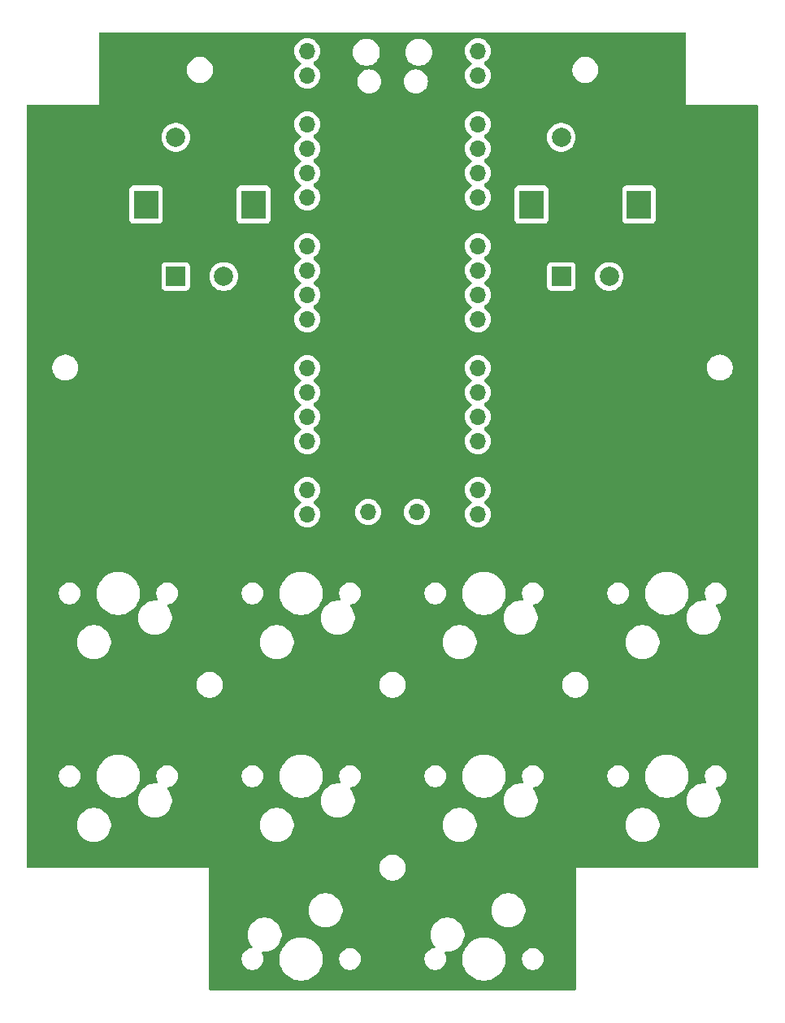
<source format=gtl>
%TF.GenerationSoftware,KiCad,Pcbnew,8.0.4*%
%TF.CreationDate,2024-09-06T01:45:46+10:00*%
%TF.ProjectId,PCB,5043422e-6b69-4636-9164-5f7063625858,rev?*%
%TF.SameCoordinates,Original*%
%TF.FileFunction,Copper,L1,Top*%
%TF.FilePolarity,Positive*%
%FSLAX46Y46*%
G04 Gerber Fmt 4.6, Leading zero omitted, Abs format (unit mm)*
G04 Created by KiCad (PCBNEW 8.0.4) date 2024-09-06 01:45:46*
%MOMM*%
%LPD*%
G01*
G04 APERTURE LIST*
%TA.AperFunction,ComponentPad*%
%ADD10R,2.000000X2.000000*%
%TD*%
%TA.AperFunction,ComponentPad*%
%ADD11C,2.000000*%
%TD*%
%TA.AperFunction,ComponentPad*%
%ADD12R,2.500000X3.000000*%
%TD*%
%TA.AperFunction,ComponentPad*%
%ADD13O,1.700000X1.700000*%
%TD*%
%TA.AperFunction,ComponentPad*%
%ADD14R,1.700000X1.700000*%
%TD*%
G04 APERTURE END LIST*
D10*
%TO.P,E1,A,A*%
%TO.N,GP9*%
X115219000Y-69216000D03*
D11*
%TO.P,E1,B,B*%
%TO.N,GP21*%
X120219000Y-69216000D03*
%TO.P,E1,C,C*%
%TO.N,GND*%
X117719000Y-69216000D03*
D12*
%TO.P,E1,MP*%
%TO.N,N/C*%
X112119000Y-61716000D03*
X123319000Y-61716000D03*
D11*
%TO.P,E1,S1,S1*%
%TO.N,GP26*%
X115219000Y-54716000D03*
%TO.P,E1,S2,S2*%
%TO.N,GND*%
X120219000Y-54716000D03*
%TD*%
D10*
%TO.P,E2,A,A*%
%TO.N,GP9*%
X155369000Y-69216000D03*
D11*
%TO.P,E2,B,B*%
%TO.N,GP10*%
X160369000Y-69216000D03*
%TO.P,E2,C,C*%
%TO.N,GND*%
X157869000Y-69216000D03*
D12*
%TO.P,E2,MP*%
%TO.N,N/C*%
X152269000Y-61716000D03*
X163469000Y-61716000D03*
D11*
%TO.P,E2,S1,S1*%
%TO.N,GP8*%
X155369000Y-54716000D03*
%TO.P,E2,S2,S2*%
%TO.N,GND*%
X160369000Y-54716000D03*
%TD*%
D13*
%TO.P,U1,1,GPIO0*%
%TO.N,unconnected-(U1-GPIO0-Pad1)*%
X146684000Y-45726000D03*
%TO.P,U1,2,GPIO1*%
%TO.N,unconnected-(U1-GPIO1-Pad2)*%
X146684000Y-48266000D03*
D14*
%TO.P,U1,3,GND*%
%TO.N,GND*%
X146684000Y-50806000D03*
D13*
%TO.P,U1,4,GPIO2*%
%TO.N,unconnected-(U1-GPIO2-Pad4)*%
X146684000Y-53346000D03*
%TO.P,U1,5,GPIO3*%
%TO.N,unconnected-(U1-GPIO3-Pad5)*%
X146684000Y-55886000D03*
%TO.P,U1,6,GPIO4*%
%TO.N,unconnected-(U1-GPIO4-Pad6)*%
X146684000Y-58426000D03*
%TO.P,U1,7,GPIO5*%
%TO.N,unconnected-(U1-GPIO5-Pad7)*%
X146684000Y-60966000D03*
D14*
%TO.P,U1,8,GND*%
%TO.N,GND*%
X146684000Y-63506000D03*
D13*
%TO.P,U1,9,GPIO6*%
%TO.N,unconnected-(U1-GPIO6-Pad9)*%
X146684000Y-66046000D03*
%TO.P,U1,10,GPIO7*%
%TO.N,unconnected-(U1-GPIO7-Pad10)*%
X146684000Y-68586000D03*
%TO.P,U1,11,GPIO8*%
%TO.N,GP8*%
X146684000Y-71126000D03*
%TO.P,U1,12,GPIO9*%
%TO.N,GP9*%
X146684000Y-73666000D03*
D14*
%TO.P,U1,13,GND*%
%TO.N,GND*%
X146684000Y-76206000D03*
D13*
%TO.P,U1,14,GPIO10*%
%TO.N,GP10*%
X146684000Y-78746000D03*
%TO.P,U1,15,GPIO11*%
%TO.N,GP11*%
X146684000Y-81286000D03*
%TO.P,U1,16,GPIO12*%
%TO.N,GP12*%
X146684000Y-83826000D03*
%TO.P,U1,17,GPIO13*%
%TO.N,GP13*%
X146684000Y-86366000D03*
D14*
%TO.P,U1,18,GND*%
%TO.N,GND*%
X146684000Y-88906000D03*
D13*
%TO.P,U1,19,GPIO14*%
%TO.N,GP14*%
X146684000Y-91446000D03*
%TO.P,U1,20,GPIO15*%
%TO.N,GP15*%
X146684000Y-93986000D03*
%TO.P,U1,21,GPIO16*%
%TO.N,GP16*%
X128904000Y-93986000D03*
%TO.P,U1,22,GPIO17*%
%TO.N,GP17*%
X128904000Y-91446000D03*
D14*
%TO.P,U1,23,GND*%
%TO.N,GND*%
X128904000Y-88906000D03*
D13*
%TO.P,U1,24,GPIO18*%
%TO.N,GP18*%
X128904000Y-86366000D03*
%TO.P,U1,25,GPIO19*%
%TO.N,GP19*%
X128904000Y-83826000D03*
%TO.P,U1,26,GPIO20*%
%TO.N,GP20*%
X128904000Y-81286000D03*
%TO.P,U1,27,GPIO21*%
%TO.N,GP21*%
X128904000Y-78746000D03*
D14*
%TO.P,U1,28,GND*%
%TO.N,GND*%
X128904000Y-76206000D03*
D13*
%TO.P,U1,29,GPIO22*%
%TO.N,GP9*%
X128904000Y-73666000D03*
%TO.P,U1,30,RUN*%
%TO.N,unconnected-(U1-RUN-Pad30)*%
X128904000Y-71126000D03*
%TO.P,U1,31,GPIO26_ADC0*%
%TO.N,GP26*%
X128904000Y-68586000D03*
%TO.P,U1,32,GPIO27_ADC1*%
%TO.N,unconnected-(U1-GPIO27_ADC1-Pad32)*%
X128904000Y-66046000D03*
D14*
%TO.P,U1,33,AGND*%
%TO.N,GND*%
X128904000Y-63506000D03*
D13*
%TO.P,U1,34,GPIO28_ADC2*%
%TO.N,unconnected-(U1-GPIO28_ADC2-Pad34)*%
X128904000Y-60966000D03*
%TO.P,U1,35,ADC_VREF*%
%TO.N,unconnected-(U1-ADC_VREF-Pad35)*%
X128904000Y-58426000D03*
%TO.P,U1,36,3V3*%
%TO.N,+3V3*%
X128904000Y-55886000D03*
%TO.P,U1,37,3V3_EN*%
%TO.N,unconnected-(U1-3V3_EN-Pad37)*%
X128904000Y-53346000D03*
D14*
%TO.P,U1,38,GND*%
%TO.N,GND*%
X128904000Y-50806000D03*
D13*
%TO.P,U1,39,VSYS*%
%TO.N,unconnected-(U1-VSYS-Pad39)*%
X128904000Y-48266000D03*
%TO.P,U1,40,VBUS*%
%TO.N,unconnected-(U1-VBUS-Pad40)*%
X128904000Y-45726000D03*
%TO.P,U1,41,SWCLK*%
%TO.N,unconnected-(U1-SWCLK-Pad41)*%
X140334000Y-93756000D03*
D14*
%TO.P,U1,42,GND*%
%TO.N,GND*%
X137794000Y-93756000D03*
D13*
%TO.P,U1,43,SWDIO*%
%TO.N,unconnected-(U1-SWDIO-Pad43)*%
X135254000Y-93756000D03*
%TD*%
%TA.AperFunction,Conductor*%
%TO.N,GND*%
G36*
X168338039Y-43834685D02*
G01*
X168383794Y-43887489D01*
X168395000Y-43939000D01*
X168395000Y-51315000D01*
X175771000Y-51315000D01*
X175838039Y-51334685D01*
X175883794Y-51387489D01*
X175895000Y-51439000D01*
X175895000Y-130691000D01*
X175875315Y-130758039D01*
X175822511Y-130803794D01*
X175771000Y-130815000D01*
X156895000Y-130815000D01*
X156895000Y-143491000D01*
X156875315Y-143558039D01*
X156822511Y-143603794D01*
X156771000Y-143615000D01*
X118819000Y-143615000D01*
X118751961Y-143595315D01*
X118706206Y-143542511D01*
X118695000Y-143491000D01*
X118695000Y-140252421D01*
X122063500Y-140252421D01*
X122063500Y-140429578D01*
X122091214Y-140604556D01*
X122145956Y-140773039D01*
X122145957Y-140773042D01*
X122226386Y-140930890D01*
X122330517Y-141074214D01*
X122455786Y-141199483D01*
X122599110Y-141303614D01*
X122667577Y-141338500D01*
X122756957Y-141384042D01*
X122756960Y-141384043D01*
X122841201Y-141411414D01*
X122925445Y-141438786D01*
X123100421Y-141466500D01*
X123100422Y-141466500D01*
X123277578Y-141466500D01*
X123277579Y-141466500D01*
X123452555Y-141438786D01*
X123621042Y-141384042D01*
X123778890Y-141303614D01*
X123922214Y-141199483D01*
X124047483Y-141074214D01*
X124151614Y-140930890D01*
X124232042Y-140773042D01*
X124286786Y-140604555D01*
X124314500Y-140429579D01*
X124314500Y-140252421D01*
X124305165Y-140193486D01*
X126018500Y-140193486D01*
X126018500Y-140488513D01*
X126033778Y-140604555D01*
X126057007Y-140780993D01*
X126133361Y-141065951D01*
X126133364Y-141065961D01*
X126246254Y-141338500D01*
X126246258Y-141338510D01*
X126393761Y-141593993D01*
X126573352Y-141828040D01*
X126573358Y-141828047D01*
X126781952Y-142036641D01*
X126781959Y-142036647D01*
X127016006Y-142216238D01*
X127271489Y-142363741D01*
X127271490Y-142363741D01*
X127271493Y-142363743D01*
X127544048Y-142476639D01*
X127829007Y-142552993D01*
X128121494Y-142591500D01*
X128121501Y-142591500D01*
X128416499Y-142591500D01*
X128416506Y-142591500D01*
X128708993Y-142552993D01*
X128993952Y-142476639D01*
X129266507Y-142363743D01*
X129521994Y-142216238D01*
X129756042Y-142036646D01*
X129964646Y-141828042D01*
X130144238Y-141593994D01*
X130291743Y-141338507D01*
X130404639Y-141065952D01*
X130480993Y-140780993D01*
X130519500Y-140488506D01*
X130519500Y-140252421D01*
X132223500Y-140252421D01*
X132223500Y-140429578D01*
X132251214Y-140604556D01*
X132305956Y-140773039D01*
X132305957Y-140773042D01*
X132386386Y-140930890D01*
X132490517Y-141074214D01*
X132615786Y-141199483D01*
X132759110Y-141303614D01*
X132827577Y-141338500D01*
X132916957Y-141384042D01*
X132916960Y-141384043D01*
X133001201Y-141411414D01*
X133085445Y-141438786D01*
X133260421Y-141466500D01*
X133260422Y-141466500D01*
X133437578Y-141466500D01*
X133437579Y-141466500D01*
X133612555Y-141438786D01*
X133781042Y-141384042D01*
X133938890Y-141303614D01*
X134082214Y-141199483D01*
X134207483Y-141074214D01*
X134311614Y-140930890D01*
X134392042Y-140773042D01*
X134446786Y-140604555D01*
X134474500Y-140429579D01*
X134474500Y-140252421D01*
X141113500Y-140252421D01*
X141113500Y-140429578D01*
X141141214Y-140604556D01*
X141195956Y-140773039D01*
X141195957Y-140773042D01*
X141276386Y-140930890D01*
X141380517Y-141074214D01*
X141505786Y-141199483D01*
X141649110Y-141303614D01*
X141717577Y-141338500D01*
X141806957Y-141384042D01*
X141806960Y-141384043D01*
X141891201Y-141411414D01*
X141975445Y-141438786D01*
X142150421Y-141466500D01*
X142150422Y-141466500D01*
X142327578Y-141466500D01*
X142327579Y-141466500D01*
X142502555Y-141438786D01*
X142671042Y-141384042D01*
X142828890Y-141303614D01*
X142972214Y-141199483D01*
X143097483Y-141074214D01*
X143201614Y-140930890D01*
X143282042Y-140773042D01*
X143336786Y-140604555D01*
X143364500Y-140429579D01*
X143364500Y-140252421D01*
X143355165Y-140193486D01*
X145068500Y-140193486D01*
X145068500Y-140488513D01*
X145083778Y-140604555D01*
X145107007Y-140780993D01*
X145183361Y-141065951D01*
X145183364Y-141065961D01*
X145296254Y-141338500D01*
X145296258Y-141338510D01*
X145443761Y-141593993D01*
X145623352Y-141828040D01*
X145623358Y-141828047D01*
X145831952Y-142036641D01*
X145831959Y-142036647D01*
X146066006Y-142216238D01*
X146321489Y-142363741D01*
X146321490Y-142363741D01*
X146321493Y-142363743D01*
X146594048Y-142476639D01*
X146879007Y-142552993D01*
X147171494Y-142591500D01*
X147171501Y-142591500D01*
X147466499Y-142591500D01*
X147466506Y-142591500D01*
X147758993Y-142552993D01*
X148043952Y-142476639D01*
X148316507Y-142363743D01*
X148571994Y-142216238D01*
X148806042Y-142036646D01*
X149014646Y-141828042D01*
X149194238Y-141593994D01*
X149341743Y-141338507D01*
X149454639Y-141065952D01*
X149530993Y-140780993D01*
X149569500Y-140488506D01*
X149569500Y-140252421D01*
X151273500Y-140252421D01*
X151273500Y-140429578D01*
X151301214Y-140604556D01*
X151355956Y-140773039D01*
X151355957Y-140773042D01*
X151436386Y-140930890D01*
X151540517Y-141074214D01*
X151665786Y-141199483D01*
X151809110Y-141303614D01*
X151877577Y-141338500D01*
X151966957Y-141384042D01*
X151966960Y-141384043D01*
X152051201Y-141411414D01*
X152135445Y-141438786D01*
X152310421Y-141466500D01*
X152310422Y-141466500D01*
X152487578Y-141466500D01*
X152487579Y-141466500D01*
X152662555Y-141438786D01*
X152831042Y-141384042D01*
X152988890Y-141303614D01*
X153132214Y-141199483D01*
X153257483Y-141074214D01*
X153361614Y-140930890D01*
X153442042Y-140773042D01*
X153496786Y-140604555D01*
X153524500Y-140429579D01*
X153524500Y-140252421D01*
X153496786Y-140077445D01*
X153442042Y-139908958D01*
X153442042Y-139908957D01*
X153361613Y-139751109D01*
X153358618Y-139746987D01*
X153257483Y-139607786D01*
X153132214Y-139482517D01*
X152988890Y-139378386D01*
X152831042Y-139297957D01*
X152831039Y-139297956D01*
X152662556Y-139243214D01*
X152575067Y-139229357D01*
X152487579Y-139215500D01*
X152310421Y-139215500D01*
X152252095Y-139224738D01*
X152135443Y-139243214D01*
X151966960Y-139297956D01*
X151966957Y-139297957D01*
X151809109Y-139378386D01*
X151727338Y-139437796D01*
X151665786Y-139482517D01*
X151665784Y-139482519D01*
X151665783Y-139482519D01*
X151540519Y-139607783D01*
X151540519Y-139607784D01*
X151540517Y-139607786D01*
X151495796Y-139669338D01*
X151436386Y-139751109D01*
X151355957Y-139908957D01*
X151355956Y-139908960D01*
X151301214Y-140077443D01*
X151273500Y-140252421D01*
X149569500Y-140252421D01*
X149569500Y-140193494D01*
X149530993Y-139901007D01*
X149454639Y-139616048D01*
X149453615Y-139613577D01*
X149399329Y-139482519D01*
X149341743Y-139343493D01*
X149315453Y-139297958D01*
X149194238Y-139088006D01*
X149014647Y-138853959D01*
X149014641Y-138853952D01*
X148806047Y-138645358D01*
X148806040Y-138645352D01*
X148571993Y-138465761D01*
X148316510Y-138318258D01*
X148316500Y-138318254D01*
X148043961Y-138205364D01*
X148043954Y-138205362D01*
X148043952Y-138205361D01*
X147758993Y-138129007D01*
X147710113Y-138122571D01*
X147466513Y-138090500D01*
X147466506Y-138090500D01*
X147171494Y-138090500D01*
X147171486Y-138090500D01*
X146893085Y-138127153D01*
X146879007Y-138129007D01*
X146594048Y-138205361D01*
X146594038Y-138205364D01*
X146321499Y-138318254D01*
X146321489Y-138318258D01*
X146066006Y-138465761D01*
X145831959Y-138645352D01*
X145831952Y-138645358D01*
X145623358Y-138853952D01*
X145623352Y-138853959D01*
X145443761Y-139088006D01*
X145296258Y-139343489D01*
X145296254Y-139343499D01*
X145183364Y-139616038D01*
X145183361Y-139616048D01*
X145147172Y-139751110D01*
X145107008Y-139901004D01*
X145107006Y-139901015D01*
X145068500Y-140193486D01*
X143355165Y-140193486D01*
X143336786Y-140077445D01*
X143282042Y-139908958D01*
X143282040Y-139908952D01*
X143199513Y-139746987D01*
X143186616Y-139678317D01*
X143212892Y-139613577D01*
X143269998Y-139573319D01*
X143326181Y-139567752D01*
X143385564Y-139575570D01*
X143392612Y-139576498D01*
X143392628Y-139576500D01*
X143392635Y-139576500D01*
X143625365Y-139576500D01*
X143625372Y-139576500D01*
X143856126Y-139546121D01*
X144080940Y-139485882D01*
X144138953Y-139461852D01*
X144295960Y-139396819D01*
X144295963Y-139396817D01*
X144295969Y-139396815D01*
X144497532Y-139280442D01*
X144682181Y-139138756D01*
X144846756Y-138974181D01*
X144988442Y-138789532D01*
X145104815Y-138587969D01*
X145193882Y-138372940D01*
X145254121Y-138148126D01*
X145284500Y-137917372D01*
X145284500Y-137684628D01*
X145254121Y-137453874D01*
X145193882Y-137229060D01*
X145193879Y-137229052D01*
X145104819Y-137014039D01*
X145104811Y-137014023D01*
X144988446Y-136812475D01*
X144988442Y-136812468D01*
X144846756Y-136627819D01*
X144846751Y-136627813D01*
X144682186Y-136463248D01*
X144682179Y-136463242D01*
X144497540Y-136321564D01*
X144497538Y-136321562D01*
X144497532Y-136321558D01*
X144497527Y-136321555D01*
X144497524Y-136321553D01*
X144295976Y-136205188D01*
X144295960Y-136205180D01*
X144080947Y-136116120D01*
X143856122Y-136055878D01*
X143625382Y-136025501D01*
X143625377Y-136025500D01*
X143625372Y-136025500D01*
X143392628Y-136025500D01*
X143392622Y-136025500D01*
X143392617Y-136025501D01*
X143161877Y-136055878D01*
X142937052Y-136116120D01*
X142722039Y-136205180D01*
X142722023Y-136205188D01*
X142520475Y-136321553D01*
X142520459Y-136321564D01*
X142335820Y-136463242D01*
X142335813Y-136463248D01*
X142171248Y-136627813D01*
X142171242Y-136627820D01*
X142029564Y-136812459D01*
X142029553Y-136812475D01*
X141913188Y-137014023D01*
X141913180Y-137014039D01*
X141824120Y-137229052D01*
X141763878Y-137453877D01*
X141733501Y-137684617D01*
X141733500Y-137684634D01*
X141733500Y-137917365D01*
X141733501Y-137917382D01*
X141763878Y-138148122D01*
X141824120Y-138372947D01*
X141913180Y-138587960D01*
X141913188Y-138587976D01*
X142029553Y-138789524D01*
X142029564Y-138789540D01*
X142171242Y-138974179D01*
X142171248Y-138974186D01*
X142204636Y-139007574D01*
X142238121Y-139068897D01*
X142233137Y-139138589D01*
X142191265Y-139194522D01*
X142136353Y-139217728D01*
X141975443Y-139243214D01*
X141806960Y-139297956D01*
X141806957Y-139297957D01*
X141649109Y-139378386D01*
X141567338Y-139437796D01*
X141505786Y-139482517D01*
X141505784Y-139482519D01*
X141505783Y-139482519D01*
X141380519Y-139607783D01*
X141380519Y-139607784D01*
X141380517Y-139607786D01*
X141335796Y-139669338D01*
X141276386Y-139751109D01*
X141195957Y-139908957D01*
X141195956Y-139908960D01*
X141141214Y-140077443D01*
X141113500Y-140252421D01*
X134474500Y-140252421D01*
X134446786Y-140077445D01*
X134392042Y-139908958D01*
X134392042Y-139908957D01*
X134311613Y-139751109D01*
X134308618Y-139746987D01*
X134207483Y-139607786D01*
X134082214Y-139482517D01*
X133938890Y-139378386D01*
X133781042Y-139297957D01*
X133781039Y-139297956D01*
X133612556Y-139243214D01*
X133525067Y-139229357D01*
X133437579Y-139215500D01*
X133260421Y-139215500D01*
X133202095Y-139224738D01*
X133085443Y-139243214D01*
X132916960Y-139297956D01*
X132916957Y-139297957D01*
X132759109Y-139378386D01*
X132677338Y-139437796D01*
X132615786Y-139482517D01*
X132615784Y-139482519D01*
X132615783Y-139482519D01*
X132490519Y-139607783D01*
X132490519Y-139607784D01*
X132490517Y-139607786D01*
X132445796Y-139669338D01*
X132386386Y-139751109D01*
X132305957Y-139908957D01*
X132305956Y-139908960D01*
X132251214Y-140077443D01*
X132223500Y-140252421D01*
X130519500Y-140252421D01*
X130519500Y-140193494D01*
X130480993Y-139901007D01*
X130404639Y-139616048D01*
X130403615Y-139613577D01*
X130349329Y-139482519D01*
X130291743Y-139343493D01*
X130265453Y-139297958D01*
X130144238Y-139088006D01*
X129964647Y-138853959D01*
X129964641Y-138853952D01*
X129756047Y-138645358D01*
X129756040Y-138645352D01*
X129521993Y-138465761D01*
X129266510Y-138318258D01*
X129266500Y-138318254D01*
X128993961Y-138205364D01*
X128993954Y-138205362D01*
X128993952Y-138205361D01*
X128708993Y-138129007D01*
X128660113Y-138122571D01*
X128416513Y-138090500D01*
X128416506Y-138090500D01*
X128121494Y-138090500D01*
X128121486Y-138090500D01*
X127843085Y-138127153D01*
X127829007Y-138129007D01*
X127544048Y-138205361D01*
X127544038Y-138205364D01*
X127271499Y-138318254D01*
X127271489Y-138318258D01*
X127016006Y-138465761D01*
X126781959Y-138645352D01*
X126781952Y-138645358D01*
X126573358Y-138853952D01*
X126573352Y-138853959D01*
X126393761Y-139088006D01*
X126246258Y-139343489D01*
X126246254Y-139343499D01*
X126133364Y-139616038D01*
X126133361Y-139616048D01*
X126097172Y-139751110D01*
X126057008Y-139901004D01*
X126057006Y-139901015D01*
X126018500Y-140193486D01*
X124305165Y-140193486D01*
X124286786Y-140077445D01*
X124232042Y-139908958D01*
X124232040Y-139908952D01*
X124149513Y-139746987D01*
X124136616Y-139678317D01*
X124162892Y-139613577D01*
X124219998Y-139573319D01*
X124276181Y-139567752D01*
X124335564Y-139575570D01*
X124342612Y-139576498D01*
X124342628Y-139576500D01*
X124342635Y-139576500D01*
X124575365Y-139576500D01*
X124575372Y-139576500D01*
X124806126Y-139546121D01*
X125030940Y-139485882D01*
X125088953Y-139461852D01*
X125245960Y-139396819D01*
X125245963Y-139396817D01*
X125245969Y-139396815D01*
X125447532Y-139280442D01*
X125632181Y-139138756D01*
X125796756Y-138974181D01*
X125938442Y-138789532D01*
X126054815Y-138587969D01*
X126143882Y-138372940D01*
X126204121Y-138148126D01*
X126234500Y-137917372D01*
X126234500Y-137684628D01*
X126204121Y-137453874D01*
X126143882Y-137229060D01*
X126143879Y-137229052D01*
X126054819Y-137014039D01*
X126054811Y-137014023D01*
X125938446Y-136812475D01*
X125938442Y-136812468D01*
X125796756Y-136627819D01*
X125796751Y-136627813D01*
X125632186Y-136463248D01*
X125632179Y-136463242D01*
X125447540Y-136321564D01*
X125447538Y-136321562D01*
X125447532Y-136321558D01*
X125447527Y-136321555D01*
X125447524Y-136321553D01*
X125245976Y-136205188D01*
X125245960Y-136205180D01*
X125030947Y-136116120D01*
X124806122Y-136055878D01*
X124575382Y-136025501D01*
X124575377Y-136025500D01*
X124575372Y-136025500D01*
X124342628Y-136025500D01*
X124342622Y-136025500D01*
X124342617Y-136025501D01*
X124111877Y-136055878D01*
X123887052Y-136116120D01*
X123672039Y-136205180D01*
X123672023Y-136205188D01*
X123470475Y-136321553D01*
X123470459Y-136321564D01*
X123285820Y-136463242D01*
X123285813Y-136463248D01*
X123121248Y-136627813D01*
X123121242Y-136627820D01*
X122979564Y-136812459D01*
X122979553Y-136812475D01*
X122863188Y-137014023D01*
X122863180Y-137014039D01*
X122774120Y-137229052D01*
X122713878Y-137453877D01*
X122683501Y-137684617D01*
X122683500Y-137684634D01*
X122683500Y-137917365D01*
X122683501Y-137917382D01*
X122713878Y-138148122D01*
X122774120Y-138372947D01*
X122863180Y-138587960D01*
X122863188Y-138587976D01*
X122979553Y-138789524D01*
X122979564Y-138789540D01*
X123121242Y-138974179D01*
X123121248Y-138974186D01*
X123154636Y-139007574D01*
X123188121Y-139068897D01*
X123183137Y-139138589D01*
X123141265Y-139194522D01*
X123086353Y-139217728D01*
X122925443Y-139243214D01*
X122756960Y-139297956D01*
X122756957Y-139297957D01*
X122599109Y-139378386D01*
X122517338Y-139437796D01*
X122455786Y-139482517D01*
X122455784Y-139482519D01*
X122455783Y-139482519D01*
X122330519Y-139607783D01*
X122330519Y-139607784D01*
X122330517Y-139607786D01*
X122285796Y-139669338D01*
X122226386Y-139751109D01*
X122145957Y-139908957D01*
X122145956Y-139908960D01*
X122091214Y-140077443D01*
X122063500Y-140252421D01*
X118695000Y-140252421D01*
X118695000Y-135144634D01*
X129033500Y-135144634D01*
X129033500Y-135377365D01*
X129033501Y-135377382D01*
X129063878Y-135608122D01*
X129124120Y-135832947D01*
X129213180Y-136047960D01*
X129213188Y-136047976D01*
X129329553Y-136249524D01*
X129329564Y-136249540D01*
X129471242Y-136434179D01*
X129471248Y-136434186D01*
X129635813Y-136598751D01*
X129635820Y-136598757D01*
X129673696Y-136627820D01*
X129820468Y-136740442D01*
X129820475Y-136740446D01*
X130022023Y-136856811D01*
X130022039Y-136856819D01*
X130237052Y-136945879D01*
X130237054Y-136945879D01*
X130237060Y-136945882D01*
X130461874Y-137006121D01*
X130692628Y-137036500D01*
X130692635Y-137036500D01*
X130925365Y-137036500D01*
X130925372Y-137036500D01*
X131156126Y-137006121D01*
X131380940Y-136945882D01*
X131438953Y-136921852D01*
X131595960Y-136856819D01*
X131595963Y-136856817D01*
X131595969Y-136856815D01*
X131797532Y-136740442D01*
X131982181Y-136598756D01*
X132146756Y-136434181D01*
X132288442Y-136249532D01*
X132404815Y-136047969D01*
X132414122Y-136025501D01*
X132493879Y-135832947D01*
X132493878Y-135832947D01*
X132493882Y-135832940D01*
X132554121Y-135608126D01*
X132584500Y-135377372D01*
X132584500Y-135144634D01*
X148083500Y-135144634D01*
X148083500Y-135377365D01*
X148083501Y-135377382D01*
X148113878Y-135608122D01*
X148174120Y-135832947D01*
X148263180Y-136047960D01*
X148263188Y-136047976D01*
X148379553Y-136249524D01*
X148379564Y-136249540D01*
X148521242Y-136434179D01*
X148521248Y-136434186D01*
X148685813Y-136598751D01*
X148685820Y-136598757D01*
X148723696Y-136627820D01*
X148870468Y-136740442D01*
X148870475Y-136740446D01*
X149072023Y-136856811D01*
X149072039Y-136856819D01*
X149287052Y-136945879D01*
X149287054Y-136945879D01*
X149287060Y-136945882D01*
X149511874Y-137006121D01*
X149742628Y-137036500D01*
X149742635Y-137036500D01*
X149975365Y-137036500D01*
X149975372Y-137036500D01*
X150206126Y-137006121D01*
X150430940Y-136945882D01*
X150488953Y-136921852D01*
X150645960Y-136856819D01*
X150645963Y-136856817D01*
X150645969Y-136856815D01*
X150847532Y-136740442D01*
X151032181Y-136598756D01*
X151196756Y-136434181D01*
X151338442Y-136249532D01*
X151454815Y-136047969D01*
X151464122Y-136025501D01*
X151543879Y-135832947D01*
X151543878Y-135832947D01*
X151543882Y-135832940D01*
X151604121Y-135608126D01*
X151634500Y-135377372D01*
X151634500Y-135144628D01*
X151604121Y-134913874D01*
X151543882Y-134689060D01*
X151543879Y-134689052D01*
X151454819Y-134474039D01*
X151454811Y-134474023D01*
X151338446Y-134272475D01*
X151338442Y-134272468D01*
X151196756Y-134087819D01*
X151196751Y-134087813D01*
X151032186Y-133923248D01*
X151032179Y-133923242D01*
X150847540Y-133781564D01*
X150847538Y-133781562D01*
X150847532Y-133781558D01*
X150847527Y-133781555D01*
X150847524Y-133781553D01*
X150645976Y-133665188D01*
X150645960Y-133665180D01*
X150430947Y-133576120D01*
X150206122Y-133515878D01*
X149975382Y-133485501D01*
X149975377Y-133485500D01*
X149975372Y-133485500D01*
X149742628Y-133485500D01*
X149742622Y-133485500D01*
X149742617Y-133485501D01*
X149511877Y-133515878D01*
X149287052Y-133576120D01*
X149072039Y-133665180D01*
X149072023Y-133665188D01*
X148870475Y-133781553D01*
X148870459Y-133781564D01*
X148685820Y-133923242D01*
X148685813Y-133923248D01*
X148521248Y-134087813D01*
X148521242Y-134087820D01*
X148379564Y-134272459D01*
X148379553Y-134272475D01*
X148263188Y-134474023D01*
X148263180Y-134474039D01*
X148174120Y-134689052D01*
X148113878Y-134913877D01*
X148083501Y-135144617D01*
X148083500Y-135144634D01*
X132584500Y-135144634D01*
X132584500Y-135144628D01*
X132554121Y-134913874D01*
X132493882Y-134689060D01*
X132493879Y-134689052D01*
X132404819Y-134474039D01*
X132404811Y-134474023D01*
X132288446Y-134272475D01*
X132288442Y-134272468D01*
X132146756Y-134087819D01*
X132146751Y-134087813D01*
X131982186Y-133923248D01*
X131982179Y-133923242D01*
X131797540Y-133781564D01*
X131797538Y-133781562D01*
X131797532Y-133781558D01*
X131797527Y-133781555D01*
X131797524Y-133781553D01*
X131595976Y-133665188D01*
X131595960Y-133665180D01*
X131380947Y-133576120D01*
X131156122Y-133515878D01*
X130925382Y-133485501D01*
X130925377Y-133485500D01*
X130925372Y-133485500D01*
X130692628Y-133485500D01*
X130692622Y-133485500D01*
X130692617Y-133485501D01*
X130461877Y-133515878D01*
X130237052Y-133576120D01*
X130022039Y-133665180D01*
X130022023Y-133665188D01*
X129820475Y-133781553D01*
X129820459Y-133781564D01*
X129635820Y-133923242D01*
X129635813Y-133923248D01*
X129471248Y-134087813D01*
X129471242Y-134087820D01*
X129329564Y-134272459D01*
X129329553Y-134272475D01*
X129213188Y-134474023D01*
X129213180Y-134474039D01*
X129124120Y-134689052D01*
X129063878Y-134913877D01*
X129033501Y-135144617D01*
X129033500Y-135144634D01*
X118695000Y-135144634D01*
X118695000Y-130815000D01*
X99819000Y-130815000D01*
X99751961Y-130795315D01*
X99706206Y-130742511D01*
X99698853Y-130708713D01*
X136444500Y-130708713D01*
X136444500Y-130921286D01*
X136477753Y-131131239D01*
X136543444Y-131333414D01*
X136639951Y-131522820D01*
X136764890Y-131694786D01*
X136915213Y-131845109D01*
X137087179Y-131970048D01*
X137087181Y-131970049D01*
X137087184Y-131970051D01*
X137276588Y-132066557D01*
X137478757Y-132132246D01*
X137688713Y-132165500D01*
X137688714Y-132165500D01*
X137901286Y-132165500D01*
X137901287Y-132165500D01*
X138111243Y-132132246D01*
X138313412Y-132066557D01*
X138502816Y-131970051D01*
X138524789Y-131954086D01*
X138674786Y-131845109D01*
X138674788Y-131845106D01*
X138674792Y-131845104D01*
X138825104Y-131694792D01*
X138825106Y-131694788D01*
X138825109Y-131694786D01*
X138950048Y-131522820D01*
X138950047Y-131522820D01*
X138950051Y-131522816D01*
X139046557Y-131333412D01*
X139112246Y-131131243D01*
X139145500Y-130921287D01*
X139145500Y-130708713D01*
X139112246Y-130498757D01*
X139046557Y-130296588D01*
X138950051Y-130107184D01*
X138950049Y-130107181D01*
X138950048Y-130107179D01*
X138825109Y-129935213D01*
X138674786Y-129784890D01*
X138502820Y-129659951D01*
X138313414Y-129563444D01*
X138313413Y-129563443D01*
X138313412Y-129563443D01*
X138111243Y-129497754D01*
X138111241Y-129497753D01*
X138111240Y-129497753D01*
X137949957Y-129472208D01*
X137901287Y-129464500D01*
X137688713Y-129464500D01*
X137640042Y-129472208D01*
X137478760Y-129497753D01*
X137276585Y-129563444D01*
X137087179Y-129659951D01*
X136915213Y-129784890D01*
X136764890Y-129935213D01*
X136639951Y-130107179D01*
X136543444Y-130296585D01*
X136477753Y-130498760D01*
X136444500Y-130708713D01*
X99698853Y-130708713D01*
X99695000Y-130691000D01*
X99695000Y-126254634D01*
X104903500Y-126254634D01*
X104903500Y-126487365D01*
X104903501Y-126487382D01*
X104933878Y-126718122D01*
X104994120Y-126942947D01*
X105083180Y-127157960D01*
X105083188Y-127157976D01*
X105199553Y-127359524D01*
X105199564Y-127359540D01*
X105341242Y-127544179D01*
X105341248Y-127544186D01*
X105505813Y-127708751D01*
X105505819Y-127708756D01*
X105690468Y-127850442D01*
X105690475Y-127850446D01*
X105892023Y-127966811D01*
X105892039Y-127966819D01*
X106107052Y-128055879D01*
X106107054Y-128055879D01*
X106107060Y-128055882D01*
X106331874Y-128116121D01*
X106562628Y-128146500D01*
X106562635Y-128146500D01*
X106795365Y-128146500D01*
X106795372Y-128146500D01*
X107026126Y-128116121D01*
X107250940Y-128055882D01*
X107308953Y-128031852D01*
X107465960Y-127966819D01*
X107465963Y-127966817D01*
X107465969Y-127966815D01*
X107667532Y-127850442D01*
X107852181Y-127708756D01*
X108016756Y-127544181D01*
X108158442Y-127359532D01*
X108274815Y-127157969D01*
X108363882Y-126942940D01*
X108424121Y-126718126D01*
X108454500Y-126487372D01*
X108454500Y-126254634D01*
X123953500Y-126254634D01*
X123953500Y-126487365D01*
X123953501Y-126487382D01*
X123983878Y-126718122D01*
X124044120Y-126942947D01*
X124133180Y-127157960D01*
X124133188Y-127157976D01*
X124249553Y-127359524D01*
X124249564Y-127359540D01*
X124391242Y-127544179D01*
X124391248Y-127544186D01*
X124555813Y-127708751D01*
X124555819Y-127708756D01*
X124740468Y-127850442D01*
X124740475Y-127850446D01*
X124942023Y-127966811D01*
X124942039Y-127966819D01*
X125157052Y-128055879D01*
X125157054Y-128055879D01*
X125157060Y-128055882D01*
X125381874Y-128116121D01*
X125612628Y-128146500D01*
X125612635Y-128146500D01*
X125845365Y-128146500D01*
X125845372Y-128146500D01*
X126076126Y-128116121D01*
X126300940Y-128055882D01*
X126358953Y-128031852D01*
X126515960Y-127966819D01*
X126515963Y-127966817D01*
X126515969Y-127966815D01*
X126717532Y-127850442D01*
X126902181Y-127708756D01*
X127066756Y-127544181D01*
X127208442Y-127359532D01*
X127324815Y-127157969D01*
X127413882Y-126942940D01*
X127474121Y-126718126D01*
X127504500Y-126487372D01*
X127504500Y-126254634D01*
X143003500Y-126254634D01*
X143003500Y-126487365D01*
X143003501Y-126487382D01*
X143033878Y-126718122D01*
X143094120Y-126942947D01*
X143183180Y-127157960D01*
X143183188Y-127157976D01*
X143299553Y-127359524D01*
X143299564Y-127359540D01*
X143441242Y-127544179D01*
X143441248Y-127544186D01*
X143605813Y-127708751D01*
X143605819Y-127708756D01*
X143790468Y-127850442D01*
X143790475Y-127850446D01*
X143992023Y-127966811D01*
X143992039Y-127966819D01*
X144207052Y-128055879D01*
X144207054Y-128055879D01*
X144207060Y-128055882D01*
X144431874Y-128116121D01*
X144662628Y-128146500D01*
X144662635Y-128146500D01*
X144895365Y-128146500D01*
X144895372Y-128146500D01*
X145126126Y-128116121D01*
X145350940Y-128055882D01*
X145408953Y-128031852D01*
X145565960Y-127966819D01*
X145565963Y-127966817D01*
X145565969Y-127966815D01*
X145767532Y-127850442D01*
X145952181Y-127708756D01*
X146116756Y-127544181D01*
X146258442Y-127359532D01*
X146374815Y-127157969D01*
X146463882Y-126942940D01*
X146524121Y-126718126D01*
X146554500Y-126487372D01*
X146554500Y-126254634D01*
X162053500Y-126254634D01*
X162053500Y-126487365D01*
X162053501Y-126487382D01*
X162083878Y-126718122D01*
X162144120Y-126942947D01*
X162233180Y-127157960D01*
X162233188Y-127157976D01*
X162349553Y-127359524D01*
X162349564Y-127359540D01*
X162491242Y-127544179D01*
X162491248Y-127544186D01*
X162655813Y-127708751D01*
X162655819Y-127708756D01*
X162840468Y-127850442D01*
X162840475Y-127850446D01*
X163042023Y-127966811D01*
X163042039Y-127966819D01*
X163257052Y-128055879D01*
X163257054Y-128055879D01*
X163257060Y-128055882D01*
X163481874Y-128116121D01*
X163712628Y-128146500D01*
X163712635Y-128146500D01*
X163945365Y-128146500D01*
X163945372Y-128146500D01*
X164176126Y-128116121D01*
X164400940Y-128055882D01*
X164458953Y-128031852D01*
X164615960Y-127966819D01*
X164615963Y-127966817D01*
X164615969Y-127966815D01*
X164817532Y-127850442D01*
X165002181Y-127708756D01*
X165166756Y-127544181D01*
X165308442Y-127359532D01*
X165424815Y-127157969D01*
X165513882Y-126942940D01*
X165574121Y-126718126D01*
X165604500Y-126487372D01*
X165604500Y-126254628D01*
X165574121Y-126023874D01*
X165513882Y-125799060D01*
X165513879Y-125799052D01*
X165424819Y-125584039D01*
X165424811Y-125584023D01*
X165308446Y-125382475D01*
X165308442Y-125382468D01*
X165166756Y-125197819D01*
X165166751Y-125197813D01*
X165002186Y-125033248D01*
X165002179Y-125033242D01*
X164817540Y-124891564D01*
X164817538Y-124891562D01*
X164817532Y-124891558D01*
X164817527Y-124891555D01*
X164817524Y-124891553D01*
X164615976Y-124775188D01*
X164615960Y-124775180D01*
X164400947Y-124686120D01*
X164176122Y-124625878D01*
X163945382Y-124595501D01*
X163945377Y-124595500D01*
X163945372Y-124595500D01*
X163712628Y-124595500D01*
X163712622Y-124595500D01*
X163712617Y-124595501D01*
X163481877Y-124625878D01*
X163257052Y-124686120D01*
X163042039Y-124775180D01*
X163042023Y-124775188D01*
X162840475Y-124891553D01*
X162840459Y-124891564D01*
X162655820Y-125033242D01*
X162655813Y-125033248D01*
X162491248Y-125197813D01*
X162491242Y-125197820D01*
X162349564Y-125382459D01*
X162349553Y-125382475D01*
X162233188Y-125584023D01*
X162233180Y-125584039D01*
X162144120Y-125799052D01*
X162083878Y-126023877D01*
X162053501Y-126254617D01*
X162053500Y-126254634D01*
X146554500Y-126254634D01*
X146554500Y-126254628D01*
X146524121Y-126023874D01*
X146463882Y-125799060D01*
X146463879Y-125799052D01*
X146374819Y-125584039D01*
X146374811Y-125584023D01*
X146258446Y-125382475D01*
X146258442Y-125382468D01*
X146116756Y-125197819D01*
X146116751Y-125197813D01*
X145952186Y-125033248D01*
X145952179Y-125033242D01*
X145767540Y-124891564D01*
X145767538Y-124891562D01*
X145767532Y-124891558D01*
X145767527Y-124891555D01*
X145767524Y-124891553D01*
X145565976Y-124775188D01*
X145565960Y-124775180D01*
X145350947Y-124686120D01*
X145126122Y-124625878D01*
X144895382Y-124595501D01*
X144895377Y-124595500D01*
X144895372Y-124595500D01*
X144662628Y-124595500D01*
X144662622Y-124595500D01*
X144662617Y-124595501D01*
X144431877Y-124625878D01*
X144207052Y-124686120D01*
X143992039Y-124775180D01*
X143992023Y-124775188D01*
X143790475Y-124891553D01*
X143790459Y-124891564D01*
X143605820Y-125033242D01*
X143605813Y-125033248D01*
X143441248Y-125197813D01*
X143441242Y-125197820D01*
X143299564Y-125382459D01*
X143299553Y-125382475D01*
X143183188Y-125584023D01*
X143183180Y-125584039D01*
X143094120Y-125799052D01*
X143033878Y-126023877D01*
X143003501Y-126254617D01*
X143003500Y-126254634D01*
X127504500Y-126254634D01*
X127504500Y-126254628D01*
X127474121Y-126023874D01*
X127413882Y-125799060D01*
X127413879Y-125799052D01*
X127324819Y-125584039D01*
X127324811Y-125584023D01*
X127208446Y-125382475D01*
X127208442Y-125382468D01*
X127066756Y-125197819D01*
X127066751Y-125197813D01*
X126902186Y-125033248D01*
X126902179Y-125033242D01*
X126717540Y-124891564D01*
X126717538Y-124891562D01*
X126717532Y-124891558D01*
X126717527Y-124891555D01*
X126717524Y-124891553D01*
X126515976Y-124775188D01*
X126515960Y-124775180D01*
X126300947Y-124686120D01*
X126076122Y-124625878D01*
X125845382Y-124595501D01*
X125845377Y-124595500D01*
X125845372Y-124595500D01*
X125612628Y-124595500D01*
X125612622Y-124595500D01*
X125612617Y-124595501D01*
X125381877Y-124625878D01*
X125157052Y-124686120D01*
X124942039Y-124775180D01*
X124942023Y-124775188D01*
X124740475Y-124891553D01*
X124740459Y-124891564D01*
X124555820Y-125033242D01*
X124555813Y-125033248D01*
X124391248Y-125197813D01*
X124391242Y-125197820D01*
X124249564Y-125382459D01*
X124249553Y-125382475D01*
X124133188Y-125584023D01*
X124133180Y-125584039D01*
X124044120Y-125799052D01*
X123983878Y-126023877D01*
X123953501Y-126254617D01*
X123953500Y-126254634D01*
X108454500Y-126254634D01*
X108454500Y-126254628D01*
X108424121Y-126023874D01*
X108363882Y-125799060D01*
X108363879Y-125799052D01*
X108274819Y-125584039D01*
X108274811Y-125584023D01*
X108158446Y-125382475D01*
X108158442Y-125382468D01*
X108016756Y-125197819D01*
X108016751Y-125197813D01*
X107852186Y-125033248D01*
X107852179Y-125033242D01*
X107667540Y-124891564D01*
X107667538Y-124891562D01*
X107667532Y-124891558D01*
X107667527Y-124891555D01*
X107667524Y-124891553D01*
X107465976Y-124775188D01*
X107465960Y-124775180D01*
X107250947Y-124686120D01*
X107026122Y-124625878D01*
X106795382Y-124595501D01*
X106795377Y-124595500D01*
X106795372Y-124595500D01*
X106562628Y-124595500D01*
X106562622Y-124595500D01*
X106562617Y-124595501D01*
X106331877Y-124625878D01*
X106107052Y-124686120D01*
X105892039Y-124775180D01*
X105892023Y-124775188D01*
X105690475Y-124891553D01*
X105690459Y-124891564D01*
X105505820Y-125033242D01*
X105505813Y-125033248D01*
X105341248Y-125197813D01*
X105341242Y-125197820D01*
X105199564Y-125382459D01*
X105199553Y-125382475D01*
X105083188Y-125584023D01*
X105083180Y-125584039D01*
X104994120Y-125799052D01*
X104933878Y-126023877D01*
X104903501Y-126254617D01*
X104903500Y-126254634D01*
X99695000Y-126254634D01*
X99695000Y-123714634D01*
X111253500Y-123714634D01*
X111253500Y-123947365D01*
X111253501Y-123947382D01*
X111283878Y-124178122D01*
X111344120Y-124402947D01*
X111433180Y-124617960D01*
X111433188Y-124617976D01*
X111549553Y-124819524D01*
X111549564Y-124819540D01*
X111691242Y-125004179D01*
X111691248Y-125004186D01*
X111855813Y-125168751D01*
X111855820Y-125168757D01*
X111893696Y-125197820D01*
X112040468Y-125310442D01*
X112040475Y-125310446D01*
X112242023Y-125426811D01*
X112242039Y-125426819D01*
X112457052Y-125515879D01*
X112457054Y-125515879D01*
X112457060Y-125515882D01*
X112681874Y-125576121D01*
X112912628Y-125606500D01*
X112912635Y-125606500D01*
X113145365Y-125606500D01*
X113145372Y-125606500D01*
X113376126Y-125576121D01*
X113600940Y-125515882D01*
X113658953Y-125491852D01*
X113815960Y-125426819D01*
X113815963Y-125426817D01*
X113815969Y-125426815D01*
X114017532Y-125310442D01*
X114202181Y-125168756D01*
X114366756Y-125004181D01*
X114508442Y-124819532D01*
X114624815Y-124617969D01*
X114634122Y-124595501D01*
X114713879Y-124402947D01*
X114713878Y-124402947D01*
X114713882Y-124402940D01*
X114774121Y-124178126D01*
X114804500Y-123947372D01*
X114804500Y-123714634D01*
X130303500Y-123714634D01*
X130303500Y-123947365D01*
X130303501Y-123947382D01*
X130333878Y-124178122D01*
X130394120Y-124402947D01*
X130483180Y-124617960D01*
X130483188Y-124617976D01*
X130599553Y-124819524D01*
X130599564Y-124819540D01*
X130741242Y-125004179D01*
X130741248Y-125004186D01*
X130905813Y-125168751D01*
X130905820Y-125168757D01*
X130943696Y-125197820D01*
X131090468Y-125310442D01*
X131090475Y-125310446D01*
X131292023Y-125426811D01*
X131292039Y-125426819D01*
X131507052Y-125515879D01*
X131507054Y-125515879D01*
X131507060Y-125515882D01*
X131731874Y-125576121D01*
X131962628Y-125606500D01*
X131962635Y-125606500D01*
X132195365Y-125606500D01*
X132195372Y-125606500D01*
X132426126Y-125576121D01*
X132650940Y-125515882D01*
X132708953Y-125491852D01*
X132865960Y-125426819D01*
X132865963Y-125426817D01*
X132865969Y-125426815D01*
X133067532Y-125310442D01*
X133252181Y-125168756D01*
X133416756Y-125004181D01*
X133558442Y-124819532D01*
X133674815Y-124617969D01*
X133684122Y-124595501D01*
X133763879Y-124402947D01*
X133763878Y-124402947D01*
X133763882Y-124402940D01*
X133824121Y-124178126D01*
X133854500Y-123947372D01*
X133854500Y-123714634D01*
X149353500Y-123714634D01*
X149353500Y-123947365D01*
X149353501Y-123947382D01*
X149383878Y-124178122D01*
X149444120Y-124402947D01*
X149533180Y-124617960D01*
X149533188Y-124617976D01*
X149649553Y-124819524D01*
X149649564Y-124819540D01*
X149791242Y-125004179D01*
X149791248Y-125004186D01*
X149955813Y-125168751D01*
X149955820Y-125168757D01*
X149993696Y-125197820D01*
X150140468Y-125310442D01*
X150140475Y-125310446D01*
X150342023Y-125426811D01*
X150342039Y-125426819D01*
X150557052Y-125515879D01*
X150557054Y-125515879D01*
X150557060Y-125515882D01*
X150781874Y-125576121D01*
X151012628Y-125606500D01*
X151012635Y-125606500D01*
X151245365Y-125606500D01*
X151245372Y-125606500D01*
X151476126Y-125576121D01*
X151700940Y-125515882D01*
X151758953Y-125491852D01*
X151915960Y-125426819D01*
X151915963Y-125426817D01*
X151915969Y-125426815D01*
X152117532Y-125310442D01*
X152302181Y-125168756D01*
X152466756Y-125004181D01*
X152608442Y-124819532D01*
X152724815Y-124617969D01*
X152734122Y-124595501D01*
X152813879Y-124402947D01*
X152813878Y-124402947D01*
X152813882Y-124402940D01*
X152874121Y-124178126D01*
X152904500Y-123947372D01*
X152904500Y-123714634D01*
X168403500Y-123714634D01*
X168403500Y-123947365D01*
X168403501Y-123947382D01*
X168433878Y-124178122D01*
X168494120Y-124402947D01*
X168583180Y-124617960D01*
X168583188Y-124617976D01*
X168699553Y-124819524D01*
X168699564Y-124819540D01*
X168841242Y-125004179D01*
X168841248Y-125004186D01*
X169005813Y-125168751D01*
X169005820Y-125168757D01*
X169043696Y-125197820D01*
X169190468Y-125310442D01*
X169190475Y-125310446D01*
X169392023Y-125426811D01*
X169392039Y-125426819D01*
X169607052Y-125515879D01*
X169607054Y-125515879D01*
X169607060Y-125515882D01*
X169831874Y-125576121D01*
X170062628Y-125606500D01*
X170062635Y-125606500D01*
X170295365Y-125606500D01*
X170295372Y-125606500D01*
X170526126Y-125576121D01*
X170750940Y-125515882D01*
X170808953Y-125491852D01*
X170965960Y-125426819D01*
X170965963Y-125426817D01*
X170965969Y-125426815D01*
X171167532Y-125310442D01*
X171352181Y-125168756D01*
X171516756Y-125004181D01*
X171658442Y-124819532D01*
X171774815Y-124617969D01*
X171784122Y-124595501D01*
X171863879Y-124402947D01*
X171863878Y-124402947D01*
X171863882Y-124402940D01*
X171924121Y-124178126D01*
X171954500Y-123947372D01*
X171954500Y-123714628D01*
X171924121Y-123483874D01*
X171863882Y-123259060D01*
X171863879Y-123259052D01*
X171774819Y-123044039D01*
X171774811Y-123044023D01*
X171658446Y-122842475D01*
X171658442Y-122842468D01*
X171516756Y-122657819D01*
X171516751Y-122657813D01*
X171483363Y-122624425D01*
X171449878Y-122563102D01*
X171454862Y-122493410D01*
X171496734Y-122437477D01*
X171551643Y-122414272D01*
X171712555Y-122388786D01*
X171881042Y-122334042D01*
X172038890Y-122253614D01*
X172182214Y-122149483D01*
X172307483Y-122024214D01*
X172411614Y-121880890D01*
X172492042Y-121723042D01*
X172546786Y-121554555D01*
X172574500Y-121379579D01*
X172574500Y-121202421D01*
X172546786Y-121027445D01*
X172492042Y-120858958D01*
X172492042Y-120858957D01*
X172411613Y-120701109D01*
X172307483Y-120557786D01*
X172182214Y-120432517D01*
X172038890Y-120328386D01*
X171881042Y-120247957D01*
X171881039Y-120247956D01*
X171712556Y-120193214D01*
X171625067Y-120179357D01*
X171537579Y-120165500D01*
X171360421Y-120165500D01*
X171302095Y-120174738D01*
X171185443Y-120193214D01*
X171016960Y-120247956D01*
X171016957Y-120247957D01*
X170859109Y-120328386D01*
X170777338Y-120387796D01*
X170715786Y-120432517D01*
X170715784Y-120432519D01*
X170715783Y-120432519D01*
X170590519Y-120557783D01*
X170590519Y-120557784D01*
X170590517Y-120557786D01*
X170545796Y-120619338D01*
X170486386Y-120701109D01*
X170405957Y-120858957D01*
X170405956Y-120858960D01*
X170351214Y-121027443D01*
X170323500Y-121202421D01*
X170323500Y-121379578D01*
X170351214Y-121554556D01*
X170405956Y-121723039D01*
X170405957Y-121723042D01*
X170488487Y-121885013D01*
X170501383Y-121953682D01*
X170475107Y-122018422D01*
X170418001Y-122058680D01*
X170361817Y-122064247D01*
X170295382Y-122055501D01*
X170295377Y-122055500D01*
X170295372Y-122055500D01*
X170062628Y-122055500D01*
X170062622Y-122055500D01*
X170062617Y-122055501D01*
X169831877Y-122085878D01*
X169607052Y-122146120D01*
X169392039Y-122235180D01*
X169392023Y-122235188D01*
X169190475Y-122351553D01*
X169190459Y-122351564D01*
X169005820Y-122493242D01*
X169005813Y-122493248D01*
X168841248Y-122657813D01*
X168841242Y-122657820D01*
X168699564Y-122842459D01*
X168699553Y-122842475D01*
X168583188Y-123044023D01*
X168583180Y-123044039D01*
X168494120Y-123259052D01*
X168433878Y-123483877D01*
X168403501Y-123714617D01*
X168403500Y-123714634D01*
X152904500Y-123714634D01*
X152904500Y-123714628D01*
X152874121Y-123483874D01*
X152813882Y-123259060D01*
X152813879Y-123259052D01*
X152724819Y-123044039D01*
X152724811Y-123044023D01*
X152608446Y-122842475D01*
X152608442Y-122842468D01*
X152466756Y-122657819D01*
X152466751Y-122657813D01*
X152433363Y-122624425D01*
X152399878Y-122563102D01*
X152404862Y-122493410D01*
X152446734Y-122437477D01*
X152501643Y-122414272D01*
X152662555Y-122388786D01*
X152831042Y-122334042D01*
X152988890Y-122253614D01*
X153132214Y-122149483D01*
X153257483Y-122024214D01*
X153361614Y-121880890D01*
X153442042Y-121723042D01*
X153496786Y-121554555D01*
X153524500Y-121379579D01*
X153524500Y-121202421D01*
X160163500Y-121202421D01*
X160163500Y-121379578D01*
X160191214Y-121554556D01*
X160245956Y-121723039D01*
X160245957Y-121723042D01*
X160326386Y-121880890D01*
X160430517Y-122024214D01*
X160555786Y-122149483D01*
X160699110Y-122253614D01*
X160767577Y-122288500D01*
X160856957Y-122334042D01*
X160856960Y-122334043D01*
X160910852Y-122351553D01*
X161025445Y-122388786D01*
X161200421Y-122416500D01*
X161200422Y-122416500D01*
X161377578Y-122416500D01*
X161377579Y-122416500D01*
X161552555Y-122388786D01*
X161721042Y-122334042D01*
X161878890Y-122253614D01*
X162022214Y-122149483D01*
X162147483Y-122024214D01*
X162251614Y-121880890D01*
X162332042Y-121723042D01*
X162386786Y-121554555D01*
X162414500Y-121379579D01*
X162414500Y-121202421D01*
X162405165Y-121143486D01*
X164118500Y-121143486D01*
X164118500Y-121438513D01*
X164133778Y-121554555D01*
X164157007Y-121730993D01*
X164216676Y-121953682D01*
X164233361Y-122015951D01*
X164233364Y-122015961D01*
X164346254Y-122288500D01*
X164346258Y-122288510D01*
X164493761Y-122543993D01*
X164673352Y-122778040D01*
X164673358Y-122778047D01*
X164881952Y-122986641D01*
X164881959Y-122986647D01*
X165116006Y-123166238D01*
X165371489Y-123313741D01*
X165371490Y-123313741D01*
X165371493Y-123313743D01*
X165644048Y-123426639D01*
X165929007Y-123502993D01*
X166221494Y-123541500D01*
X166221501Y-123541500D01*
X166516499Y-123541500D01*
X166516506Y-123541500D01*
X166808993Y-123502993D01*
X167093952Y-123426639D01*
X167366507Y-123313743D01*
X167621994Y-123166238D01*
X167856042Y-122986646D01*
X168064646Y-122778042D01*
X168244238Y-122543994D01*
X168391743Y-122288507D01*
X168504639Y-122015952D01*
X168580993Y-121730993D01*
X168619500Y-121438506D01*
X168619500Y-121143494D01*
X168580993Y-120851007D01*
X168504639Y-120566048D01*
X168391743Y-120293493D01*
X168365453Y-120247958D01*
X168244238Y-120038006D01*
X168064647Y-119803959D01*
X168064641Y-119803952D01*
X167856047Y-119595358D01*
X167856040Y-119595352D01*
X167621993Y-119415761D01*
X167366510Y-119268258D01*
X167366500Y-119268254D01*
X167093961Y-119155364D01*
X167093954Y-119155362D01*
X167093952Y-119155361D01*
X166808993Y-119079007D01*
X166760113Y-119072571D01*
X166516513Y-119040500D01*
X166516506Y-119040500D01*
X166221494Y-119040500D01*
X166221486Y-119040500D01*
X165943085Y-119077153D01*
X165929007Y-119079007D01*
X165644048Y-119155361D01*
X165644038Y-119155364D01*
X165371499Y-119268254D01*
X165371489Y-119268258D01*
X165116006Y-119415761D01*
X164881959Y-119595352D01*
X164881952Y-119595358D01*
X164673358Y-119803952D01*
X164673352Y-119803959D01*
X164493761Y-120038006D01*
X164346258Y-120293489D01*
X164346254Y-120293499D01*
X164233364Y-120566038D01*
X164233361Y-120566048D01*
X164197172Y-120701110D01*
X164157008Y-120851004D01*
X164157006Y-120851015D01*
X164118500Y-121143486D01*
X162405165Y-121143486D01*
X162386786Y-121027445D01*
X162332042Y-120858958D01*
X162332042Y-120858957D01*
X162251613Y-120701109D01*
X162147483Y-120557786D01*
X162022214Y-120432517D01*
X161878890Y-120328386D01*
X161721042Y-120247957D01*
X161721039Y-120247956D01*
X161552556Y-120193214D01*
X161465067Y-120179357D01*
X161377579Y-120165500D01*
X161200421Y-120165500D01*
X161142095Y-120174738D01*
X161025443Y-120193214D01*
X160856960Y-120247956D01*
X160856957Y-120247957D01*
X160699109Y-120328386D01*
X160617338Y-120387796D01*
X160555786Y-120432517D01*
X160555784Y-120432519D01*
X160555783Y-120432519D01*
X160430519Y-120557783D01*
X160430519Y-120557784D01*
X160430517Y-120557786D01*
X160385796Y-120619338D01*
X160326386Y-120701109D01*
X160245957Y-120858957D01*
X160245956Y-120858960D01*
X160191214Y-121027443D01*
X160163500Y-121202421D01*
X153524500Y-121202421D01*
X153496786Y-121027445D01*
X153442042Y-120858958D01*
X153442042Y-120858957D01*
X153361613Y-120701109D01*
X153257483Y-120557786D01*
X153132214Y-120432517D01*
X152988890Y-120328386D01*
X152831042Y-120247957D01*
X152831039Y-120247956D01*
X152662556Y-120193214D01*
X152575067Y-120179357D01*
X152487579Y-120165500D01*
X152310421Y-120165500D01*
X152252095Y-120174738D01*
X152135443Y-120193214D01*
X151966960Y-120247956D01*
X151966957Y-120247957D01*
X151809109Y-120328386D01*
X151727338Y-120387796D01*
X151665786Y-120432517D01*
X151665784Y-120432519D01*
X151665783Y-120432519D01*
X151540519Y-120557783D01*
X151540519Y-120557784D01*
X151540517Y-120557786D01*
X151495796Y-120619338D01*
X151436386Y-120701109D01*
X151355957Y-120858957D01*
X151355956Y-120858960D01*
X151301214Y-121027443D01*
X151273500Y-121202421D01*
X151273500Y-121379578D01*
X151301214Y-121554556D01*
X151355956Y-121723039D01*
X151355957Y-121723042D01*
X151438487Y-121885013D01*
X151451383Y-121953682D01*
X151425107Y-122018422D01*
X151368001Y-122058680D01*
X151311817Y-122064247D01*
X151245382Y-122055501D01*
X151245377Y-122055500D01*
X151245372Y-122055500D01*
X151012628Y-122055500D01*
X151012622Y-122055500D01*
X151012617Y-122055501D01*
X150781877Y-122085878D01*
X150557052Y-122146120D01*
X150342039Y-122235180D01*
X150342023Y-122235188D01*
X150140475Y-122351553D01*
X150140459Y-122351564D01*
X149955820Y-122493242D01*
X149955813Y-122493248D01*
X149791248Y-122657813D01*
X149791242Y-122657820D01*
X149649564Y-122842459D01*
X149649553Y-122842475D01*
X149533188Y-123044023D01*
X149533180Y-123044039D01*
X149444120Y-123259052D01*
X149383878Y-123483877D01*
X149353501Y-123714617D01*
X149353500Y-123714634D01*
X133854500Y-123714634D01*
X133854500Y-123714628D01*
X133824121Y-123483874D01*
X133763882Y-123259060D01*
X133763879Y-123259052D01*
X133674819Y-123044039D01*
X133674811Y-123044023D01*
X133558446Y-122842475D01*
X133558442Y-122842468D01*
X133416756Y-122657819D01*
X133416751Y-122657813D01*
X133383363Y-122624425D01*
X133349878Y-122563102D01*
X133354862Y-122493410D01*
X133396734Y-122437477D01*
X133451643Y-122414272D01*
X133612555Y-122388786D01*
X133781042Y-122334042D01*
X133938890Y-122253614D01*
X134082214Y-122149483D01*
X134207483Y-122024214D01*
X134311614Y-121880890D01*
X134392042Y-121723042D01*
X134446786Y-121554555D01*
X134474500Y-121379579D01*
X134474500Y-121202421D01*
X141113500Y-121202421D01*
X141113500Y-121379578D01*
X141141214Y-121554556D01*
X141195956Y-121723039D01*
X141195957Y-121723042D01*
X141276386Y-121880890D01*
X141380517Y-122024214D01*
X141505786Y-122149483D01*
X141649110Y-122253614D01*
X141717577Y-122288500D01*
X141806957Y-122334042D01*
X141806960Y-122334043D01*
X141860852Y-122351553D01*
X141975445Y-122388786D01*
X142150421Y-122416500D01*
X142150422Y-122416500D01*
X142327578Y-122416500D01*
X142327579Y-122416500D01*
X142502555Y-122388786D01*
X142671042Y-122334042D01*
X142828890Y-122253614D01*
X142972214Y-122149483D01*
X143097483Y-122024214D01*
X143201614Y-121880890D01*
X143282042Y-121723042D01*
X143336786Y-121554555D01*
X143364500Y-121379579D01*
X143364500Y-121202421D01*
X143355165Y-121143486D01*
X145068500Y-121143486D01*
X145068500Y-121438513D01*
X145083778Y-121554555D01*
X145107007Y-121730993D01*
X145166676Y-121953682D01*
X145183361Y-122015951D01*
X145183364Y-122015961D01*
X145296254Y-122288500D01*
X145296258Y-122288510D01*
X145443761Y-122543993D01*
X145623352Y-122778040D01*
X145623358Y-122778047D01*
X145831952Y-122986641D01*
X145831959Y-122986647D01*
X146066006Y-123166238D01*
X146321489Y-123313741D01*
X146321490Y-123313741D01*
X146321493Y-123313743D01*
X146594048Y-123426639D01*
X146879007Y-123502993D01*
X147171494Y-123541500D01*
X147171501Y-123541500D01*
X147466499Y-123541500D01*
X147466506Y-123541500D01*
X147758993Y-123502993D01*
X148043952Y-123426639D01*
X148316507Y-123313743D01*
X148571994Y-123166238D01*
X148806042Y-122986646D01*
X149014646Y-122778042D01*
X149194238Y-122543994D01*
X149341743Y-122288507D01*
X149454639Y-122015952D01*
X149530993Y-121730993D01*
X149569500Y-121438506D01*
X149569500Y-121143494D01*
X149530993Y-120851007D01*
X149454639Y-120566048D01*
X149341743Y-120293493D01*
X149315453Y-120247958D01*
X149194238Y-120038006D01*
X149014647Y-119803959D01*
X149014641Y-119803952D01*
X148806047Y-119595358D01*
X148806040Y-119595352D01*
X148571993Y-119415761D01*
X148316510Y-119268258D01*
X148316500Y-119268254D01*
X148043961Y-119155364D01*
X148043954Y-119155362D01*
X148043952Y-119155361D01*
X147758993Y-119079007D01*
X147710113Y-119072571D01*
X147466513Y-119040500D01*
X147466506Y-119040500D01*
X147171494Y-119040500D01*
X147171486Y-119040500D01*
X146893085Y-119077153D01*
X146879007Y-119079007D01*
X146594048Y-119155361D01*
X146594038Y-119155364D01*
X146321499Y-119268254D01*
X146321489Y-119268258D01*
X146066006Y-119415761D01*
X145831959Y-119595352D01*
X145831952Y-119595358D01*
X145623358Y-119803952D01*
X145623352Y-119803959D01*
X145443761Y-120038006D01*
X145296258Y-120293489D01*
X145296254Y-120293499D01*
X145183364Y-120566038D01*
X145183361Y-120566048D01*
X145147172Y-120701110D01*
X145107008Y-120851004D01*
X145107006Y-120851015D01*
X145068500Y-121143486D01*
X143355165Y-121143486D01*
X143336786Y-121027445D01*
X143282042Y-120858958D01*
X143282042Y-120858957D01*
X143201613Y-120701109D01*
X143097483Y-120557786D01*
X142972214Y-120432517D01*
X142828890Y-120328386D01*
X142671042Y-120247957D01*
X142671039Y-120247956D01*
X142502556Y-120193214D01*
X142415067Y-120179357D01*
X142327579Y-120165500D01*
X142150421Y-120165500D01*
X142092095Y-120174738D01*
X141975443Y-120193214D01*
X141806960Y-120247956D01*
X141806957Y-120247957D01*
X141649109Y-120328386D01*
X141567338Y-120387796D01*
X141505786Y-120432517D01*
X141505784Y-120432519D01*
X141505783Y-120432519D01*
X141380519Y-120557783D01*
X141380519Y-120557784D01*
X141380517Y-120557786D01*
X141335796Y-120619338D01*
X141276386Y-120701109D01*
X141195957Y-120858957D01*
X141195956Y-120858960D01*
X141141214Y-121027443D01*
X141113500Y-121202421D01*
X134474500Y-121202421D01*
X134446786Y-121027445D01*
X134392042Y-120858958D01*
X134392042Y-120858957D01*
X134311613Y-120701109D01*
X134207483Y-120557786D01*
X134082214Y-120432517D01*
X133938890Y-120328386D01*
X133781042Y-120247957D01*
X133781039Y-120247956D01*
X133612556Y-120193214D01*
X133525067Y-120179357D01*
X133437579Y-120165500D01*
X133260421Y-120165500D01*
X133202095Y-120174738D01*
X133085443Y-120193214D01*
X132916960Y-120247956D01*
X132916957Y-120247957D01*
X132759109Y-120328386D01*
X132677338Y-120387796D01*
X132615786Y-120432517D01*
X132615784Y-120432519D01*
X132615783Y-120432519D01*
X132490519Y-120557783D01*
X132490519Y-120557784D01*
X132490517Y-120557786D01*
X132445796Y-120619338D01*
X132386386Y-120701109D01*
X132305957Y-120858957D01*
X132305956Y-120858960D01*
X132251214Y-121027443D01*
X132223500Y-121202421D01*
X132223500Y-121379578D01*
X132251214Y-121554556D01*
X132305956Y-121723039D01*
X132305957Y-121723042D01*
X132388487Y-121885013D01*
X132401383Y-121953682D01*
X132375107Y-122018422D01*
X132318001Y-122058680D01*
X132261817Y-122064247D01*
X132195382Y-122055501D01*
X132195377Y-122055500D01*
X132195372Y-122055500D01*
X131962628Y-122055500D01*
X131962622Y-122055500D01*
X131962617Y-122055501D01*
X131731877Y-122085878D01*
X131507052Y-122146120D01*
X131292039Y-122235180D01*
X131292023Y-122235188D01*
X131090475Y-122351553D01*
X131090459Y-122351564D01*
X130905820Y-122493242D01*
X130905813Y-122493248D01*
X130741248Y-122657813D01*
X130741242Y-122657820D01*
X130599564Y-122842459D01*
X130599553Y-122842475D01*
X130483188Y-123044023D01*
X130483180Y-123044039D01*
X130394120Y-123259052D01*
X130333878Y-123483877D01*
X130303501Y-123714617D01*
X130303500Y-123714634D01*
X114804500Y-123714634D01*
X114804500Y-123714628D01*
X114774121Y-123483874D01*
X114713882Y-123259060D01*
X114713879Y-123259052D01*
X114624819Y-123044039D01*
X114624811Y-123044023D01*
X114508446Y-122842475D01*
X114508442Y-122842468D01*
X114366756Y-122657819D01*
X114366751Y-122657813D01*
X114333363Y-122624425D01*
X114299878Y-122563102D01*
X114304862Y-122493410D01*
X114346734Y-122437477D01*
X114401643Y-122414272D01*
X114562555Y-122388786D01*
X114731042Y-122334042D01*
X114888890Y-122253614D01*
X115032214Y-122149483D01*
X115157483Y-122024214D01*
X115261614Y-121880890D01*
X115342042Y-121723042D01*
X115396786Y-121554555D01*
X115424500Y-121379579D01*
X115424500Y-121202421D01*
X122063500Y-121202421D01*
X122063500Y-121379578D01*
X122091214Y-121554556D01*
X122145956Y-121723039D01*
X122145957Y-121723042D01*
X122226386Y-121880890D01*
X122330517Y-122024214D01*
X122455786Y-122149483D01*
X122599110Y-122253614D01*
X122667577Y-122288500D01*
X122756957Y-122334042D01*
X122756960Y-122334043D01*
X122810852Y-122351553D01*
X122925445Y-122388786D01*
X123100421Y-122416500D01*
X123100422Y-122416500D01*
X123277578Y-122416500D01*
X123277579Y-122416500D01*
X123452555Y-122388786D01*
X123621042Y-122334042D01*
X123778890Y-122253614D01*
X123922214Y-122149483D01*
X124047483Y-122024214D01*
X124151614Y-121880890D01*
X124232042Y-121723042D01*
X124286786Y-121554555D01*
X124314500Y-121379579D01*
X124314500Y-121202421D01*
X124305165Y-121143486D01*
X126018500Y-121143486D01*
X126018500Y-121438513D01*
X126033778Y-121554555D01*
X126057007Y-121730993D01*
X126116676Y-121953682D01*
X126133361Y-122015951D01*
X126133364Y-122015961D01*
X126246254Y-122288500D01*
X126246258Y-122288510D01*
X126393761Y-122543993D01*
X126573352Y-122778040D01*
X126573358Y-122778047D01*
X126781952Y-122986641D01*
X126781959Y-122986647D01*
X127016006Y-123166238D01*
X127271489Y-123313741D01*
X127271490Y-123313741D01*
X127271493Y-123313743D01*
X127544048Y-123426639D01*
X127829007Y-123502993D01*
X128121494Y-123541500D01*
X128121501Y-123541500D01*
X128416499Y-123541500D01*
X128416506Y-123541500D01*
X128708993Y-123502993D01*
X128993952Y-123426639D01*
X129266507Y-123313743D01*
X129521994Y-123166238D01*
X129756042Y-122986646D01*
X129964646Y-122778042D01*
X130144238Y-122543994D01*
X130291743Y-122288507D01*
X130404639Y-122015952D01*
X130480993Y-121730993D01*
X130519500Y-121438506D01*
X130519500Y-121143494D01*
X130480993Y-120851007D01*
X130404639Y-120566048D01*
X130291743Y-120293493D01*
X130265453Y-120247958D01*
X130144238Y-120038006D01*
X129964647Y-119803959D01*
X129964641Y-119803952D01*
X129756047Y-119595358D01*
X129756040Y-119595352D01*
X129521993Y-119415761D01*
X129266510Y-119268258D01*
X129266500Y-119268254D01*
X128993961Y-119155364D01*
X128993954Y-119155362D01*
X128993952Y-119155361D01*
X128708993Y-119079007D01*
X128660113Y-119072571D01*
X128416513Y-119040500D01*
X128416506Y-119040500D01*
X128121494Y-119040500D01*
X128121486Y-119040500D01*
X127843085Y-119077153D01*
X127829007Y-119079007D01*
X127544048Y-119155361D01*
X127544038Y-119155364D01*
X127271499Y-119268254D01*
X127271489Y-119268258D01*
X127016006Y-119415761D01*
X126781959Y-119595352D01*
X126781952Y-119595358D01*
X126573358Y-119803952D01*
X126573352Y-119803959D01*
X126393761Y-120038006D01*
X126246258Y-120293489D01*
X126246254Y-120293499D01*
X126133364Y-120566038D01*
X126133361Y-120566048D01*
X126097172Y-120701110D01*
X126057008Y-120851004D01*
X126057006Y-120851015D01*
X126018500Y-121143486D01*
X124305165Y-121143486D01*
X124286786Y-121027445D01*
X124232042Y-120858958D01*
X124232042Y-120858957D01*
X124151613Y-120701109D01*
X124047483Y-120557786D01*
X123922214Y-120432517D01*
X123778890Y-120328386D01*
X123621042Y-120247957D01*
X123621039Y-120247956D01*
X123452556Y-120193214D01*
X123365067Y-120179357D01*
X123277579Y-120165500D01*
X123100421Y-120165500D01*
X123042095Y-120174738D01*
X122925443Y-120193214D01*
X122756960Y-120247956D01*
X122756957Y-120247957D01*
X122599109Y-120328386D01*
X122517338Y-120387796D01*
X122455786Y-120432517D01*
X122455784Y-120432519D01*
X122455783Y-120432519D01*
X122330519Y-120557783D01*
X122330519Y-120557784D01*
X122330517Y-120557786D01*
X122285796Y-120619338D01*
X122226386Y-120701109D01*
X122145957Y-120858957D01*
X122145956Y-120858960D01*
X122091214Y-121027443D01*
X122063500Y-121202421D01*
X115424500Y-121202421D01*
X115396786Y-121027445D01*
X115342042Y-120858958D01*
X115342042Y-120858957D01*
X115261613Y-120701109D01*
X115157483Y-120557786D01*
X115032214Y-120432517D01*
X114888890Y-120328386D01*
X114731042Y-120247957D01*
X114731039Y-120247956D01*
X114562556Y-120193214D01*
X114475067Y-120179357D01*
X114387579Y-120165500D01*
X114210421Y-120165500D01*
X114152095Y-120174738D01*
X114035443Y-120193214D01*
X113866960Y-120247956D01*
X113866957Y-120247957D01*
X113709109Y-120328386D01*
X113627338Y-120387796D01*
X113565786Y-120432517D01*
X113565784Y-120432519D01*
X113565783Y-120432519D01*
X113440519Y-120557783D01*
X113440519Y-120557784D01*
X113440517Y-120557786D01*
X113395796Y-120619338D01*
X113336386Y-120701109D01*
X113255957Y-120858957D01*
X113255956Y-120858960D01*
X113201214Y-121027443D01*
X113173500Y-121202421D01*
X113173500Y-121379578D01*
X113201214Y-121554556D01*
X113255956Y-121723039D01*
X113255957Y-121723042D01*
X113338487Y-121885013D01*
X113351383Y-121953682D01*
X113325107Y-122018422D01*
X113268001Y-122058680D01*
X113211817Y-122064247D01*
X113145382Y-122055501D01*
X113145377Y-122055500D01*
X113145372Y-122055500D01*
X112912628Y-122055500D01*
X112912622Y-122055500D01*
X112912617Y-122055501D01*
X112681877Y-122085878D01*
X112457052Y-122146120D01*
X112242039Y-122235180D01*
X112242023Y-122235188D01*
X112040475Y-122351553D01*
X112040459Y-122351564D01*
X111855820Y-122493242D01*
X111855813Y-122493248D01*
X111691248Y-122657813D01*
X111691242Y-122657820D01*
X111549564Y-122842459D01*
X111549553Y-122842475D01*
X111433188Y-123044023D01*
X111433180Y-123044039D01*
X111344120Y-123259052D01*
X111283878Y-123483877D01*
X111253501Y-123714617D01*
X111253500Y-123714634D01*
X99695000Y-123714634D01*
X99695000Y-121202421D01*
X103013500Y-121202421D01*
X103013500Y-121379578D01*
X103041214Y-121554556D01*
X103095956Y-121723039D01*
X103095957Y-121723042D01*
X103176386Y-121880890D01*
X103280517Y-122024214D01*
X103405786Y-122149483D01*
X103549110Y-122253614D01*
X103617577Y-122288500D01*
X103706957Y-122334042D01*
X103706960Y-122334043D01*
X103760852Y-122351553D01*
X103875445Y-122388786D01*
X104050421Y-122416500D01*
X104050422Y-122416500D01*
X104227578Y-122416500D01*
X104227579Y-122416500D01*
X104402555Y-122388786D01*
X104571042Y-122334042D01*
X104728890Y-122253614D01*
X104872214Y-122149483D01*
X104997483Y-122024214D01*
X105101614Y-121880890D01*
X105182042Y-121723042D01*
X105236786Y-121554555D01*
X105264500Y-121379579D01*
X105264500Y-121202421D01*
X105255165Y-121143486D01*
X106968500Y-121143486D01*
X106968500Y-121438513D01*
X106983778Y-121554555D01*
X107007007Y-121730993D01*
X107066676Y-121953682D01*
X107083361Y-122015951D01*
X107083364Y-122015961D01*
X107196254Y-122288500D01*
X107196258Y-122288510D01*
X107343761Y-122543993D01*
X107523352Y-122778040D01*
X107523358Y-122778047D01*
X107731952Y-122986641D01*
X107731959Y-122986647D01*
X107966006Y-123166238D01*
X108221489Y-123313741D01*
X108221490Y-123313741D01*
X108221493Y-123313743D01*
X108494048Y-123426639D01*
X108779007Y-123502993D01*
X109071494Y-123541500D01*
X109071501Y-123541500D01*
X109366499Y-123541500D01*
X109366506Y-123541500D01*
X109658993Y-123502993D01*
X109943952Y-123426639D01*
X110216507Y-123313743D01*
X110471994Y-123166238D01*
X110706042Y-122986646D01*
X110914646Y-122778042D01*
X111094238Y-122543994D01*
X111241743Y-122288507D01*
X111354639Y-122015952D01*
X111430993Y-121730993D01*
X111469500Y-121438506D01*
X111469500Y-121143494D01*
X111430993Y-120851007D01*
X111354639Y-120566048D01*
X111241743Y-120293493D01*
X111215453Y-120247958D01*
X111094238Y-120038006D01*
X110914647Y-119803959D01*
X110914641Y-119803952D01*
X110706047Y-119595358D01*
X110706040Y-119595352D01*
X110471993Y-119415761D01*
X110216510Y-119268258D01*
X110216500Y-119268254D01*
X109943961Y-119155364D01*
X109943954Y-119155362D01*
X109943952Y-119155361D01*
X109658993Y-119079007D01*
X109610113Y-119072571D01*
X109366513Y-119040500D01*
X109366506Y-119040500D01*
X109071494Y-119040500D01*
X109071486Y-119040500D01*
X108793085Y-119077153D01*
X108779007Y-119079007D01*
X108494048Y-119155361D01*
X108494038Y-119155364D01*
X108221499Y-119268254D01*
X108221489Y-119268258D01*
X107966006Y-119415761D01*
X107731959Y-119595352D01*
X107731952Y-119595358D01*
X107523358Y-119803952D01*
X107523352Y-119803959D01*
X107343761Y-120038006D01*
X107196258Y-120293489D01*
X107196254Y-120293499D01*
X107083364Y-120566038D01*
X107083361Y-120566048D01*
X107047172Y-120701110D01*
X107007008Y-120851004D01*
X107007006Y-120851015D01*
X106968500Y-121143486D01*
X105255165Y-121143486D01*
X105236786Y-121027445D01*
X105182042Y-120858958D01*
X105182042Y-120858957D01*
X105101613Y-120701109D01*
X104997483Y-120557786D01*
X104872214Y-120432517D01*
X104728890Y-120328386D01*
X104571042Y-120247957D01*
X104571039Y-120247956D01*
X104402556Y-120193214D01*
X104315067Y-120179357D01*
X104227579Y-120165500D01*
X104050421Y-120165500D01*
X103992095Y-120174738D01*
X103875443Y-120193214D01*
X103706960Y-120247956D01*
X103706957Y-120247957D01*
X103549109Y-120328386D01*
X103467338Y-120387796D01*
X103405786Y-120432517D01*
X103405784Y-120432519D01*
X103405783Y-120432519D01*
X103280519Y-120557783D01*
X103280519Y-120557784D01*
X103280517Y-120557786D01*
X103235796Y-120619338D01*
X103176386Y-120701109D01*
X103095957Y-120858957D01*
X103095956Y-120858960D01*
X103041214Y-121027443D01*
X103013500Y-121202421D01*
X99695000Y-121202421D01*
X99695000Y-111658713D01*
X117394500Y-111658713D01*
X117394500Y-111871286D01*
X117427753Y-112081239D01*
X117493444Y-112283414D01*
X117589951Y-112472820D01*
X117714890Y-112644786D01*
X117865213Y-112795109D01*
X118037179Y-112920048D01*
X118037181Y-112920049D01*
X118037184Y-112920051D01*
X118226588Y-113016557D01*
X118428757Y-113082246D01*
X118638713Y-113115500D01*
X118638714Y-113115500D01*
X118851286Y-113115500D01*
X118851287Y-113115500D01*
X119061243Y-113082246D01*
X119263412Y-113016557D01*
X119452816Y-112920051D01*
X119474789Y-112904086D01*
X119624786Y-112795109D01*
X119624788Y-112795106D01*
X119624792Y-112795104D01*
X119775104Y-112644792D01*
X119775106Y-112644788D01*
X119775109Y-112644786D01*
X119900048Y-112472820D01*
X119900047Y-112472820D01*
X119900051Y-112472816D01*
X119996557Y-112283412D01*
X120062246Y-112081243D01*
X120095500Y-111871287D01*
X120095500Y-111658713D01*
X136444500Y-111658713D01*
X136444500Y-111871286D01*
X136477753Y-112081239D01*
X136543444Y-112283414D01*
X136639951Y-112472820D01*
X136764890Y-112644786D01*
X136915213Y-112795109D01*
X137087179Y-112920048D01*
X137087181Y-112920049D01*
X137087184Y-112920051D01*
X137276588Y-113016557D01*
X137478757Y-113082246D01*
X137688713Y-113115500D01*
X137688714Y-113115500D01*
X137901286Y-113115500D01*
X137901287Y-113115500D01*
X138111243Y-113082246D01*
X138313412Y-113016557D01*
X138502816Y-112920051D01*
X138524789Y-112904086D01*
X138674786Y-112795109D01*
X138674788Y-112795106D01*
X138674792Y-112795104D01*
X138825104Y-112644792D01*
X138825106Y-112644788D01*
X138825109Y-112644786D01*
X138950048Y-112472820D01*
X138950047Y-112472820D01*
X138950051Y-112472816D01*
X139046557Y-112283412D01*
X139112246Y-112081243D01*
X139145500Y-111871287D01*
X139145500Y-111658713D01*
X155494500Y-111658713D01*
X155494500Y-111871286D01*
X155527753Y-112081239D01*
X155593444Y-112283414D01*
X155689951Y-112472820D01*
X155814890Y-112644786D01*
X155965213Y-112795109D01*
X156137179Y-112920048D01*
X156137181Y-112920049D01*
X156137184Y-112920051D01*
X156326588Y-113016557D01*
X156528757Y-113082246D01*
X156738713Y-113115500D01*
X156738714Y-113115500D01*
X156951286Y-113115500D01*
X156951287Y-113115500D01*
X157161243Y-113082246D01*
X157363412Y-113016557D01*
X157552816Y-112920051D01*
X157574789Y-112904086D01*
X157724786Y-112795109D01*
X157724788Y-112795106D01*
X157724792Y-112795104D01*
X157875104Y-112644792D01*
X157875106Y-112644788D01*
X157875109Y-112644786D01*
X158000048Y-112472820D01*
X158000047Y-112472820D01*
X158000051Y-112472816D01*
X158096557Y-112283412D01*
X158162246Y-112081243D01*
X158195500Y-111871287D01*
X158195500Y-111658713D01*
X158162246Y-111448757D01*
X158096557Y-111246588D01*
X158000051Y-111057184D01*
X158000049Y-111057181D01*
X158000048Y-111057179D01*
X157875109Y-110885213D01*
X157724786Y-110734890D01*
X157552820Y-110609951D01*
X157363414Y-110513444D01*
X157363413Y-110513443D01*
X157363412Y-110513443D01*
X157161243Y-110447754D01*
X157161241Y-110447753D01*
X157161240Y-110447753D01*
X156999957Y-110422208D01*
X156951287Y-110414500D01*
X156738713Y-110414500D01*
X156690042Y-110422208D01*
X156528760Y-110447753D01*
X156326585Y-110513444D01*
X156137179Y-110609951D01*
X155965213Y-110734890D01*
X155814890Y-110885213D01*
X155689951Y-111057179D01*
X155593444Y-111246585D01*
X155527753Y-111448760D01*
X155494500Y-111658713D01*
X139145500Y-111658713D01*
X139112246Y-111448757D01*
X139046557Y-111246588D01*
X138950051Y-111057184D01*
X138950049Y-111057181D01*
X138950048Y-111057179D01*
X138825109Y-110885213D01*
X138674786Y-110734890D01*
X138502820Y-110609951D01*
X138313414Y-110513444D01*
X138313413Y-110513443D01*
X138313412Y-110513443D01*
X138111243Y-110447754D01*
X138111241Y-110447753D01*
X138111240Y-110447753D01*
X137949957Y-110422208D01*
X137901287Y-110414500D01*
X137688713Y-110414500D01*
X137640042Y-110422208D01*
X137478760Y-110447753D01*
X137276585Y-110513444D01*
X137087179Y-110609951D01*
X136915213Y-110734890D01*
X136764890Y-110885213D01*
X136639951Y-111057179D01*
X136543444Y-111246585D01*
X136477753Y-111448760D01*
X136444500Y-111658713D01*
X120095500Y-111658713D01*
X120062246Y-111448757D01*
X119996557Y-111246588D01*
X119900051Y-111057184D01*
X119900049Y-111057181D01*
X119900048Y-111057179D01*
X119775109Y-110885213D01*
X119624786Y-110734890D01*
X119452820Y-110609951D01*
X119263414Y-110513444D01*
X119263413Y-110513443D01*
X119263412Y-110513443D01*
X119061243Y-110447754D01*
X119061241Y-110447753D01*
X119061240Y-110447753D01*
X118899957Y-110422208D01*
X118851287Y-110414500D01*
X118638713Y-110414500D01*
X118590042Y-110422208D01*
X118428760Y-110447753D01*
X118226585Y-110513444D01*
X118037179Y-110609951D01*
X117865213Y-110734890D01*
X117714890Y-110885213D01*
X117589951Y-111057179D01*
X117493444Y-111246585D01*
X117427753Y-111448760D01*
X117394500Y-111658713D01*
X99695000Y-111658713D01*
X99695000Y-107204634D01*
X104903500Y-107204634D01*
X104903500Y-107437365D01*
X104903501Y-107437382D01*
X104933878Y-107668122D01*
X104994120Y-107892947D01*
X105083180Y-108107960D01*
X105083188Y-108107976D01*
X105199553Y-108309524D01*
X105199564Y-108309540D01*
X105341242Y-108494179D01*
X105341248Y-108494186D01*
X105505813Y-108658751D01*
X105505819Y-108658756D01*
X105690468Y-108800442D01*
X105690475Y-108800446D01*
X105892023Y-108916811D01*
X105892039Y-108916819D01*
X106107052Y-109005879D01*
X106107054Y-109005879D01*
X106107060Y-109005882D01*
X106331874Y-109066121D01*
X106562628Y-109096500D01*
X106562635Y-109096500D01*
X106795365Y-109096500D01*
X106795372Y-109096500D01*
X107026126Y-109066121D01*
X107250940Y-109005882D01*
X107308953Y-108981852D01*
X107465960Y-108916819D01*
X107465963Y-108916817D01*
X107465969Y-108916815D01*
X107667532Y-108800442D01*
X107852181Y-108658756D01*
X108016756Y-108494181D01*
X108158442Y-108309532D01*
X108274815Y-108107969D01*
X108363882Y-107892940D01*
X108424121Y-107668126D01*
X108454500Y-107437372D01*
X108454500Y-107204634D01*
X123953500Y-107204634D01*
X123953500Y-107437365D01*
X123953501Y-107437382D01*
X123983878Y-107668122D01*
X124044120Y-107892947D01*
X124133180Y-108107960D01*
X124133188Y-108107976D01*
X124249553Y-108309524D01*
X124249564Y-108309540D01*
X124391242Y-108494179D01*
X124391248Y-108494186D01*
X124555813Y-108658751D01*
X124555819Y-108658756D01*
X124740468Y-108800442D01*
X124740475Y-108800446D01*
X124942023Y-108916811D01*
X124942039Y-108916819D01*
X125157052Y-109005879D01*
X125157054Y-109005879D01*
X125157060Y-109005882D01*
X125381874Y-109066121D01*
X125612628Y-109096500D01*
X125612635Y-109096500D01*
X125845365Y-109096500D01*
X125845372Y-109096500D01*
X126076126Y-109066121D01*
X126300940Y-109005882D01*
X126358953Y-108981852D01*
X126515960Y-108916819D01*
X126515963Y-108916817D01*
X126515969Y-108916815D01*
X126717532Y-108800442D01*
X126902181Y-108658756D01*
X127066756Y-108494181D01*
X127208442Y-108309532D01*
X127324815Y-108107969D01*
X127413882Y-107892940D01*
X127474121Y-107668126D01*
X127504500Y-107437372D01*
X127504500Y-107204634D01*
X143003500Y-107204634D01*
X143003500Y-107437365D01*
X143003501Y-107437382D01*
X143033878Y-107668122D01*
X143094120Y-107892947D01*
X143183180Y-108107960D01*
X143183188Y-108107976D01*
X143299553Y-108309524D01*
X143299564Y-108309540D01*
X143441242Y-108494179D01*
X143441248Y-108494186D01*
X143605813Y-108658751D01*
X143605819Y-108658756D01*
X143790468Y-108800442D01*
X143790475Y-108800446D01*
X143992023Y-108916811D01*
X143992039Y-108916819D01*
X144207052Y-109005879D01*
X144207054Y-109005879D01*
X144207060Y-109005882D01*
X144431874Y-109066121D01*
X144662628Y-109096500D01*
X144662635Y-109096500D01*
X144895365Y-109096500D01*
X144895372Y-109096500D01*
X145126126Y-109066121D01*
X145350940Y-109005882D01*
X145408953Y-108981852D01*
X145565960Y-108916819D01*
X145565963Y-108916817D01*
X145565969Y-108916815D01*
X145767532Y-108800442D01*
X145952181Y-108658756D01*
X146116756Y-108494181D01*
X146258442Y-108309532D01*
X146374815Y-108107969D01*
X146463882Y-107892940D01*
X146524121Y-107668126D01*
X146554500Y-107437372D01*
X146554500Y-107204634D01*
X162053500Y-107204634D01*
X162053500Y-107437365D01*
X162053501Y-107437382D01*
X162083878Y-107668122D01*
X162144120Y-107892947D01*
X162233180Y-108107960D01*
X162233188Y-108107976D01*
X162349553Y-108309524D01*
X162349564Y-108309540D01*
X162491242Y-108494179D01*
X162491248Y-108494186D01*
X162655813Y-108658751D01*
X162655819Y-108658756D01*
X162840468Y-108800442D01*
X162840475Y-108800446D01*
X163042023Y-108916811D01*
X163042039Y-108916819D01*
X163257052Y-109005879D01*
X163257054Y-109005879D01*
X163257060Y-109005882D01*
X163481874Y-109066121D01*
X163712628Y-109096500D01*
X163712635Y-109096500D01*
X163945365Y-109096500D01*
X163945372Y-109096500D01*
X164176126Y-109066121D01*
X164400940Y-109005882D01*
X164458953Y-108981852D01*
X164615960Y-108916819D01*
X164615963Y-108916817D01*
X164615969Y-108916815D01*
X164817532Y-108800442D01*
X165002181Y-108658756D01*
X165166756Y-108494181D01*
X165308442Y-108309532D01*
X165424815Y-108107969D01*
X165513882Y-107892940D01*
X165574121Y-107668126D01*
X165604500Y-107437372D01*
X165604500Y-107204628D01*
X165574121Y-106973874D01*
X165513882Y-106749060D01*
X165513879Y-106749052D01*
X165424819Y-106534039D01*
X165424811Y-106534023D01*
X165308446Y-106332475D01*
X165308442Y-106332468D01*
X165166756Y-106147819D01*
X165166751Y-106147813D01*
X165002186Y-105983248D01*
X165002179Y-105983242D01*
X164817540Y-105841564D01*
X164817538Y-105841562D01*
X164817532Y-105841558D01*
X164817527Y-105841555D01*
X164817524Y-105841553D01*
X164615976Y-105725188D01*
X164615960Y-105725180D01*
X164400947Y-105636120D01*
X164176122Y-105575878D01*
X163945382Y-105545501D01*
X163945377Y-105545500D01*
X163945372Y-105545500D01*
X163712628Y-105545500D01*
X163712622Y-105545500D01*
X163712617Y-105545501D01*
X163481877Y-105575878D01*
X163257052Y-105636120D01*
X163042039Y-105725180D01*
X163042023Y-105725188D01*
X162840475Y-105841553D01*
X162840459Y-105841564D01*
X162655820Y-105983242D01*
X162655813Y-105983248D01*
X162491248Y-106147813D01*
X162491242Y-106147820D01*
X162349564Y-106332459D01*
X162349553Y-106332475D01*
X162233188Y-106534023D01*
X162233180Y-106534039D01*
X162144120Y-106749052D01*
X162083878Y-106973877D01*
X162053501Y-107204617D01*
X162053500Y-107204634D01*
X146554500Y-107204634D01*
X146554500Y-107204628D01*
X146524121Y-106973874D01*
X146463882Y-106749060D01*
X146463879Y-106749052D01*
X146374819Y-106534039D01*
X146374811Y-106534023D01*
X146258446Y-106332475D01*
X146258442Y-106332468D01*
X146116756Y-106147819D01*
X146116751Y-106147813D01*
X145952186Y-105983248D01*
X145952179Y-105983242D01*
X145767540Y-105841564D01*
X145767538Y-105841562D01*
X145767532Y-105841558D01*
X145767527Y-105841555D01*
X145767524Y-105841553D01*
X145565976Y-105725188D01*
X145565960Y-105725180D01*
X145350947Y-105636120D01*
X145126122Y-105575878D01*
X144895382Y-105545501D01*
X144895377Y-105545500D01*
X144895372Y-105545500D01*
X144662628Y-105545500D01*
X144662622Y-105545500D01*
X144662617Y-105545501D01*
X144431877Y-105575878D01*
X144207052Y-105636120D01*
X143992039Y-105725180D01*
X143992023Y-105725188D01*
X143790475Y-105841553D01*
X143790459Y-105841564D01*
X143605820Y-105983242D01*
X143605813Y-105983248D01*
X143441248Y-106147813D01*
X143441242Y-106147820D01*
X143299564Y-106332459D01*
X143299553Y-106332475D01*
X143183188Y-106534023D01*
X143183180Y-106534039D01*
X143094120Y-106749052D01*
X143033878Y-106973877D01*
X143003501Y-107204617D01*
X143003500Y-107204634D01*
X127504500Y-107204634D01*
X127504500Y-107204628D01*
X127474121Y-106973874D01*
X127413882Y-106749060D01*
X127413879Y-106749052D01*
X127324819Y-106534039D01*
X127324811Y-106534023D01*
X127208446Y-106332475D01*
X127208442Y-106332468D01*
X127066756Y-106147819D01*
X127066751Y-106147813D01*
X126902186Y-105983248D01*
X126902179Y-105983242D01*
X126717540Y-105841564D01*
X126717538Y-105841562D01*
X126717532Y-105841558D01*
X126717527Y-105841555D01*
X126717524Y-105841553D01*
X126515976Y-105725188D01*
X126515960Y-105725180D01*
X126300947Y-105636120D01*
X126076122Y-105575878D01*
X125845382Y-105545501D01*
X125845377Y-105545500D01*
X125845372Y-105545500D01*
X125612628Y-105545500D01*
X125612622Y-105545500D01*
X125612617Y-105545501D01*
X125381877Y-105575878D01*
X125157052Y-105636120D01*
X124942039Y-105725180D01*
X124942023Y-105725188D01*
X124740475Y-105841553D01*
X124740459Y-105841564D01*
X124555820Y-105983242D01*
X124555813Y-105983248D01*
X124391248Y-106147813D01*
X124391242Y-106147820D01*
X124249564Y-106332459D01*
X124249553Y-106332475D01*
X124133188Y-106534023D01*
X124133180Y-106534039D01*
X124044120Y-106749052D01*
X123983878Y-106973877D01*
X123953501Y-107204617D01*
X123953500Y-107204634D01*
X108454500Y-107204634D01*
X108454500Y-107204628D01*
X108424121Y-106973874D01*
X108363882Y-106749060D01*
X108363879Y-106749052D01*
X108274819Y-106534039D01*
X108274811Y-106534023D01*
X108158446Y-106332475D01*
X108158442Y-106332468D01*
X108016756Y-106147819D01*
X108016751Y-106147813D01*
X107852186Y-105983248D01*
X107852179Y-105983242D01*
X107667540Y-105841564D01*
X107667538Y-105841562D01*
X107667532Y-105841558D01*
X107667527Y-105841555D01*
X107667524Y-105841553D01*
X107465976Y-105725188D01*
X107465960Y-105725180D01*
X107250947Y-105636120D01*
X107026122Y-105575878D01*
X106795382Y-105545501D01*
X106795377Y-105545500D01*
X106795372Y-105545500D01*
X106562628Y-105545500D01*
X106562622Y-105545500D01*
X106562617Y-105545501D01*
X106331877Y-105575878D01*
X106107052Y-105636120D01*
X105892039Y-105725180D01*
X105892023Y-105725188D01*
X105690475Y-105841553D01*
X105690459Y-105841564D01*
X105505820Y-105983242D01*
X105505813Y-105983248D01*
X105341248Y-106147813D01*
X105341242Y-106147820D01*
X105199564Y-106332459D01*
X105199553Y-106332475D01*
X105083188Y-106534023D01*
X105083180Y-106534039D01*
X104994120Y-106749052D01*
X104933878Y-106973877D01*
X104903501Y-107204617D01*
X104903500Y-107204634D01*
X99695000Y-107204634D01*
X99695000Y-104664634D01*
X111253500Y-104664634D01*
X111253500Y-104897365D01*
X111253501Y-104897382D01*
X111283878Y-105128122D01*
X111344120Y-105352947D01*
X111433180Y-105567960D01*
X111433188Y-105567976D01*
X111549553Y-105769524D01*
X111549564Y-105769540D01*
X111691242Y-105954179D01*
X111691248Y-105954186D01*
X111855813Y-106118751D01*
X111855820Y-106118757D01*
X111893696Y-106147820D01*
X112040468Y-106260442D01*
X112040475Y-106260446D01*
X112242023Y-106376811D01*
X112242039Y-106376819D01*
X112457052Y-106465879D01*
X112457054Y-106465879D01*
X112457060Y-106465882D01*
X112681874Y-106526121D01*
X112912628Y-106556500D01*
X112912635Y-106556500D01*
X113145365Y-106556500D01*
X113145372Y-106556500D01*
X113376126Y-106526121D01*
X113600940Y-106465882D01*
X113658953Y-106441852D01*
X113815960Y-106376819D01*
X113815963Y-106376817D01*
X113815969Y-106376815D01*
X114017532Y-106260442D01*
X114202181Y-106118756D01*
X114366756Y-105954181D01*
X114508442Y-105769532D01*
X114624815Y-105567969D01*
X114634122Y-105545501D01*
X114713879Y-105352947D01*
X114713878Y-105352947D01*
X114713882Y-105352940D01*
X114774121Y-105128126D01*
X114804500Y-104897372D01*
X114804500Y-104664634D01*
X130303500Y-104664634D01*
X130303500Y-104897365D01*
X130303501Y-104897382D01*
X130333878Y-105128122D01*
X130394120Y-105352947D01*
X130483180Y-105567960D01*
X130483188Y-105567976D01*
X130599553Y-105769524D01*
X130599564Y-105769540D01*
X130741242Y-105954179D01*
X130741248Y-105954186D01*
X130905813Y-106118751D01*
X130905820Y-106118757D01*
X130943696Y-106147820D01*
X131090468Y-106260442D01*
X131090475Y-106260446D01*
X131292023Y-106376811D01*
X131292039Y-106376819D01*
X131507052Y-106465879D01*
X131507054Y-106465879D01*
X131507060Y-106465882D01*
X131731874Y-106526121D01*
X131962628Y-106556500D01*
X131962635Y-106556500D01*
X132195365Y-106556500D01*
X132195372Y-106556500D01*
X132426126Y-106526121D01*
X132650940Y-106465882D01*
X132708953Y-106441852D01*
X132865960Y-106376819D01*
X132865963Y-106376817D01*
X132865969Y-106376815D01*
X133067532Y-106260442D01*
X133252181Y-106118756D01*
X133416756Y-105954181D01*
X133558442Y-105769532D01*
X133674815Y-105567969D01*
X133684122Y-105545501D01*
X133763879Y-105352947D01*
X133763878Y-105352947D01*
X133763882Y-105352940D01*
X133824121Y-105128126D01*
X133854500Y-104897372D01*
X133854500Y-104664634D01*
X149353500Y-104664634D01*
X149353500Y-104897365D01*
X149353501Y-104897382D01*
X149383878Y-105128122D01*
X149444120Y-105352947D01*
X149533180Y-105567960D01*
X149533188Y-105567976D01*
X149649553Y-105769524D01*
X149649564Y-105769540D01*
X149791242Y-105954179D01*
X149791248Y-105954186D01*
X149955813Y-106118751D01*
X149955820Y-106118757D01*
X149993696Y-106147820D01*
X150140468Y-106260442D01*
X150140475Y-106260446D01*
X150342023Y-106376811D01*
X150342039Y-106376819D01*
X150557052Y-106465879D01*
X150557054Y-106465879D01*
X150557060Y-106465882D01*
X150781874Y-106526121D01*
X151012628Y-106556500D01*
X151012635Y-106556500D01*
X151245365Y-106556500D01*
X151245372Y-106556500D01*
X151476126Y-106526121D01*
X151700940Y-106465882D01*
X151758953Y-106441852D01*
X151915960Y-106376819D01*
X151915963Y-106376817D01*
X151915969Y-106376815D01*
X152117532Y-106260442D01*
X152302181Y-106118756D01*
X152466756Y-105954181D01*
X152608442Y-105769532D01*
X152724815Y-105567969D01*
X152734122Y-105545501D01*
X152813879Y-105352947D01*
X152813878Y-105352947D01*
X152813882Y-105352940D01*
X152874121Y-105128126D01*
X152904500Y-104897372D01*
X152904500Y-104664634D01*
X168403500Y-104664634D01*
X168403500Y-104897365D01*
X168403501Y-104897382D01*
X168433878Y-105128122D01*
X168494120Y-105352947D01*
X168583180Y-105567960D01*
X168583188Y-105567976D01*
X168699553Y-105769524D01*
X168699564Y-105769540D01*
X168841242Y-105954179D01*
X168841248Y-105954186D01*
X169005813Y-106118751D01*
X169005820Y-106118757D01*
X169043696Y-106147820D01*
X169190468Y-106260442D01*
X169190475Y-106260446D01*
X169392023Y-106376811D01*
X169392039Y-106376819D01*
X169607052Y-106465879D01*
X169607054Y-106465879D01*
X169607060Y-106465882D01*
X169831874Y-106526121D01*
X170062628Y-106556500D01*
X170062635Y-106556500D01*
X170295365Y-106556500D01*
X170295372Y-106556500D01*
X170526126Y-106526121D01*
X170750940Y-106465882D01*
X170808953Y-106441852D01*
X170965960Y-106376819D01*
X170965963Y-106376817D01*
X170965969Y-106376815D01*
X171167532Y-106260442D01*
X171352181Y-106118756D01*
X171516756Y-105954181D01*
X171658442Y-105769532D01*
X171774815Y-105567969D01*
X171784122Y-105545501D01*
X171863879Y-105352947D01*
X171863878Y-105352947D01*
X171863882Y-105352940D01*
X171924121Y-105128126D01*
X171954500Y-104897372D01*
X171954500Y-104664628D01*
X171924121Y-104433874D01*
X171863882Y-104209060D01*
X171863879Y-104209052D01*
X171774819Y-103994039D01*
X171774811Y-103994023D01*
X171658446Y-103792475D01*
X171658442Y-103792468D01*
X171516756Y-103607819D01*
X171516751Y-103607813D01*
X171483363Y-103574425D01*
X171449878Y-103513102D01*
X171454862Y-103443410D01*
X171496734Y-103387477D01*
X171551643Y-103364272D01*
X171712555Y-103338786D01*
X171881042Y-103284042D01*
X172038890Y-103203614D01*
X172182214Y-103099483D01*
X172307483Y-102974214D01*
X172411614Y-102830890D01*
X172492042Y-102673042D01*
X172546786Y-102504555D01*
X172574500Y-102329579D01*
X172574500Y-102152421D01*
X172546786Y-101977445D01*
X172492042Y-101808958D01*
X172492042Y-101808957D01*
X172411613Y-101651109D01*
X172307483Y-101507786D01*
X172182214Y-101382517D01*
X172038890Y-101278386D01*
X171881042Y-101197957D01*
X171881039Y-101197956D01*
X171712556Y-101143214D01*
X171625067Y-101129357D01*
X171537579Y-101115500D01*
X171360421Y-101115500D01*
X171302095Y-101124738D01*
X171185443Y-101143214D01*
X171016960Y-101197956D01*
X171016957Y-101197957D01*
X170859109Y-101278386D01*
X170777338Y-101337796D01*
X170715786Y-101382517D01*
X170715784Y-101382519D01*
X170715783Y-101382519D01*
X170590519Y-101507783D01*
X170590519Y-101507784D01*
X170590517Y-101507786D01*
X170545796Y-101569338D01*
X170486386Y-101651109D01*
X170405957Y-101808957D01*
X170405956Y-101808960D01*
X170351214Y-101977443D01*
X170323500Y-102152421D01*
X170323500Y-102329578D01*
X170351214Y-102504556D01*
X170405956Y-102673039D01*
X170405957Y-102673042D01*
X170488487Y-102835013D01*
X170501383Y-102903682D01*
X170475107Y-102968422D01*
X170418001Y-103008680D01*
X170361817Y-103014247D01*
X170295382Y-103005501D01*
X170295377Y-103005500D01*
X170295372Y-103005500D01*
X170062628Y-103005500D01*
X170062622Y-103005500D01*
X170062617Y-103005501D01*
X169831877Y-103035878D01*
X169607052Y-103096120D01*
X169392039Y-103185180D01*
X169392023Y-103185188D01*
X169190475Y-103301553D01*
X169190459Y-103301564D01*
X169005820Y-103443242D01*
X169005813Y-103443248D01*
X168841248Y-103607813D01*
X168841242Y-103607820D01*
X168699564Y-103792459D01*
X168699553Y-103792475D01*
X168583188Y-103994023D01*
X168583180Y-103994039D01*
X168494120Y-104209052D01*
X168433878Y-104433877D01*
X168403501Y-104664617D01*
X168403500Y-104664634D01*
X152904500Y-104664634D01*
X152904500Y-104664628D01*
X152874121Y-104433874D01*
X152813882Y-104209060D01*
X152813879Y-104209052D01*
X152724819Y-103994039D01*
X152724811Y-103994023D01*
X152608446Y-103792475D01*
X152608442Y-103792468D01*
X152466756Y-103607819D01*
X152466751Y-103607813D01*
X152433363Y-103574425D01*
X152399878Y-103513102D01*
X152404862Y-103443410D01*
X152446734Y-103387477D01*
X152501643Y-103364272D01*
X152662555Y-103338786D01*
X152831042Y-103284042D01*
X152988890Y-103203614D01*
X153132214Y-103099483D01*
X153257483Y-102974214D01*
X153361614Y-102830890D01*
X153442042Y-102673042D01*
X153496786Y-102504555D01*
X153524500Y-102329579D01*
X153524500Y-102152421D01*
X160163500Y-102152421D01*
X160163500Y-102329578D01*
X160191214Y-102504556D01*
X160245956Y-102673039D01*
X160245957Y-102673042D01*
X160326386Y-102830890D01*
X160430517Y-102974214D01*
X160555786Y-103099483D01*
X160699110Y-103203614D01*
X160767577Y-103238500D01*
X160856957Y-103284042D01*
X160856960Y-103284043D01*
X160910852Y-103301553D01*
X161025445Y-103338786D01*
X161200421Y-103366500D01*
X161200422Y-103366500D01*
X161377578Y-103366500D01*
X161377579Y-103366500D01*
X161552555Y-103338786D01*
X161721042Y-103284042D01*
X161878890Y-103203614D01*
X162022214Y-103099483D01*
X162147483Y-102974214D01*
X162251614Y-102830890D01*
X162332042Y-102673042D01*
X162386786Y-102504555D01*
X162414500Y-102329579D01*
X162414500Y-102152421D01*
X162405165Y-102093486D01*
X164118500Y-102093486D01*
X164118500Y-102388513D01*
X164133778Y-102504555D01*
X164157007Y-102680993D01*
X164216676Y-102903682D01*
X164233361Y-102965951D01*
X164233364Y-102965961D01*
X164346254Y-103238500D01*
X164346258Y-103238510D01*
X164493761Y-103493993D01*
X164673352Y-103728040D01*
X164673358Y-103728047D01*
X164881952Y-103936641D01*
X164881959Y-103936647D01*
X165116006Y-104116238D01*
X165371489Y-104263741D01*
X165371490Y-104263741D01*
X165371493Y-104263743D01*
X165644048Y-104376639D01*
X165929007Y-104452993D01*
X166221494Y-104491500D01*
X166221501Y-104491500D01*
X166516499Y-104491500D01*
X166516506Y-104491500D01*
X166808993Y-104452993D01*
X167093952Y-104376639D01*
X167366507Y-104263743D01*
X167621994Y-104116238D01*
X167856042Y-103936646D01*
X168064646Y-103728042D01*
X168244238Y-103493994D01*
X168391743Y-103238507D01*
X168504639Y-102965952D01*
X168580993Y-102680993D01*
X168619500Y-102388506D01*
X168619500Y-102093494D01*
X168580993Y-101801007D01*
X168504639Y-101516048D01*
X168391743Y-101243493D01*
X168365453Y-101197958D01*
X168244238Y-100988006D01*
X168064647Y-100753959D01*
X168064641Y-100753952D01*
X167856047Y-100545358D01*
X167856040Y-100545352D01*
X167621993Y-100365761D01*
X167366510Y-100218258D01*
X167366500Y-100218254D01*
X167093961Y-100105364D01*
X167093954Y-100105362D01*
X167093952Y-100105361D01*
X166808993Y-100029007D01*
X166760113Y-100022571D01*
X166516513Y-99990500D01*
X166516506Y-99990500D01*
X166221494Y-99990500D01*
X166221486Y-99990500D01*
X165943085Y-100027153D01*
X165929007Y-100029007D01*
X165644048Y-100105361D01*
X165644038Y-100105364D01*
X165371499Y-100218254D01*
X165371489Y-100218258D01*
X165116006Y-100365761D01*
X164881959Y-100545352D01*
X164881952Y-100545358D01*
X164673358Y-100753952D01*
X164673352Y-100753959D01*
X164493761Y-100988006D01*
X164346258Y-101243489D01*
X164346254Y-101243499D01*
X164233364Y-101516038D01*
X164233361Y-101516048D01*
X164197172Y-101651110D01*
X164157008Y-101801004D01*
X164157006Y-101801015D01*
X164118500Y-102093486D01*
X162405165Y-102093486D01*
X162386786Y-101977445D01*
X162332042Y-101808958D01*
X162332042Y-101808957D01*
X162251613Y-101651109D01*
X162147483Y-101507786D01*
X162022214Y-101382517D01*
X161878890Y-101278386D01*
X161721042Y-101197957D01*
X161721039Y-101197956D01*
X161552556Y-101143214D01*
X161465067Y-101129357D01*
X161377579Y-101115500D01*
X161200421Y-101115500D01*
X161142095Y-101124738D01*
X161025443Y-101143214D01*
X160856960Y-101197956D01*
X160856957Y-101197957D01*
X160699109Y-101278386D01*
X160617338Y-101337796D01*
X160555786Y-101382517D01*
X160555784Y-101382519D01*
X160555783Y-101382519D01*
X160430519Y-101507783D01*
X160430519Y-101507784D01*
X160430517Y-101507786D01*
X160385796Y-101569338D01*
X160326386Y-101651109D01*
X160245957Y-101808957D01*
X160245956Y-101808960D01*
X160191214Y-101977443D01*
X160163500Y-102152421D01*
X153524500Y-102152421D01*
X153496786Y-101977445D01*
X153442042Y-101808958D01*
X153442042Y-101808957D01*
X153361613Y-101651109D01*
X153257483Y-101507786D01*
X153132214Y-101382517D01*
X152988890Y-101278386D01*
X152831042Y-101197957D01*
X152831039Y-101197956D01*
X152662556Y-101143214D01*
X152575067Y-101129357D01*
X152487579Y-101115500D01*
X152310421Y-101115500D01*
X152252095Y-101124738D01*
X152135443Y-101143214D01*
X151966960Y-101197956D01*
X151966957Y-101197957D01*
X151809109Y-101278386D01*
X151727338Y-101337796D01*
X151665786Y-101382517D01*
X151665784Y-101382519D01*
X151665783Y-101382519D01*
X151540519Y-101507783D01*
X151540519Y-101507784D01*
X151540517Y-101507786D01*
X151495796Y-101569338D01*
X151436386Y-101651109D01*
X151355957Y-101808957D01*
X151355956Y-101808960D01*
X151301214Y-101977443D01*
X151273500Y-102152421D01*
X151273500Y-102329578D01*
X151301214Y-102504556D01*
X151355956Y-102673039D01*
X151355957Y-102673042D01*
X151438487Y-102835013D01*
X151451383Y-102903682D01*
X151425107Y-102968422D01*
X151368001Y-103008680D01*
X151311817Y-103014247D01*
X151245382Y-103005501D01*
X151245377Y-103005500D01*
X151245372Y-103005500D01*
X151012628Y-103005500D01*
X151012622Y-103005500D01*
X151012617Y-103005501D01*
X150781877Y-103035878D01*
X150557052Y-103096120D01*
X150342039Y-103185180D01*
X150342023Y-103185188D01*
X150140475Y-103301553D01*
X150140459Y-103301564D01*
X149955820Y-103443242D01*
X149955813Y-103443248D01*
X149791248Y-103607813D01*
X149791242Y-103607820D01*
X149649564Y-103792459D01*
X149649553Y-103792475D01*
X149533188Y-103994023D01*
X149533180Y-103994039D01*
X149444120Y-104209052D01*
X149383878Y-104433877D01*
X149353501Y-104664617D01*
X149353500Y-104664634D01*
X133854500Y-104664634D01*
X133854500Y-104664628D01*
X133824121Y-104433874D01*
X133763882Y-104209060D01*
X133763879Y-104209052D01*
X133674819Y-103994039D01*
X133674811Y-103994023D01*
X133558446Y-103792475D01*
X133558442Y-103792468D01*
X133416756Y-103607819D01*
X133416751Y-103607813D01*
X133383363Y-103574425D01*
X133349878Y-103513102D01*
X133354862Y-103443410D01*
X133396734Y-103387477D01*
X133451643Y-103364272D01*
X133612555Y-103338786D01*
X133781042Y-103284042D01*
X133938890Y-103203614D01*
X134082214Y-103099483D01*
X134207483Y-102974214D01*
X134311614Y-102830890D01*
X134392042Y-102673042D01*
X134446786Y-102504555D01*
X134474500Y-102329579D01*
X134474500Y-102152421D01*
X141113500Y-102152421D01*
X141113500Y-102329578D01*
X141141214Y-102504556D01*
X141195956Y-102673039D01*
X141195957Y-102673042D01*
X141276386Y-102830890D01*
X141380517Y-102974214D01*
X141505786Y-103099483D01*
X141649110Y-103203614D01*
X141717577Y-103238500D01*
X141806957Y-103284042D01*
X141806960Y-103284043D01*
X141860852Y-103301553D01*
X141975445Y-103338786D01*
X142150421Y-103366500D01*
X142150422Y-103366500D01*
X142327578Y-103366500D01*
X142327579Y-103366500D01*
X142502555Y-103338786D01*
X142671042Y-103284042D01*
X142828890Y-103203614D01*
X142972214Y-103099483D01*
X143097483Y-102974214D01*
X143201614Y-102830890D01*
X143282042Y-102673042D01*
X143336786Y-102504555D01*
X143364500Y-102329579D01*
X143364500Y-102152421D01*
X143355165Y-102093486D01*
X145068500Y-102093486D01*
X145068500Y-102388513D01*
X145083778Y-102504555D01*
X145107007Y-102680993D01*
X145166676Y-102903682D01*
X145183361Y-102965951D01*
X145183364Y-102965961D01*
X145296254Y-103238500D01*
X145296258Y-103238510D01*
X145443761Y-103493993D01*
X145623352Y-103728040D01*
X145623358Y-103728047D01*
X145831952Y-103936641D01*
X145831959Y-103936647D01*
X146066006Y-104116238D01*
X146321489Y-104263741D01*
X146321490Y-104263741D01*
X146321493Y-104263743D01*
X146594048Y-104376639D01*
X146879007Y-104452993D01*
X147171494Y-104491500D01*
X147171501Y-104491500D01*
X147466499Y-104491500D01*
X147466506Y-104491500D01*
X147758993Y-104452993D01*
X148043952Y-104376639D01*
X148316507Y-104263743D01*
X148571994Y-104116238D01*
X148806042Y-103936646D01*
X149014646Y-103728042D01*
X149194238Y-103493994D01*
X149341743Y-103238507D01*
X149454639Y-102965952D01*
X149530993Y-102680993D01*
X149569500Y-102388506D01*
X149569500Y-102093494D01*
X149530993Y-101801007D01*
X149454639Y-101516048D01*
X149341743Y-101243493D01*
X149315453Y-101197958D01*
X149194238Y-100988006D01*
X149014647Y-100753959D01*
X149014641Y-100753952D01*
X148806047Y-100545358D01*
X148806040Y-100545352D01*
X148571993Y-100365761D01*
X148316510Y-100218258D01*
X148316500Y-100218254D01*
X148043961Y-100105364D01*
X148043954Y-100105362D01*
X148043952Y-100105361D01*
X147758993Y-100029007D01*
X147710113Y-100022571D01*
X147466513Y-99990500D01*
X147466506Y-99990500D01*
X147171494Y-99990500D01*
X147171486Y-99990500D01*
X146893085Y-100027153D01*
X146879007Y-100029007D01*
X146594048Y-100105361D01*
X146594038Y-100105364D01*
X146321499Y-100218254D01*
X146321489Y-100218258D01*
X146066006Y-100365761D01*
X145831959Y-100545352D01*
X145831952Y-100545358D01*
X145623358Y-100753952D01*
X145623352Y-100753959D01*
X145443761Y-100988006D01*
X145296258Y-101243489D01*
X145296254Y-101243499D01*
X145183364Y-101516038D01*
X145183361Y-101516048D01*
X145147172Y-101651110D01*
X145107008Y-101801004D01*
X145107006Y-101801015D01*
X145068500Y-102093486D01*
X143355165Y-102093486D01*
X143336786Y-101977445D01*
X143282042Y-101808958D01*
X143282042Y-101808957D01*
X143201613Y-101651109D01*
X143097483Y-101507786D01*
X142972214Y-101382517D01*
X142828890Y-101278386D01*
X142671042Y-101197957D01*
X142671039Y-101197956D01*
X142502556Y-101143214D01*
X142415067Y-101129357D01*
X142327579Y-101115500D01*
X142150421Y-101115500D01*
X142092095Y-101124738D01*
X141975443Y-101143214D01*
X141806960Y-101197956D01*
X141806957Y-101197957D01*
X141649109Y-101278386D01*
X141567338Y-101337796D01*
X141505786Y-101382517D01*
X141505784Y-101382519D01*
X141505783Y-101382519D01*
X141380519Y-101507783D01*
X141380519Y-101507784D01*
X141380517Y-101507786D01*
X141335796Y-101569338D01*
X141276386Y-101651109D01*
X141195957Y-101808957D01*
X141195956Y-101808960D01*
X141141214Y-101977443D01*
X141113500Y-102152421D01*
X134474500Y-102152421D01*
X134446786Y-101977445D01*
X134392042Y-101808958D01*
X134392042Y-101808957D01*
X134311613Y-101651109D01*
X134207483Y-101507786D01*
X134082214Y-101382517D01*
X133938890Y-101278386D01*
X133781042Y-101197957D01*
X133781039Y-101197956D01*
X133612556Y-101143214D01*
X133525067Y-101129357D01*
X133437579Y-101115500D01*
X133260421Y-101115500D01*
X133202095Y-101124738D01*
X133085443Y-101143214D01*
X132916960Y-101197956D01*
X132916957Y-101197957D01*
X132759109Y-101278386D01*
X132677338Y-101337796D01*
X132615786Y-101382517D01*
X132615784Y-101382519D01*
X132615783Y-101382519D01*
X132490519Y-101507783D01*
X132490519Y-101507784D01*
X132490517Y-101507786D01*
X132445796Y-101569338D01*
X132386386Y-101651109D01*
X132305957Y-101808957D01*
X132305956Y-101808960D01*
X132251214Y-101977443D01*
X132223500Y-102152421D01*
X132223500Y-102329578D01*
X132251214Y-102504556D01*
X132305956Y-102673039D01*
X132305957Y-102673042D01*
X132388487Y-102835013D01*
X132401383Y-102903682D01*
X132375107Y-102968422D01*
X132318001Y-103008680D01*
X132261817Y-103014247D01*
X132195382Y-103005501D01*
X132195377Y-103005500D01*
X132195372Y-103005500D01*
X131962628Y-103005500D01*
X131962622Y-103005500D01*
X131962617Y-103005501D01*
X131731877Y-103035878D01*
X131507052Y-103096120D01*
X131292039Y-103185180D01*
X131292023Y-103185188D01*
X131090475Y-103301553D01*
X131090459Y-103301564D01*
X130905820Y-103443242D01*
X130905813Y-103443248D01*
X130741248Y-103607813D01*
X130741242Y-103607820D01*
X130599564Y-103792459D01*
X130599553Y-103792475D01*
X130483188Y-103994023D01*
X130483180Y-103994039D01*
X130394120Y-104209052D01*
X130333878Y-104433877D01*
X130303501Y-104664617D01*
X130303500Y-104664634D01*
X114804500Y-104664634D01*
X114804500Y-104664628D01*
X114774121Y-104433874D01*
X114713882Y-104209060D01*
X114713879Y-104209052D01*
X114624819Y-103994039D01*
X114624811Y-103994023D01*
X114508446Y-103792475D01*
X114508442Y-103792468D01*
X114366756Y-103607819D01*
X114366751Y-103607813D01*
X114333363Y-103574425D01*
X114299878Y-103513102D01*
X114304862Y-103443410D01*
X114346734Y-103387477D01*
X114401643Y-103364272D01*
X114562555Y-103338786D01*
X114731042Y-103284042D01*
X114888890Y-103203614D01*
X115032214Y-103099483D01*
X115157483Y-102974214D01*
X115261614Y-102830890D01*
X115342042Y-102673042D01*
X115396786Y-102504555D01*
X115424500Y-102329579D01*
X115424500Y-102152421D01*
X122063500Y-102152421D01*
X122063500Y-102329578D01*
X122091214Y-102504556D01*
X122145956Y-102673039D01*
X122145957Y-102673042D01*
X122226386Y-102830890D01*
X122330517Y-102974214D01*
X122455786Y-103099483D01*
X122599110Y-103203614D01*
X122667577Y-103238500D01*
X122756957Y-103284042D01*
X122756960Y-103284043D01*
X122810852Y-103301553D01*
X122925445Y-103338786D01*
X123100421Y-103366500D01*
X123100422Y-103366500D01*
X123277578Y-103366500D01*
X123277579Y-103366500D01*
X123452555Y-103338786D01*
X123621042Y-103284042D01*
X123778890Y-103203614D01*
X123922214Y-103099483D01*
X124047483Y-102974214D01*
X124151614Y-102830890D01*
X124232042Y-102673042D01*
X124286786Y-102504555D01*
X124314500Y-102329579D01*
X124314500Y-102152421D01*
X124305165Y-102093486D01*
X126018500Y-102093486D01*
X126018500Y-102388513D01*
X126033778Y-102504555D01*
X126057007Y-102680993D01*
X126116676Y-102903682D01*
X126133361Y-102965951D01*
X126133364Y-102965961D01*
X126246254Y-103238500D01*
X126246258Y-103238510D01*
X126393761Y-103493993D01*
X126573352Y-103728040D01*
X126573358Y-103728047D01*
X126781952Y-103936641D01*
X126781959Y-103936647D01*
X127016006Y-104116238D01*
X127271489Y-104263741D01*
X127271490Y-104263741D01*
X127271493Y-104263743D01*
X127544048Y-104376639D01*
X127829007Y-104452993D01*
X128121494Y-104491500D01*
X128121501Y-104491500D01*
X128416499Y-104491500D01*
X128416506Y-104491500D01*
X128708993Y-104452993D01*
X128993952Y-104376639D01*
X129266507Y-104263743D01*
X129521994Y-104116238D01*
X129756042Y-103936646D01*
X129964646Y-103728042D01*
X130144238Y-103493994D01*
X130291743Y-103238507D01*
X130404639Y-102965952D01*
X130480993Y-102680993D01*
X130519500Y-102388506D01*
X130519500Y-102093494D01*
X130480993Y-101801007D01*
X130404639Y-101516048D01*
X130291743Y-101243493D01*
X130265453Y-101197958D01*
X130144238Y-100988006D01*
X129964647Y-100753959D01*
X129964641Y-100753952D01*
X129756047Y-100545358D01*
X129756040Y-100545352D01*
X129521993Y-100365761D01*
X129266510Y-100218258D01*
X129266500Y-100218254D01*
X128993961Y-100105364D01*
X128993954Y-100105362D01*
X128993952Y-100105361D01*
X128708993Y-100029007D01*
X128660113Y-100022571D01*
X128416513Y-99990500D01*
X128416506Y-99990500D01*
X128121494Y-99990500D01*
X128121486Y-99990500D01*
X127843085Y-100027153D01*
X127829007Y-100029007D01*
X127544048Y-100105361D01*
X127544038Y-100105364D01*
X127271499Y-100218254D01*
X127271489Y-100218258D01*
X127016006Y-100365761D01*
X126781959Y-100545352D01*
X126781952Y-100545358D01*
X126573358Y-100753952D01*
X126573352Y-100753959D01*
X126393761Y-100988006D01*
X126246258Y-101243489D01*
X126246254Y-101243499D01*
X126133364Y-101516038D01*
X126133361Y-101516048D01*
X126097172Y-101651110D01*
X126057008Y-101801004D01*
X126057006Y-101801015D01*
X126018500Y-102093486D01*
X124305165Y-102093486D01*
X124286786Y-101977445D01*
X124232042Y-101808958D01*
X124232042Y-101808957D01*
X124151613Y-101651109D01*
X124047483Y-101507786D01*
X123922214Y-101382517D01*
X123778890Y-101278386D01*
X123621042Y-101197957D01*
X123621039Y-101197956D01*
X123452556Y-101143214D01*
X123365067Y-101129357D01*
X123277579Y-101115500D01*
X123100421Y-101115500D01*
X123042095Y-101124738D01*
X122925443Y-101143214D01*
X122756960Y-101197956D01*
X122756957Y-101197957D01*
X122599109Y-101278386D01*
X122517338Y-101337796D01*
X122455786Y-101382517D01*
X122455784Y-101382519D01*
X122455783Y-101382519D01*
X122330519Y-101507783D01*
X122330519Y-101507784D01*
X122330517Y-101507786D01*
X122285796Y-101569338D01*
X122226386Y-101651109D01*
X122145957Y-101808957D01*
X122145956Y-101808960D01*
X122091214Y-101977443D01*
X122063500Y-102152421D01*
X115424500Y-102152421D01*
X115396786Y-101977445D01*
X115342042Y-101808958D01*
X115342042Y-101808957D01*
X115261613Y-101651109D01*
X115157483Y-101507786D01*
X115032214Y-101382517D01*
X114888890Y-101278386D01*
X114731042Y-101197957D01*
X114731039Y-101197956D01*
X114562556Y-101143214D01*
X114475067Y-101129357D01*
X114387579Y-101115500D01*
X114210421Y-101115500D01*
X114152095Y-101124738D01*
X114035443Y-101143214D01*
X113866960Y-101197956D01*
X113866957Y-101197957D01*
X113709109Y-101278386D01*
X113627338Y-101337796D01*
X113565786Y-101382517D01*
X113565784Y-101382519D01*
X113565783Y-101382519D01*
X113440519Y-101507783D01*
X113440519Y-101507784D01*
X113440517Y-101507786D01*
X113395796Y-101569338D01*
X113336386Y-101651109D01*
X113255957Y-101808957D01*
X113255956Y-101808960D01*
X113201214Y-101977443D01*
X113173500Y-102152421D01*
X113173500Y-102329578D01*
X113201214Y-102504556D01*
X113255956Y-102673039D01*
X113255957Y-102673042D01*
X113338487Y-102835013D01*
X113351383Y-102903682D01*
X113325107Y-102968422D01*
X113268001Y-103008680D01*
X113211817Y-103014247D01*
X113145382Y-103005501D01*
X113145377Y-103005500D01*
X113145372Y-103005500D01*
X112912628Y-103005500D01*
X112912622Y-103005500D01*
X112912617Y-103005501D01*
X112681877Y-103035878D01*
X112457052Y-103096120D01*
X112242039Y-103185180D01*
X112242023Y-103185188D01*
X112040475Y-103301553D01*
X112040459Y-103301564D01*
X111855820Y-103443242D01*
X111855813Y-103443248D01*
X111691248Y-103607813D01*
X111691242Y-103607820D01*
X111549564Y-103792459D01*
X111549553Y-103792475D01*
X111433188Y-103994023D01*
X111433180Y-103994039D01*
X111344120Y-104209052D01*
X111283878Y-104433877D01*
X111253501Y-104664617D01*
X111253500Y-104664634D01*
X99695000Y-104664634D01*
X99695000Y-102152421D01*
X103013500Y-102152421D01*
X103013500Y-102329578D01*
X103041214Y-102504556D01*
X103095956Y-102673039D01*
X103095957Y-102673042D01*
X103176386Y-102830890D01*
X103280517Y-102974214D01*
X103405786Y-103099483D01*
X103549110Y-103203614D01*
X103617577Y-103238500D01*
X103706957Y-103284042D01*
X103706960Y-103284043D01*
X103760852Y-103301553D01*
X103875445Y-103338786D01*
X104050421Y-103366500D01*
X104050422Y-103366500D01*
X104227578Y-103366500D01*
X104227579Y-103366500D01*
X104402555Y-103338786D01*
X104571042Y-103284042D01*
X104728890Y-103203614D01*
X104872214Y-103099483D01*
X104997483Y-102974214D01*
X105101614Y-102830890D01*
X105182042Y-102673042D01*
X105236786Y-102504555D01*
X105264500Y-102329579D01*
X105264500Y-102152421D01*
X105255165Y-102093486D01*
X106968500Y-102093486D01*
X106968500Y-102388513D01*
X106983778Y-102504555D01*
X107007007Y-102680993D01*
X107066676Y-102903682D01*
X107083361Y-102965951D01*
X107083364Y-102965961D01*
X107196254Y-103238500D01*
X107196258Y-103238510D01*
X107343761Y-103493993D01*
X107523352Y-103728040D01*
X107523358Y-103728047D01*
X107731952Y-103936641D01*
X107731959Y-103936647D01*
X107966006Y-104116238D01*
X108221489Y-104263741D01*
X108221490Y-104263741D01*
X108221493Y-104263743D01*
X108494048Y-104376639D01*
X108779007Y-104452993D01*
X109071494Y-104491500D01*
X109071501Y-104491500D01*
X109366499Y-104491500D01*
X109366506Y-104491500D01*
X109658993Y-104452993D01*
X109943952Y-104376639D01*
X110216507Y-104263743D01*
X110471994Y-104116238D01*
X110706042Y-103936646D01*
X110914646Y-103728042D01*
X111094238Y-103493994D01*
X111241743Y-103238507D01*
X111354639Y-102965952D01*
X111430993Y-102680993D01*
X111469500Y-102388506D01*
X111469500Y-102093494D01*
X111430993Y-101801007D01*
X111354639Y-101516048D01*
X111241743Y-101243493D01*
X111215453Y-101197958D01*
X111094238Y-100988006D01*
X110914647Y-100753959D01*
X110914641Y-100753952D01*
X110706047Y-100545358D01*
X110706040Y-100545352D01*
X110471993Y-100365761D01*
X110216510Y-100218258D01*
X110216500Y-100218254D01*
X109943961Y-100105364D01*
X109943954Y-100105362D01*
X109943952Y-100105361D01*
X109658993Y-100029007D01*
X109610113Y-100022571D01*
X109366513Y-99990500D01*
X109366506Y-99990500D01*
X109071494Y-99990500D01*
X109071486Y-99990500D01*
X108793085Y-100027153D01*
X108779007Y-100029007D01*
X108494048Y-100105361D01*
X108494038Y-100105364D01*
X108221499Y-100218254D01*
X108221489Y-100218258D01*
X107966006Y-100365761D01*
X107731959Y-100545352D01*
X107731952Y-100545358D01*
X107523358Y-100753952D01*
X107523352Y-100753959D01*
X107343761Y-100988006D01*
X107196258Y-101243489D01*
X107196254Y-101243499D01*
X107083364Y-101516038D01*
X107083361Y-101516048D01*
X107047172Y-101651110D01*
X107007008Y-101801004D01*
X107007006Y-101801015D01*
X106968500Y-102093486D01*
X105255165Y-102093486D01*
X105236786Y-101977445D01*
X105182042Y-101808958D01*
X105182042Y-101808957D01*
X105101613Y-101651109D01*
X104997483Y-101507786D01*
X104872214Y-101382517D01*
X104728890Y-101278386D01*
X104571042Y-101197957D01*
X104571039Y-101197956D01*
X104402556Y-101143214D01*
X104315067Y-101129357D01*
X104227579Y-101115500D01*
X104050421Y-101115500D01*
X103992095Y-101124738D01*
X103875443Y-101143214D01*
X103706960Y-101197956D01*
X103706957Y-101197957D01*
X103549109Y-101278386D01*
X103467338Y-101337796D01*
X103405786Y-101382517D01*
X103405784Y-101382519D01*
X103405783Y-101382519D01*
X103280519Y-101507783D01*
X103280519Y-101507784D01*
X103280517Y-101507786D01*
X103235796Y-101569338D01*
X103176386Y-101651109D01*
X103095957Y-101808957D01*
X103095956Y-101808960D01*
X103041214Y-101977443D01*
X103013500Y-102152421D01*
X99695000Y-102152421D01*
X99695000Y-91445999D01*
X127548341Y-91445999D01*
X127548341Y-91446000D01*
X127568936Y-91681403D01*
X127568938Y-91681413D01*
X127630094Y-91909655D01*
X127630096Y-91909659D01*
X127630097Y-91909663D01*
X127729965Y-92123830D01*
X127729967Y-92123834D01*
X127865501Y-92317395D01*
X127865506Y-92317402D01*
X128032597Y-92484493D01*
X128032603Y-92484498D01*
X128218158Y-92614425D01*
X128261783Y-92669002D01*
X128268977Y-92738500D01*
X128237454Y-92800855D01*
X128218158Y-92817575D01*
X128032597Y-92947505D01*
X127865505Y-93114597D01*
X127729965Y-93308169D01*
X127729964Y-93308171D01*
X127630098Y-93522335D01*
X127630094Y-93522344D01*
X127568938Y-93750586D01*
X127568936Y-93750596D01*
X127548341Y-93985999D01*
X127548341Y-93986000D01*
X127568936Y-94221403D01*
X127568938Y-94221413D01*
X127630094Y-94449655D01*
X127630096Y-94449659D01*
X127630097Y-94449663D01*
X127712975Y-94627395D01*
X127729965Y-94663830D01*
X127729967Y-94663834D01*
X127821456Y-94794493D01*
X127865505Y-94857401D01*
X128032599Y-95024495D01*
X128127665Y-95091061D01*
X128226165Y-95160032D01*
X128226167Y-95160033D01*
X128226170Y-95160035D01*
X128440337Y-95259903D01*
X128668592Y-95321063D01*
X128856918Y-95337539D01*
X128903999Y-95341659D01*
X128904000Y-95341659D01*
X128904001Y-95341659D01*
X128943234Y-95338226D01*
X129139408Y-95321063D01*
X129367663Y-95259903D01*
X129581830Y-95160035D01*
X129775401Y-95024495D01*
X129942495Y-94857401D01*
X130078035Y-94663830D01*
X130177903Y-94449663D01*
X130239063Y-94221408D01*
X130259659Y-93986000D01*
X130239536Y-93755999D01*
X133898341Y-93755999D01*
X133898341Y-93756000D01*
X133918936Y-93991403D01*
X133918938Y-93991413D01*
X133980094Y-94219655D01*
X133980096Y-94219659D01*
X133980097Y-94219663D01*
X134079965Y-94433830D01*
X134079967Y-94433834D01*
X134188281Y-94588521D01*
X134215505Y-94627401D01*
X134382599Y-94794495D01*
X134472429Y-94857395D01*
X134576165Y-94930032D01*
X134576167Y-94930033D01*
X134576170Y-94930035D01*
X134790337Y-95029903D01*
X135018592Y-95091063D01*
X135206918Y-95107539D01*
X135253999Y-95111659D01*
X135254000Y-95111659D01*
X135254001Y-95111659D01*
X135293234Y-95108226D01*
X135489408Y-95091063D01*
X135717663Y-95029903D01*
X135931830Y-94930035D01*
X136125401Y-94794495D01*
X136292495Y-94627401D01*
X136428035Y-94433830D01*
X136527903Y-94219663D01*
X136589063Y-93991408D01*
X136609659Y-93756000D01*
X136609659Y-93755999D01*
X138978341Y-93755999D01*
X138978341Y-93756000D01*
X138998936Y-93991403D01*
X138998938Y-93991413D01*
X139060094Y-94219655D01*
X139060096Y-94219659D01*
X139060097Y-94219663D01*
X139159965Y-94433830D01*
X139159967Y-94433834D01*
X139268281Y-94588521D01*
X139295505Y-94627401D01*
X139462599Y-94794495D01*
X139552429Y-94857395D01*
X139656165Y-94930032D01*
X139656167Y-94930033D01*
X139656170Y-94930035D01*
X139870337Y-95029903D01*
X140098592Y-95091063D01*
X140286918Y-95107539D01*
X140333999Y-95111659D01*
X140334000Y-95111659D01*
X140334001Y-95111659D01*
X140373234Y-95108226D01*
X140569408Y-95091063D01*
X140797663Y-95029903D01*
X141011830Y-94930035D01*
X141205401Y-94794495D01*
X141372495Y-94627401D01*
X141508035Y-94433830D01*
X141607903Y-94219663D01*
X141669063Y-93991408D01*
X141689659Y-93756000D01*
X141669063Y-93520592D01*
X141607903Y-93292337D01*
X141508035Y-93078171D01*
X141416540Y-92947501D01*
X141372494Y-92884597D01*
X141205402Y-92717506D01*
X141205395Y-92717501D01*
X141203251Y-92716000D01*
X141136132Y-92669002D01*
X141011834Y-92581967D01*
X141011830Y-92581965D01*
X141011828Y-92581964D01*
X140797663Y-92482097D01*
X140797659Y-92482096D01*
X140797655Y-92482094D01*
X140569413Y-92420938D01*
X140569403Y-92420936D01*
X140334001Y-92400341D01*
X140333999Y-92400341D01*
X140098596Y-92420936D01*
X140098586Y-92420938D01*
X139870344Y-92482094D01*
X139870335Y-92482098D01*
X139656171Y-92581964D01*
X139656169Y-92581965D01*
X139462597Y-92717505D01*
X139295505Y-92884597D01*
X139159965Y-93078169D01*
X139159964Y-93078171D01*
X139060098Y-93292335D01*
X139060094Y-93292344D01*
X138998938Y-93520586D01*
X138998936Y-93520596D01*
X138978341Y-93755999D01*
X136609659Y-93755999D01*
X136589063Y-93520592D01*
X136527903Y-93292337D01*
X136428035Y-93078171D01*
X136336540Y-92947501D01*
X136292494Y-92884597D01*
X136125402Y-92717506D01*
X136125395Y-92717501D01*
X136123251Y-92716000D01*
X136056132Y-92669002D01*
X135931834Y-92581967D01*
X135931830Y-92581965D01*
X135931828Y-92581964D01*
X135717663Y-92482097D01*
X135717659Y-92482096D01*
X135717655Y-92482094D01*
X135489413Y-92420938D01*
X135489403Y-92420936D01*
X135254001Y-92400341D01*
X135253999Y-92400341D01*
X135018596Y-92420936D01*
X135018586Y-92420938D01*
X134790344Y-92482094D01*
X134790335Y-92482098D01*
X134576171Y-92581964D01*
X134576169Y-92581965D01*
X134382597Y-92717505D01*
X134215505Y-92884597D01*
X134079965Y-93078169D01*
X134079964Y-93078171D01*
X133980098Y-93292335D01*
X133980094Y-93292344D01*
X133918938Y-93520586D01*
X133918936Y-93520596D01*
X133898341Y-93755999D01*
X130239536Y-93755999D01*
X130239063Y-93750592D01*
X130177903Y-93522337D01*
X130078035Y-93308171D01*
X129942495Y-93114599D01*
X129942494Y-93114597D01*
X129775402Y-92947506D01*
X129775396Y-92947501D01*
X129589842Y-92817575D01*
X129546217Y-92762998D01*
X129539023Y-92693500D01*
X129570546Y-92631145D01*
X129589842Y-92614425D01*
X129636197Y-92581967D01*
X129775401Y-92484495D01*
X129942495Y-92317401D01*
X130078035Y-92123830D01*
X130177903Y-91909663D01*
X130239063Y-91681408D01*
X130259659Y-91446000D01*
X130259659Y-91445999D01*
X145328341Y-91445999D01*
X145328341Y-91446000D01*
X145348936Y-91681403D01*
X145348938Y-91681413D01*
X145410094Y-91909655D01*
X145410096Y-91909659D01*
X145410097Y-91909663D01*
X145509965Y-92123830D01*
X145509967Y-92123834D01*
X145645501Y-92317395D01*
X145645506Y-92317402D01*
X145812597Y-92484493D01*
X145812603Y-92484498D01*
X145998158Y-92614425D01*
X146041783Y-92669002D01*
X146048977Y-92738500D01*
X146017454Y-92800855D01*
X145998158Y-92817575D01*
X145812597Y-92947505D01*
X145645505Y-93114597D01*
X145509965Y-93308169D01*
X145509964Y-93308171D01*
X145410098Y-93522335D01*
X145410094Y-93522344D01*
X145348938Y-93750586D01*
X145348936Y-93750596D01*
X145328341Y-93985999D01*
X145328341Y-93986000D01*
X145348936Y-94221403D01*
X145348938Y-94221413D01*
X145410094Y-94449655D01*
X145410096Y-94449659D01*
X145410097Y-94449663D01*
X145492975Y-94627395D01*
X145509965Y-94663830D01*
X145509967Y-94663834D01*
X145601456Y-94794493D01*
X145645505Y-94857401D01*
X145812599Y-95024495D01*
X145907665Y-95091061D01*
X146006165Y-95160032D01*
X146006167Y-95160033D01*
X146006170Y-95160035D01*
X146220337Y-95259903D01*
X146448592Y-95321063D01*
X146636918Y-95337539D01*
X146683999Y-95341659D01*
X146684000Y-95341659D01*
X146684001Y-95341659D01*
X146723234Y-95338226D01*
X146919408Y-95321063D01*
X147147663Y-95259903D01*
X147361830Y-95160035D01*
X147555401Y-95024495D01*
X147722495Y-94857401D01*
X147858035Y-94663830D01*
X147957903Y-94449663D01*
X148019063Y-94221408D01*
X148039659Y-93986000D01*
X148019063Y-93750592D01*
X147957903Y-93522337D01*
X147858035Y-93308171D01*
X147722495Y-93114599D01*
X147722494Y-93114597D01*
X147555402Y-92947506D01*
X147555396Y-92947501D01*
X147369842Y-92817575D01*
X147326217Y-92762998D01*
X147319023Y-92693500D01*
X147350546Y-92631145D01*
X147369842Y-92614425D01*
X147416197Y-92581967D01*
X147555401Y-92484495D01*
X147722495Y-92317401D01*
X147858035Y-92123830D01*
X147957903Y-91909663D01*
X148019063Y-91681408D01*
X148039659Y-91446000D01*
X148019063Y-91210592D01*
X147957903Y-90982337D01*
X147858035Y-90768171D01*
X147722495Y-90574599D01*
X147722494Y-90574597D01*
X147555402Y-90407506D01*
X147555395Y-90407501D01*
X147361834Y-90271967D01*
X147361830Y-90271965D01*
X147361828Y-90271964D01*
X147147663Y-90172097D01*
X147147659Y-90172096D01*
X147147655Y-90172094D01*
X146919413Y-90110938D01*
X146919403Y-90110936D01*
X146684001Y-90090341D01*
X146683999Y-90090341D01*
X146448596Y-90110936D01*
X146448586Y-90110938D01*
X146220344Y-90172094D01*
X146220335Y-90172098D01*
X146006171Y-90271964D01*
X146006169Y-90271965D01*
X145812597Y-90407505D01*
X145645505Y-90574597D01*
X145509965Y-90768169D01*
X145509964Y-90768171D01*
X145410098Y-90982335D01*
X145410094Y-90982344D01*
X145348938Y-91210586D01*
X145348936Y-91210596D01*
X145328341Y-91445999D01*
X130259659Y-91445999D01*
X130239063Y-91210592D01*
X130177903Y-90982337D01*
X130078035Y-90768171D01*
X129942495Y-90574599D01*
X129942494Y-90574597D01*
X129775402Y-90407506D01*
X129775395Y-90407501D01*
X129581834Y-90271967D01*
X129581830Y-90271965D01*
X129581828Y-90271964D01*
X129367663Y-90172097D01*
X129367659Y-90172096D01*
X129367655Y-90172094D01*
X129139413Y-90110938D01*
X129139403Y-90110936D01*
X128904001Y-90090341D01*
X128903999Y-90090341D01*
X128668596Y-90110936D01*
X128668586Y-90110938D01*
X128440344Y-90172094D01*
X128440335Y-90172098D01*
X128226171Y-90271964D01*
X128226169Y-90271965D01*
X128032597Y-90407505D01*
X127865505Y-90574597D01*
X127729965Y-90768169D01*
X127729964Y-90768171D01*
X127630098Y-90982335D01*
X127630094Y-90982344D01*
X127568938Y-91210586D01*
X127568936Y-91210596D01*
X127548341Y-91445999D01*
X99695000Y-91445999D01*
X99695000Y-78608713D01*
X102344500Y-78608713D01*
X102344500Y-78821286D01*
X102369861Y-78981413D01*
X102377754Y-79031243D01*
X102435726Y-79209663D01*
X102443444Y-79233414D01*
X102539951Y-79422820D01*
X102664890Y-79594786D01*
X102815213Y-79745109D01*
X102987179Y-79870048D01*
X102987181Y-79870049D01*
X102987184Y-79870051D01*
X103176588Y-79966557D01*
X103378757Y-80032246D01*
X103588713Y-80065500D01*
X103588714Y-80065500D01*
X103801286Y-80065500D01*
X103801287Y-80065500D01*
X104011243Y-80032246D01*
X104213412Y-79966557D01*
X104402816Y-79870051D01*
X104424789Y-79854086D01*
X104574786Y-79745109D01*
X104574788Y-79745106D01*
X104574792Y-79745104D01*
X104725104Y-79594792D01*
X104725106Y-79594788D01*
X104725109Y-79594786D01*
X104850048Y-79422820D01*
X104850047Y-79422820D01*
X104850051Y-79422816D01*
X104946557Y-79233412D01*
X105012246Y-79031243D01*
X105045500Y-78821287D01*
X105045500Y-78745999D01*
X127548341Y-78745999D01*
X127548341Y-78746000D01*
X127568936Y-78981403D01*
X127568938Y-78981413D01*
X127630094Y-79209655D01*
X127630096Y-79209659D01*
X127630097Y-79209663D01*
X127729492Y-79422816D01*
X127729965Y-79423830D01*
X127729967Y-79423834D01*
X127865501Y-79617395D01*
X127865506Y-79617402D01*
X128032597Y-79784493D01*
X128032603Y-79784498D01*
X128218158Y-79914425D01*
X128261783Y-79969002D01*
X128268977Y-80038500D01*
X128237454Y-80100855D01*
X128218158Y-80117575D01*
X128032597Y-80247505D01*
X127865505Y-80414597D01*
X127729965Y-80608169D01*
X127729964Y-80608171D01*
X127630098Y-80822335D01*
X127630094Y-80822344D01*
X127568938Y-81050586D01*
X127568936Y-81050596D01*
X127548341Y-81285999D01*
X127548341Y-81286000D01*
X127568936Y-81521403D01*
X127568938Y-81521413D01*
X127630094Y-81749655D01*
X127630096Y-81749659D01*
X127630097Y-81749663D01*
X127729965Y-81963830D01*
X127729967Y-81963834D01*
X127865501Y-82157395D01*
X127865506Y-82157402D01*
X128032597Y-82324493D01*
X128032603Y-82324498D01*
X128218158Y-82454425D01*
X128261783Y-82509002D01*
X128268977Y-82578500D01*
X128237454Y-82640855D01*
X128218158Y-82657575D01*
X128032597Y-82787505D01*
X127865505Y-82954597D01*
X127729965Y-83148169D01*
X127729964Y-83148171D01*
X127630098Y-83362335D01*
X127630094Y-83362344D01*
X127568938Y-83590586D01*
X127568936Y-83590596D01*
X127548341Y-83825999D01*
X127548341Y-83826000D01*
X127568936Y-84061403D01*
X127568938Y-84061413D01*
X127630094Y-84289655D01*
X127630096Y-84289659D01*
X127630097Y-84289663D01*
X127729965Y-84503830D01*
X127729967Y-84503834D01*
X127865501Y-84697395D01*
X127865506Y-84697402D01*
X128032597Y-84864493D01*
X128032603Y-84864498D01*
X128218158Y-84994425D01*
X128261783Y-85049002D01*
X128268977Y-85118500D01*
X128237454Y-85180855D01*
X128218158Y-85197575D01*
X128032597Y-85327505D01*
X127865505Y-85494597D01*
X127729965Y-85688169D01*
X127729964Y-85688171D01*
X127630098Y-85902335D01*
X127630094Y-85902344D01*
X127568938Y-86130586D01*
X127568936Y-86130596D01*
X127548341Y-86365999D01*
X127548341Y-86366000D01*
X127568936Y-86601403D01*
X127568938Y-86601413D01*
X127630094Y-86829655D01*
X127630096Y-86829659D01*
X127630097Y-86829663D01*
X127729965Y-87043830D01*
X127729967Y-87043834D01*
X127838281Y-87198521D01*
X127865505Y-87237401D01*
X128032599Y-87404495D01*
X128129384Y-87472265D01*
X128226165Y-87540032D01*
X128226167Y-87540033D01*
X128226170Y-87540035D01*
X128440337Y-87639903D01*
X128668592Y-87701063D01*
X128856918Y-87717539D01*
X128903999Y-87721659D01*
X128904000Y-87721659D01*
X128904001Y-87721659D01*
X128943234Y-87718226D01*
X129139408Y-87701063D01*
X129367663Y-87639903D01*
X129581830Y-87540035D01*
X129775401Y-87404495D01*
X129942495Y-87237401D01*
X130078035Y-87043830D01*
X130177903Y-86829663D01*
X130239063Y-86601408D01*
X130259659Y-86366000D01*
X130239063Y-86130592D01*
X130177903Y-85902337D01*
X130078035Y-85688171D01*
X129942495Y-85494599D01*
X129942494Y-85494597D01*
X129775402Y-85327506D01*
X129775396Y-85327501D01*
X129589842Y-85197575D01*
X129546217Y-85142998D01*
X129539023Y-85073500D01*
X129570546Y-85011145D01*
X129589842Y-84994425D01*
X129612026Y-84978891D01*
X129775401Y-84864495D01*
X129942495Y-84697401D01*
X130078035Y-84503830D01*
X130177903Y-84289663D01*
X130239063Y-84061408D01*
X130259659Y-83826000D01*
X130239063Y-83590592D01*
X130177903Y-83362337D01*
X130078035Y-83148171D01*
X129942495Y-82954599D01*
X129942494Y-82954597D01*
X129775402Y-82787506D01*
X129775396Y-82787501D01*
X129589842Y-82657575D01*
X129546217Y-82602998D01*
X129539023Y-82533500D01*
X129570546Y-82471145D01*
X129589842Y-82454425D01*
X129612026Y-82438891D01*
X129775401Y-82324495D01*
X129942495Y-82157401D01*
X130078035Y-81963830D01*
X130177903Y-81749663D01*
X130239063Y-81521408D01*
X130259659Y-81286000D01*
X130239063Y-81050592D01*
X130177903Y-80822337D01*
X130078035Y-80608171D01*
X129942495Y-80414599D01*
X129942494Y-80414597D01*
X129775402Y-80247506D01*
X129775396Y-80247501D01*
X129589842Y-80117575D01*
X129546217Y-80062998D01*
X129539023Y-79993500D01*
X129570546Y-79931145D01*
X129589842Y-79914425D01*
X129653219Y-79870048D01*
X129775401Y-79784495D01*
X129942495Y-79617401D01*
X130078035Y-79423830D01*
X130177903Y-79209663D01*
X130239063Y-78981408D01*
X130259659Y-78746000D01*
X130259659Y-78745999D01*
X145328341Y-78745999D01*
X145328341Y-78746000D01*
X145348936Y-78981403D01*
X145348938Y-78981413D01*
X145410094Y-79209655D01*
X145410096Y-79209659D01*
X145410097Y-79209663D01*
X145509492Y-79422816D01*
X145509965Y-79423830D01*
X145509967Y-79423834D01*
X145645501Y-79617395D01*
X145645506Y-79617402D01*
X145812597Y-79784493D01*
X145812603Y-79784498D01*
X145998158Y-79914425D01*
X146041783Y-79969002D01*
X146048977Y-80038500D01*
X146017454Y-80100855D01*
X145998158Y-80117575D01*
X145812597Y-80247505D01*
X145645505Y-80414597D01*
X145509965Y-80608169D01*
X145509964Y-80608171D01*
X145410098Y-80822335D01*
X145410094Y-80822344D01*
X145348938Y-81050586D01*
X145348936Y-81050596D01*
X145328341Y-81285999D01*
X145328341Y-81286000D01*
X145348936Y-81521403D01*
X145348938Y-81521413D01*
X145410094Y-81749655D01*
X145410096Y-81749659D01*
X145410097Y-81749663D01*
X145509965Y-81963830D01*
X145509967Y-81963834D01*
X145645501Y-82157395D01*
X145645506Y-82157402D01*
X145812597Y-82324493D01*
X145812603Y-82324498D01*
X145998158Y-82454425D01*
X146041783Y-82509002D01*
X146048977Y-82578500D01*
X146017454Y-82640855D01*
X145998158Y-82657575D01*
X145812597Y-82787505D01*
X145645505Y-82954597D01*
X145509965Y-83148169D01*
X145509964Y-83148171D01*
X145410098Y-83362335D01*
X145410094Y-83362344D01*
X145348938Y-83590586D01*
X145348936Y-83590596D01*
X145328341Y-83825999D01*
X145328341Y-83826000D01*
X145348936Y-84061403D01*
X145348938Y-84061413D01*
X145410094Y-84289655D01*
X145410096Y-84289659D01*
X145410097Y-84289663D01*
X145509965Y-84503830D01*
X145509967Y-84503834D01*
X145645501Y-84697395D01*
X145645506Y-84697402D01*
X145812597Y-84864493D01*
X145812603Y-84864498D01*
X145998158Y-84994425D01*
X146041783Y-85049002D01*
X146048977Y-85118500D01*
X146017454Y-85180855D01*
X145998158Y-85197575D01*
X145812597Y-85327505D01*
X145645505Y-85494597D01*
X145509965Y-85688169D01*
X145509964Y-85688171D01*
X145410098Y-85902335D01*
X145410094Y-85902344D01*
X145348938Y-86130586D01*
X145348936Y-86130596D01*
X145328341Y-86365999D01*
X145328341Y-86366000D01*
X145348936Y-86601403D01*
X145348938Y-86601413D01*
X145410094Y-86829655D01*
X145410096Y-86829659D01*
X145410097Y-86829663D01*
X145509965Y-87043830D01*
X145509967Y-87043834D01*
X145618281Y-87198521D01*
X145645505Y-87237401D01*
X145812599Y-87404495D01*
X145909384Y-87472265D01*
X146006165Y-87540032D01*
X146006167Y-87540033D01*
X146006170Y-87540035D01*
X146220337Y-87639903D01*
X146448592Y-87701063D01*
X146636918Y-87717539D01*
X146683999Y-87721659D01*
X146684000Y-87721659D01*
X146684001Y-87721659D01*
X146723234Y-87718226D01*
X146919408Y-87701063D01*
X147147663Y-87639903D01*
X147361830Y-87540035D01*
X147555401Y-87404495D01*
X147722495Y-87237401D01*
X147858035Y-87043830D01*
X147957903Y-86829663D01*
X148019063Y-86601408D01*
X148039659Y-86366000D01*
X148019063Y-86130592D01*
X147957903Y-85902337D01*
X147858035Y-85688171D01*
X147722495Y-85494599D01*
X147722494Y-85494597D01*
X147555402Y-85327506D01*
X147555396Y-85327501D01*
X147369842Y-85197575D01*
X147326217Y-85142998D01*
X147319023Y-85073500D01*
X147350546Y-85011145D01*
X147369842Y-84994425D01*
X147392026Y-84978891D01*
X147555401Y-84864495D01*
X147722495Y-84697401D01*
X147858035Y-84503830D01*
X147957903Y-84289663D01*
X148019063Y-84061408D01*
X148039659Y-83826000D01*
X148019063Y-83590592D01*
X147957903Y-83362337D01*
X147858035Y-83148171D01*
X147722495Y-82954599D01*
X147722494Y-82954597D01*
X147555402Y-82787506D01*
X147555396Y-82787501D01*
X147369842Y-82657575D01*
X147326217Y-82602998D01*
X147319023Y-82533500D01*
X147350546Y-82471145D01*
X147369842Y-82454425D01*
X147392026Y-82438891D01*
X147555401Y-82324495D01*
X147722495Y-82157401D01*
X147858035Y-81963830D01*
X147957903Y-81749663D01*
X148019063Y-81521408D01*
X148039659Y-81286000D01*
X148019063Y-81050592D01*
X147957903Y-80822337D01*
X147858035Y-80608171D01*
X147722495Y-80414599D01*
X147722494Y-80414597D01*
X147555402Y-80247506D01*
X147555396Y-80247501D01*
X147369842Y-80117575D01*
X147326217Y-80062998D01*
X147319023Y-79993500D01*
X147350546Y-79931145D01*
X147369842Y-79914425D01*
X147433219Y-79870048D01*
X147555401Y-79784495D01*
X147722495Y-79617401D01*
X147858035Y-79423830D01*
X147957903Y-79209663D01*
X148019063Y-78981408D01*
X148039659Y-78746000D01*
X148027648Y-78608713D01*
X170544500Y-78608713D01*
X170544500Y-78821286D01*
X170569861Y-78981413D01*
X170577754Y-79031243D01*
X170635726Y-79209663D01*
X170643444Y-79233414D01*
X170739951Y-79422820D01*
X170864890Y-79594786D01*
X171015213Y-79745109D01*
X171187179Y-79870048D01*
X171187181Y-79870049D01*
X171187184Y-79870051D01*
X171376588Y-79966557D01*
X171578757Y-80032246D01*
X171788713Y-80065500D01*
X171788714Y-80065500D01*
X172001286Y-80065500D01*
X172001287Y-80065500D01*
X172211243Y-80032246D01*
X172413412Y-79966557D01*
X172602816Y-79870051D01*
X172624789Y-79854086D01*
X172774786Y-79745109D01*
X172774788Y-79745106D01*
X172774792Y-79745104D01*
X172925104Y-79594792D01*
X172925106Y-79594788D01*
X172925109Y-79594786D01*
X173050048Y-79422820D01*
X173050047Y-79422820D01*
X173050051Y-79422816D01*
X173146557Y-79233412D01*
X173212246Y-79031243D01*
X173245500Y-78821287D01*
X173245500Y-78608713D01*
X173212246Y-78398757D01*
X173146557Y-78196588D01*
X173050051Y-78007184D01*
X173050049Y-78007181D01*
X173050048Y-78007179D01*
X172925109Y-77835213D01*
X172774786Y-77684890D01*
X172602820Y-77559951D01*
X172413414Y-77463444D01*
X172413413Y-77463443D01*
X172413412Y-77463443D01*
X172211243Y-77397754D01*
X172211241Y-77397753D01*
X172211240Y-77397753D01*
X172049957Y-77372208D01*
X172001287Y-77364500D01*
X171788713Y-77364500D01*
X171740042Y-77372208D01*
X171578760Y-77397753D01*
X171376585Y-77463444D01*
X171187179Y-77559951D01*
X171015213Y-77684890D01*
X170864890Y-77835213D01*
X170739951Y-78007179D01*
X170643444Y-78196585D01*
X170577753Y-78398760D01*
X170544500Y-78608713D01*
X148027648Y-78608713D01*
X148019063Y-78510592D01*
X147957903Y-78282337D01*
X147858035Y-78068171D01*
X147815329Y-78007179D01*
X147722494Y-77874597D01*
X147555402Y-77707506D01*
X147555395Y-77707501D01*
X147361834Y-77571967D01*
X147361830Y-77571965D01*
X147336062Y-77559949D01*
X147147663Y-77472097D01*
X147147659Y-77472096D01*
X147147655Y-77472094D01*
X146919413Y-77410938D01*
X146919403Y-77410936D01*
X146684001Y-77390341D01*
X146683999Y-77390341D01*
X146448596Y-77410936D01*
X146448586Y-77410938D01*
X146220344Y-77472094D01*
X146220335Y-77472098D01*
X146006171Y-77571964D01*
X146006169Y-77571965D01*
X145812597Y-77707505D01*
X145645505Y-77874597D01*
X145509965Y-78068169D01*
X145509964Y-78068171D01*
X145410098Y-78282335D01*
X145410094Y-78282344D01*
X145348938Y-78510586D01*
X145348936Y-78510596D01*
X145328341Y-78745999D01*
X130259659Y-78745999D01*
X130239063Y-78510592D01*
X130177903Y-78282337D01*
X130078035Y-78068171D01*
X130035329Y-78007179D01*
X129942494Y-77874597D01*
X129775402Y-77707506D01*
X129775395Y-77707501D01*
X129581834Y-77571967D01*
X129581830Y-77571965D01*
X129556062Y-77559949D01*
X129367663Y-77472097D01*
X129367659Y-77472096D01*
X129367655Y-77472094D01*
X129139413Y-77410938D01*
X129139403Y-77410936D01*
X128904001Y-77390341D01*
X128903999Y-77390341D01*
X128668596Y-77410936D01*
X128668586Y-77410938D01*
X128440344Y-77472094D01*
X128440335Y-77472098D01*
X128226171Y-77571964D01*
X128226169Y-77571965D01*
X128032597Y-77707505D01*
X127865505Y-77874597D01*
X127729965Y-78068169D01*
X127729964Y-78068171D01*
X127630098Y-78282335D01*
X127630094Y-78282344D01*
X127568938Y-78510586D01*
X127568936Y-78510596D01*
X127548341Y-78745999D01*
X105045500Y-78745999D01*
X105045500Y-78608713D01*
X105012246Y-78398757D01*
X104946557Y-78196588D01*
X104850051Y-78007184D01*
X104850049Y-78007181D01*
X104850048Y-78007179D01*
X104725109Y-77835213D01*
X104574786Y-77684890D01*
X104402820Y-77559951D01*
X104213414Y-77463444D01*
X104213413Y-77463443D01*
X104213412Y-77463443D01*
X104011243Y-77397754D01*
X104011241Y-77397753D01*
X104011240Y-77397753D01*
X103849957Y-77372208D01*
X103801287Y-77364500D01*
X103588713Y-77364500D01*
X103540042Y-77372208D01*
X103378760Y-77397753D01*
X103176585Y-77463444D01*
X102987179Y-77559951D01*
X102815213Y-77684890D01*
X102664890Y-77835213D01*
X102539951Y-78007179D01*
X102443444Y-78196585D01*
X102377753Y-78398760D01*
X102344500Y-78608713D01*
X99695000Y-78608713D01*
X99695000Y-68168135D01*
X113718500Y-68168135D01*
X113718500Y-70263870D01*
X113718501Y-70263876D01*
X113724908Y-70323483D01*
X113775202Y-70458328D01*
X113775206Y-70458335D01*
X113861452Y-70573544D01*
X113861455Y-70573547D01*
X113976664Y-70659793D01*
X113976671Y-70659797D01*
X114111517Y-70710091D01*
X114111516Y-70710091D01*
X114118444Y-70710835D01*
X114171127Y-70716500D01*
X116266872Y-70716499D01*
X116326483Y-70710091D01*
X116461331Y-70659796D01*
X116576546Y-70573546D01*
X116662796Y-70458331D01*
X116713091Y-70323483D01*
X116719500Y-70263873D01*
X116719499Y-69215994D01*
X118713357Y-69215994D01*
X118713357Y-69216005D01*
X118733890Y-69463812D01*
X118733892Y-69463824D01*
X118794936Y-69704881D01*
X118894826Y-69932606D01*
X119030833Y-70140782D01*
X119030836Y-70140785D01*
X119199256Y-70323738D01*
X119395491Y-70476474D01*
X119614190Y-70594828D01*
X119849386Y-70675571D01*
X120094665Y-70716500D01*
X120343335Y-70716500D01*
X120588614Y-70675571D01*
X120823810Y-70594828D01*
X121042509Y-70476474D01*
X121238744Y-70323738D01*
X121407164Y-70140785D01*
X121543173Y-69932607D01*
X121643063Y-69704881D01*
X121704108Y-69463821D01*
X121704640Y-69457401D01*
X121724643Y-69216005D01*
X121724643Y-69215994D01*
X121704109Y-68968187D01*
X121704107Y-68968175D01*
X121643063Y-68727118D01*
X121543173Y-68499393D01*
X121407166Y-68291217D01*
X121385557Y-68267744D01*
X121238744Y-68108262D01*
X121042509Y-67955526D01*
X121042507Y-67955525D01*
X121042506Y-67955524D01*
X120823811Y-67837172D01*
X120823802Y-67837169D01*
X120588616Y-67756429D01*
X120343335Y-67715500D01*
X120094665Y-67715500D01*
X119849383Y-67756429D01*
X119614197Y-67837169D01*
X119614188Y-67837172D01*
X119395493Y-67955524D01*
X119199257Y-68108261D01*
X119030833Y-68291217D01*
X118894826Y-68499393D01*
X118794936Y-68727118D01*
X118733892Y-68968175D01*
X118733890Y-68968187D01*
X118713357Y-69215994D01*
X116719499Y-69215994D01*
X116719499Y-68168128D01*
X116713091Y-68108517D01*
X116662796Y-67973669D01*
X116662795Y-67973668D01*
X116662793Y-67973664D01*
X116576547Y-67858455D01*
X116576544Y-67858452D01*
X116461335Y-67772206D01*
X116461328Y-67772202D01*
X116326482Y-67721908D01*
X116326483Y-67721908D01*
X116266883Y-67715501D01*
X116266881Y-67715500D01*
X116266873Y-67715500D01*
X116266864Y-67715500D01*
X114171129Y-67715500D01*
X114171123Y-67715501D01*
X114111516Y-67721908D01*
X113976671Y-67772202D01*
X113976664Y-67772206D01*
X113861455Y-67858452D01*
X113861452Y-67858455D01*
X113775206Y-67973664D01*
X113775202Y-67973671D01*
X113724908Y-68108517D01*
X113723422Y-68122344D01*
X113718501Y-68168123D01*
X113718500Y-68168135D01*
X99695000Y-68168135D01*
X99695000Y-66045999D01*
X127548341Y-66045999D01*
X127548341Y-66046000D01*
X127568936Y-66281403D01*
X127568938Y-66281413D01*
X127630094Y-66509655D01*
X127630096Y-66509659D01*
X127630097Y-66509663D01*
X127729965Y-66723830D01*
X127729967Y-66723834D01*
X127865501Y-66917395D01*
X127865506Y-66917402D01*
X128032597Y-67084493D01*
X128032603Y-67084498D01*
X128218158Y-67214425D01*
X128261783Y-67269002D01*
X128268977Y-67338500D01*
X128237454Y-67400855D01*
X128218158Y-67417575D01*
X128032597Y-67547505D01*
X127865505Y-67714597D01*
X127729965Y-67908169D01*
X127729964Y-67908171D01*
X127630098Y-68122335D01*
X127630094Y-68122344D01*
X127568938Y-68350586D01*
X127568936Y-68350596D01*
X127548341Y-68585999D01*
X127548341Y-68586000D01*
X127568936Y-68821403D01*
X127568938Y-68821413D01*
X127630094Y-69049655D01*
X127630096Y-69049659D01*
X127630097Y-69049663D01*
X127707664Y-69216005D01*
X127729965Y-69263830D01*
X127729967Y-69263834D01*
X127865501Y-69457395D01*
X127865506Y-69457402D01*
X128032597Y-69624493D01*
X128032603Y-69624498D01*
X128218158Y-69754425D01*
X128261783Y-69809002D01*
X128268977Y-69878500D01*
X128237454Y-69940855D01*
X128218158Y-69957575D01*
X128032597Y-70087505D01*
X127865505Y-70254597D01*
X127729965Y-70448169D01*
X127729964Y-70448171D01*
X127630098Y-70662335D01*
X127630094Y-70662344D01*
X127568938Y-70890586D01*
X127568936Y-70890596D01*
X127548341Y-71125999D01*
X127548341Y-71126000D01*
X127568936Y-71361403D01*
X127568938Y-71361413D01*
X127630094Y-71589655D01*
X127630096Y-71589659D01*
X127630097Y-71589663D01*
X127729965Y-71803830D01*
X127729967Y-71803834D01*
X127865501Y-71997395D01*
X127865506Y-71997402D01*
X128032597Y-72164493D01*
X128032603Y-72164498D01*
X128218158Y-72294425D01*
X128261783Y-72349002D01*
X128268977Y-72418500D01*
X128237454Y-72480855D01*
X128218158Y-72497575D01*
X128032597Y-72627505D01*
X127865505Y-72794597D01*
X127729965Y-72988169D01*
X127729964Y-72988171D01*
X127630098Y-73202335D01*
X127630094Y-73202344D01*
X127568938Y-73430586D01*
X127568936Y-73430596D01*
X127548341Y-73665999D01*
X127548341Y-73666000D01*
X127568936Y-73901403D01*
X127568938Y-73901413D01*
X127630094Y-74129655D01*
X127630096Y-74129659D01*
X127630097Y-74129663D01*
X127729965Y-74343830D01*
X127729967Y-74343834D01*
X127838281Y-74498521D01*
X127865505Y-74537401D01*
X128032599Y-74704495D01*
X128129384Y-74772265D01*
X128226165Y-74840032D01*
X128226167Y-74840033D01*
X128226170Y-74840035D01*
X128440337Y-74939903D01*
X128668592Y-75001063D01*
X128856918Y-75017539D01*
X128903999Y-75021659D01*
X128904000Y-75021659D01*
X128904001Y-75021659D01*
X128943234Y-75018226D01*
X129139408Y-75001063D01*
X129367663Y-74939903D01*
X129581830Y-74840035D01*
X129775401Y-74704495D01*
X129942495Y-74537401D01*
X130078035Y-74343830D01*
X130177903Y-74129663D01*
X130239063Y-73901408D01*
X130259659Y-73666000D01*
X130239063Y-73430592D01*
X130177903Y-73202337D01*
X130078035Y-72988171D01*
X129942495Y-72794599D01*
X129942494Y-72794597D01*
X129775402Y-72627506D01*
X129775396Y-72627501D01*
X129589842Y-72497575D01*
X129546217Y-72442998D01*
X129539023Y-72373500D01*
X129570546Y-72311145D01*
X129589842Y-72294425D01*
X129612026Y-72278891D01*
X129775401Y-72164495D01*
X129942495Y-71997401D01*
X130078035Y-71803830D01*
X130177903Y-71589663D01*
X130239063Y-71361408D01*
X130259659Y-71126000D01*
X130239063Y-70890592D01*
X130192415Y-70716498D01*
X130177905Y-70662344D01*
X130177904Y-70662343D01*
X130177903Y-70662337D01*
X130078035Y-70448171D01*
X129990907Y-70323738D01*
X129942494Y-70254597D01*
X129775402Y-70087506D01*
X129775396Y-70087501D01*
X129589842Y-69957575D01*
X129546217Y-69902998D01*
X129539023Y-69833500D01*
X129570546Y-69771145D01*
X129589842Y-69754425D01*
X129660598Y-69704881D01*
X129775401Y-69624495D01*
X129942495Y-69457401D01*
X130078035Y-69263830D01*
X130177903Y-69049663D01*
X130239063Y-68821408D01*
X130259659Y-68586000D01*
X130239063Y-68350592D01*
X130177903Y-68122337D01*
X130078035Y-67908171D01*
X130028322Y-67837172D01*
X129942494Y-67714597D01*
X129775402Y-67547506D01*
X129775396Y-67547501D01*
X129589842Y-67417575D01*
X129546217Y-67362998D01*
X129539023Y-67293500D01*
X129570546Y-67231145D01*
X129589842Y-67214425D01*
X129612026Y-67198891D01*
X129775401Y-67084495D01*
X129942495Y-66917401D01*
X130078035Y-66723830D01*
X130177903Y-66509663D01*
X130239063Y-66281408D01*
X130259659Y-66046000D01*
X130259659Y-66045999D01*
X145328341Y-66045999D01*
X145328341Y-66046000D01*
X145348936Y-66281403D01*
X145348938Y-66281413D01*
X145410094Y-66509655D01*
X145410096Y-66509659D01*
X145410097Y-66509663D01*
X145509965Y-66723830D01*
X145509967Y-66723834D01*
X145645501Y-66917395D01*
X145645506Y-66917402D01*
X145812597Y-67084493D01*
X145812603Y-67084498D01*
X145998158Y-67214425D01*
X146041783Y-67269002D01*
X146048977Y-67338500D01*
X146017454Y-67400855D01*
X145998158Y-67417575D01*
X145812597Y-67547505D01*
X145645505Y-67714597D01*
X145509965Y-67908169D01*
X145509964Y-67908171D01*
X145410098Y-68122335D01*
X145410094Y-68122344D01*
X145348938Y-68350586D01*
X145348936Y-68350596D01*
X145328341Y-68585999D01*
X145328341Y-68586000D01*
X145348936Y-68821403D01*
X145348938Y-68821413D01*
X145410094Y-69049655D01*
X145410096Y-69049659D01*
X145410097Y-69049663D01*
X145487664Y-69216005D01*
X145509965Y-69263830D01*
X145509967Y-69263834D01*
X145645501Y-69457395D01*
X145645506Y-69457402D01*
X145812597Y-69624493D01*
X145812603Y-69624498D01*
X145998158Y-69754425D01*
X146041783Y-69809002D01*
X146048977Y-69878500D01*
X146017454Y-69940855D01*
X145998158Y-69957575D01*
X145812597Y-70087505D01*
X145645505Y-70254597D01*
X145509965Y-70448169D01*
X145509964Y-70448171D01*
X145410098Y-70662335D01*
X145410094Y-70662344D01*
X145348938Y-70890586D01*
X145348936Y-70890596D01*
X145328341Y-71125999D01*
X145328341Y-71126000D01*
X145348936Y-71361403D01*
X145348938Y-71361413D01*
X145410094Y-71589655D01*
X145410096Y-71589659D01*
X145410097Y-71589663D01*
X145509965Y-71803830D01*
X145509967Y-71803834D01*
X145645501Y-71997395D01*
X145645506Y-71997402D01*
X145812597Y-72164493D01*
X145812603Y-72164498D01*
X145998158Y-72294425D01*
X146041783Y-72349002D01*
X146048977Y-72418500D01*
X146017454Y-72480855D01*
X145998158Y-72497575D01*
X145812597Y-72627505D01*
X145645505Y-72794597D01*
X145509965Y-72988169D01*
X145509964Y-72988171D01*
X145410098Y-73202335D01*
X145410094Y-73202344D01*
X145348938Y-73430586D01*
X145348936Y-73430596D01*
X145328341Y-73665999D01*
X145328341Y-73666000D01*
X145348936Y-73901403D01*
X145348938Y-73901413D01*
X145410094Y-74129655D01*
X145410096Y-74129659D01*
X145410097Y-74129663D01*
X145509965Y-74343830D01*
X145509967Y-74343834D01*
X145618281Y-74498521D01*
X145645505Y-74537401D01*
X145812599Y-74704495D01*
X145909384Y-74772265D01*
X146006165Y-74840032D01*
X146006167Y-74840033D01*
X146006170Y-74840035D01*
X146220337Y-74939903D01*
X146448592Y-75001063D01*
X146636918Y-75017539D01*
X146683999Y-75021659D01*
X146684000Y-75021659D01*
X146684001Y-75021659D01*
X146723234Y-75018226D01*
X146919408Y-75001063D01*
X147147663Y-74939903D01*
X147361830Y-74840035D01*
X147555401Y-74704495D01*
X147722495Y-74537401D01*
X147858035Y-74343830D01*
X147957903Y-74129663D01*
X148019063Y-73901408D01*
X148039659Y-73666000D01*
X148019063Y-73430592D01*
X147957903Y-73202337D01*
X147858035Y-72988171D01*
X147722495Y-72794599D01*
X147722494Y-72794597D01*
X147555402Y-72627506D01*
X147555396Y-72627501D01*
X147369842Y-72497575D01*
X147326217Y-72442998D01*
X147319023Y-72373500D01*
X147350546Y-72311145D01*
X147369842Y-72294425D01*
X147392026Y-72278891D01*
X147555401Y-72164495D01*
X147722495Y-71997401D01*
X147858035Y-71803830D01*
X147957903Y-71589663D01*
X148019063Y-71361408D01*
X148039659Y-71126000D01*
X148019063Y-70890592D01*
X147972415Y-70716498D01*
X147957905Y-70662344D01*
X147957904Y-70662343D01*
X147957903Y-70662337D01*
X147858035Y-70448171D01*
X147770907Y-70323738D01*
X147722494Y-70254597D01*
X147555402Y-70087506D01*
X147555396Y-70087501D01*
X147369842Y-69957575D01*
X147326217Y-69902998D01*
X147319023Y-69833500D01*
X147350546Y-69771145D01*
X147369842Y-69754425D01*
X147440598Y-69704881D01*
X147555401Y-69624495D01*
X147722495Y-69457401D01*
X147858035Y-69263830D01*
X147957903Y-69049663D01*
X148019063Y-68821408D01*
X148039659Y-68586000D01*
X148019063Y-68350592D01*
X147970174Y-68168135D01*
X153868500Y-68168135D01*
X153868500Y-70263870D01*
X153868501Y-70263876D01*
X153874908Y-70323483D01*
X153925202Y-70458328D01*
X153925206Y-70458335D01*
X154011452Y-70573544D01*
X154011455Y-70573547D01*
X154126664Y-70659793D01*
X154126671Y-70659797D01*
X154261517Y-70710091D01*
X154261516Y-70710091D01*
X154268444Y-70710835D01*
X154321127Y-70716500D01*
X156416872Y-70716499D01*
X156476483Y-70710091D01*
X156611331Y-70659796D01*
X156726546Y-70573546D01*
X156812796Y-70458331D01*
X156863091Y-70323483D01*
X156869500Y-70263873D01*
X156869499Y-69215994D01*
X158863357Y-69215994D01*
X158863357Y-69216005D01*
X158883890Y-69463812D01*
X158883892Y-69463824D01*
X158944936Y-69704881D01*
X159044826Y-69932606D01*
X159180833Y-70140782D01*
X159180836Y-70140785D01*
X159349256Y-70323738D01*
X159545491Y-70476474D01*
X159764190Y-70594828D01*
X159999386Y-70675571D01*
X160244665Y-70716500D01*
X160493335Y-70716500D01*
X160738614Y-70675571D01*
X160973810Y-70594828D01*
X161192509Y-70476474D01*
X161388744Y-70323738D01*
X161557164Y-70140785D01*
X161693173Y-69932607D01*
X161793063Y-69704881D01*
X161854108Y-69463821D01*
X161854640Y-69457401D01*
X161874643Y-69216005D01*
X161874643Y-69215994D01*
X161854109Y-68968187D01*
X161854107Y-68968175D01*
X161793063Y-68727118D01*
X161693173Y-68499393D01*
X161557166Y-68291217D01*
X161535557Y-68267744D01*
X161388744Y-68108262D01*
X161192509Y-67955526D01*
X161192507Y-67955525D01*
X161192506Y-67955524D01*
X160973811Y-67837172D01*
X160973802Y-67837169D01*
X160738616Y-67756429D01*
X160493335Y-67715500D01*
X160244665Y-67715500D01*
X159999383Y-67756429D01*
X159764197Y-67837169D01*
X159764188Y-67837172D01*
X159545493Y-67955524D01*
X159349257Y-68108261D01*
X159180833Y-68291217D01*
X159044826Y-68499393D01*
X158944936Y-68727118D01*
X158883892Y-68968175D01*
X158883890Y-68968187D01*
X158863357Y-69215994D01*
X156869499Y-69215994D01*
X156869499Y-68168128D01*
X156863091Y-68108517D01*
X156812796Y-67973669D01*
X156812795Y-67973668D01*
X156812793Y-67973664D01*
X156726547Y-67858455D01*
X156726544Y-67858452D01*
X156611335Y-67772206D01*
X156611328Y-67772202D01*
X156476482Y-67721908D01*
X156476483Y-67721908D01*
X156416883Y-67715501D01*
X156416881Y-67715500D01*
X156416873Y-67715500D01*
X156416864Y-67715500D01*
X154321129Y-67715500D01*
X154321123Y-67715501D01*
X154261516Y-67721908D01*
X154126671Y-67772202D01*
X154126664Y-67772206D01*
X154011455Y-67858452D01*
X154011452Y-67858455D01*
X153925206Y-67973664D01*
X153925202Y-67973671D01*
X153874908Y-68108517D01*
X153873422Y-68122344D01*
X153868501Y-68168123D01*
X153868500Y-68168135D01*
X147970174Y-68168135D01*
X147957903Y-68122337D01*
X147858035Y-67908171D01*
X147808322Y-67837172D01*
X147722494Y-67714597D01*
X147555402Y-67547506D01*
X147555396Y-67547501D01*
X147369842Y-67417575D01*
X147326217Y-67362998D01*
X147319023Y-67293500D01*
X147350546Y-67231145D01*
X147369842Y-67214425D01*
X147392026Y-67198891D01*
X147555401Y-67084495D01*
X147722495Y-66917401D01*
X147858035Y-66723830D01*
X147957903Y-66509663D01*
X148019063Y-66281408D01*
X148039659Y-66046000D01*
X148019063Y-65810592D01*
X147957903Y-65582337D01*
X147858035Y-65368171D01*
X147722495Y-65174599D01*
X147722494Y-65174597D01*
X147555402Y-65007506D01*
X147555395Y-65007501D01*
X147361834Y-64871967D01*
X147361830Y-64871965D01*
X147361828Y-64871964D01*
X147147663Y-64772097D01*
X147147659Y-64772096D01*
X147147655Y-64772094D01*
X146919413Y-64710938D01*
X146919403Y-64710936D01*
X146684001Y-64690341D01*
X146683999Y-64690341D01*
X146448596Y-64710936D01*
X146448586Y-64710938D01*
X146220344Y-64772094D01*
X146220335Y-64772098D01*
X146006171Y-64871964D01*
X146006169Y-64871965D01*
X145812597Y-65007505D01*
X145645505Y-65174597D01*
X145509965Y-65368169D01*
X145509964Y-65368171D01*
X145410098Y-65582335D01*
X145410094Y-65582344D01*
X145348938Y-65810586D01*
X145348936Y-65810596D01*
X145328341Y-66045999D01*
X130259659Y-66045999D01*
X130239063Y-65810592D01*
X130177903Y-65582337D01*
X130078035Y-65368171D01*
X129942495Y-65174599D01*
X129942494Y-65174597D01*
X129775402Y-65007506D01*
X129775395Y-65007501D01*
X129581834Y-64871967D01*
X129581830Y-64871965D01*
X129581828Y-64871964D01*
X129367663Y-64772097D01*
X129367659Y-64772096D01*
X129367655Y-64772094D01*
X129139413Y-64710938D01*
X129139403Y-64710936D01*
X128904001Y-64690341D01*
X128903999Y-64690341D01*
X128668596Y-64710936D01*
X128668586Y-64710938D01*
X128440344Y-64772094D01*
X128440335Y-64772098D01*
X128226171Y-64871964D01*
X128226169Y-64871965D01*
X128032597Y-65007505D01*
X127865505Y-65174597D01*
X127729965Y-65368169D01*
X127729964Y-65368171D01*
X127630098Y-65582335D01*
X127630094Y-65582344D01*
X127568938Y-65810586D01*
X127568936Y-65810596D01*
X127548341Y-66045999D01*
X99695000Y-66045999D01*
X99695000Y-60168135D01*
X110368500Y-60168135D01*
X110368500Y-63263870D01*
X110368501Y-63263876D01*
X110374908Y-63323483D01*
X110425202Y-63458328D01*
X110425206Y-63458335D01*
X110511452Y-63573544D01*
X110511455Y-63573547D01*
X110626664Y-63659793D01*
X110626671Y-63659797D01*
X110761517Y-63710091D01*
X110761516Y-63710091D01*
X110768444Y-63710835D01*
X110821127Y-63716500D01*
X113416872Y-63716499D01*
X113476483Y-63710091D01*
X113611331Y-63659796D01*
X113726546Y-63573546D01*
X113812796Y-63458331D01*
X113863091Y-63323483D01*
X113869500Y-63263873D01*
X113869499Y-60168135D01*
X121568500Y-60168135D01*
X121568500Y-63263870D01*
X121568501Y-63263876D01*
X121574908Y-63323483D01*
X121625202Y-63458328D01*
X121625206Y-63458335D01*
X121711452Y-63573544D01*
X121711455Y-63573547D01*
X121826664Y-63659793D01*
X121826671Y-63659797D01*
X121961517Y-63710091D01*
X121961516Y-63710091D01*
X121968444Y-63710835D01*
X122021127Y-63716500D01*
X124616872Y-63716499D01*
X124676483Y-63710091D01*
X124811331Y-63659796D01*
X124926546Y-63573546D01*
X125012796Y-63458331D01*
X125063091Y-63323483D01*
X125069500Y-63263873D01*
X125069499Y-60168128D01*
X125063091Y-60108517D01*
X125057899Y-60094597D01*
X125012797Y-59973671D01*
X125012793Y-59973664D01*
X124926547Y-59858455D01*
X124926544Y-59858452D01*
X124811335Y-59772206D01*
X124811328Y-59772202D01*
X124676482Y-59721908D01*
X124676483Y-59721908D01*
X124616883Y-59715501D01*
X124616881Y-59715500D01*
X124616873Y-59715500D01*
X124616864Y-59715500D01*
X122021129Y-59715500D01*
X122021123Y-59715501D01*
X121961516Y-59721908D01*
X121826671Y-59772202D01*
X121826664Y-59772206D01*
X121711455Y-59858452D01*
X121711452Y-59858455D01*
X121625206Y-59973664D01*
X121625202Y-59973671D01*
X121574908Y-60108517D01*
X121568501Y-60168116D01*
X121568501Y-60168123D01*
X121568500Y-60168135D01*
X113869499Y-60168135D01*
X113869499Y-60168128D01*
X113863091Y-60108517D01*
X113857899Y-60094597D01*
X113812797Y-59973671D01*
X113812793Y-59973664D01*
X113726547Y-59858455D01*
X113726544Y-59858452D01*
X113611335Y-59772206D01*
X113611328Y-59772202D01*
X113476482Y-59721908D01*
X113476483Y-59721908D01*
X113416883Y-59715501D01*
X113416881Y-59715500D01*
X113416873Y-59715500D01*
X113416864Y-59715500D01*
X110821129Y-59715500D01*
X110821123Y-59715501D01*
X110761516Y-59721908D01*
X110626671Y-59772202D01*
X110626664Y-59772206D01*
X110511455Y-59858452D01*
X110511452Y-59858455D01*
X110425206Y-59973664D01*
X110425202Y-59973671D01*
X110374908Y-60108517D01*
X110368501Y-60168116D01*
X110368501Y-60168123D01*
X110368500Y-60168135D01*
X99695000Y-60168135D01*
X99695000Y-54715994D01*
X113713357Y-54715994D01*
X113713357Y-54716005D01*
X113733890Y-54963812D01*
X113733892Y-54963824D01*
X113794936Y-55204881D01*
X113894826Y-55432606D01*
X114030833Y-55640782D01*
X114063245Y-55675991D01*
X114199256Y-55823738D01*
X114395491Y-55976474D01*
X114614190Y-56094828D01*
X114849386Y-56175571D01*
X115094665Y-56216500D01*
X115343335Y-56216500D01*
X115588614Y-56175571D01*
X115823810Y-56094828D01*
X116042509Y-55976474D01*
X116238744Y-55823738D01*
X116407164Y-55640785D01*
X116543173Y-55432607D01*
X116643063Y-55204881D01*
X116704108Y-54963821D01*
X116713746Y-54847506D01*
X116724643Y-54716005D01*
X116724643Y-54715994D01*
X116704109Y-54468187D01*
X116704107Y-54468175D01*
X116643063Y-54227118D01*
X116543173Y-53999393D01*
X116407166Y-53791217D01*
X116385557Y-53767744D01*
X116238744Y-53608262D01*
X116042509Y-53455526D01*
X116042507Y-53455525D01*
X116042506Y-53455524D01*
X115840122Y-53345999D01*
X127548341Y-53345999D01*
X127548341Y-53346000D01*
X127568936Y-53581403D01*
X127568938Y-53581413D01*
X127630094Y-53809655D01*
X127630096Y-53809659D01*
X127630097Y-53809663D01*
X127718570Y-53999393D01*
X127729965Y-54023830D01*
X127729967Y-54023834D01*
X127865501Y-54217395D01*
X127865506Y-54217402D01*
X128032597Y-54384493D01*
X128032603Y-54384498D01*
X128218158Y-54514425D01*
X128261783Y-54569002D01*
X128268977Y-54638500D01*
X128237454Y-54700855D01*
X128218158Y-54717575D01*
X128032597Y-54847505D01*
X127865505Y-55014597D01*
X127729965Y-55208169D01*
X127729964Y-55208171D01*
X127630098Y-55422335D01*
X127630094Y-55422344D01*
X127568938Y-55650586D01*
X127568936Y-55650596D01*
X127548341Y-55885999D01*
X127548341Y-55886000D01*
X127568936Y-56121403D01*
X127568938Y-56121413D01*
X127630094Y-56349655D01*
X127630096Y-56349659D01*
X127630097Y-56349663D01*
X127729965Y-56563830D01*
X127729967Y-56563834D01*
X127865501Y-56757395D01*
X127865506Y-56757402D01*
X128032597Y-56924493D01*
X128032603Y-56924498D01*
X128218158Y-57054425D01*
X128261783Y-57109002D01*
X128268977Y-57178500D01*
X128237454Y-57240855D01*
X128218158Y-57257575D01*
X128032597Y-57387505D01*
X127865505Y-57554597D01*
X127729965Y-57748169D01*
X127729964Y-57748171D01*
X127630098Y-57962335D01*
X127630094Y-57962344D01*
X127568938Y-58190586D01*
X127568936Y-58190596D01*
X127548341Y-58425999D01*
X127548341Y-58426000D01*
X127568936Y-58661403D01*
X127568938Y-58661413D01*
X127630094Y-58889655D01*
X127630096Y-58889659D01*
X127630097Y-58889663D01*
X127729965Y-59103830D01*
X127729967Y-59103834D01*
X127865501Y-59297395D01*
X127865506Y-59297402D01*
X128032597Y-59464493D01*
X128032603Y-59464498D01*
X128218158Y-59594425D01*
X128261783Y-59649002D01*
X128268977Y-59718500D01*
X128237454Y-59780855D01*
X128218158Y-59797575D01*
X128032597Y-59927505D01*
X127865505Y-60094597D01*
X127729965Y-60288169D01*
X127729964Y-60288171D01*
X127630098Y-60502335D01*
X127630094Y-60502344D01*
X127568938Y-60730586D01*
X127568936Y-60730596D01*
X127548341Y-60965999D01*
X127548341Y-60966000D01*
X127568936Y-61201403D01*
X127568938Y-61201413D01*
X127630094Y-61429655D01*
X127630096Y-61429659D01*
X127630097Y-61429663D01*
X127729965Y-61643830D01*
X127729967Y-61643834D01*
X127838281Y-61798521D01*
X127865505Y-61837401D01*
X128032599Y-62004495D01*
X128129384Y-62072265D01*
X128226165Y-62140032D01*
X128226167Y-62140033D01*
X128226170Y-62140035D01*
X128440337Y-62239903D01*
X128668592Y-62301063D01*
X128856918Y-62317539D01*
X128903999Y-62321659D01*
X128904000Y-62321659D01*
X128904001Y-62321659D01*
X128943234Y-62318226D01*
X129139408Y-62301063D01*
X129367663Y-62239903D01*
X129581830Y-62140035D01*
X129775401Y-62004495D01*
X129942495Y-61837401D01*
X130078035Y-61643830D01*
X130177903Y-61429663D01*
X130239063Y-61201408D01*
X130259659Y-60966000D01*
X130239063Y-60730592D01*
X130177903Y-60502337D01*
X130078035Y-60288171D01*
X129993986Y-60168135D01*
X129942494Y-60094597D01*
X129775402Y-59927506D01*
X129775396Y-59927501D01*
X129589842Y-59797575D01*
X129546217Y-59742998D01*
X129539023Y-59673500D01*
X129570546Y-59611145D01*
X129589842Y-59594425D01*
X129612026Y-59578891D01*
X129775401Y-59464495D01*
X129942495Y-59297401D01*
X130078035Y-59103830D01*
X130177903Y-58889663D01*
X130239063Y-58661408D01*
X130259659Y-58426000D01*
X130239063Y-58190592D01*
X130177903Y-57962337D01*
X130078035Y-57748171D01*
X129942495Y-57554599D01*
X129942494Y-57554597D01*
X129775402Y-57387506D01*
X129775396Y-57387501D01*
X129589842Y-57257575D01*
X129546217Y-57202998D01*
X129539023Y-57133500D01*
X129570546Y-57071145D01*
X129589842Y-57054425D01*
X129612026Y-57038891D01*
X129775401Y-56924495D01*
X129942495Y-56757401D01*
X130078035Y-56563830D01*
X130177903Y-56349663D01*
X130239063Y-56121408D01*
X130259659Y-55886000D01*
X130239063Y-55650592D01*
X130177903Y-55422337D01*
X130078035Y-55208171D01*
X130075732Y-55204881D01*
X129942494Y-55014597D01*
X129775402Y-54847506D01*
X129775396Y-54847501D01*
X129589842Y-54717575D01*
X129546217Y-54662998D01*
X129539023Y-54593500D01*
X129570546Y-54531145D01*
X129589842Y-54514425D01*
X129612026Y-54498891D01*
X129775401Y-54384495D01*
X129942495Y-54217401D01*
X130078035Y-54023830D01*
X130177903Y-53809663D01*
X130239063Y-53581408D01*
X130259659Y-53346000D01*
X130259659Y-53345999D01*
X145328341Y-53345999D01*
X145328341Y-53346000D01*
X145348936Y-53581403D01*
X145348938Y-53581413D01*
X145410094Y-53809655D01*
X145410096Y-53809659D01*
X145410097Y-53809663D01*
X145498570Y-53999393D01*
X145509965Y-54023830D01*
X145509967Y-54023834D01*
X145645501Y-54217395D01*
X145645506Y-54217402D01*
X145812597Y-54384493D01*
X145812603Y-54384498D01*
X145998158Y-54514425D01*
X146041783Y-54569002D01*
X146048977Y-54638500D01*
X146017454Y-54700855D01*
X145998158Y-54717575D01*
X145812597Y-54847505D01*
X145645505Y-55014597D01*
X145509965Y-55208169D01*
X145509964Y-55208171D01*
X145410098Y-55422335D01*
X145410094Y-55422344D01*
X145348938Y-55650586D01*
X145348936Y-55650596D01*
X145328341Y-55885999D01*
X145328341Y-55886000D01*
X145348936Y-56121403D01*
X145348938Y-56121413D01*
X145410094Y-56349655D01*
X145410096Y-56349659D01*
X145410097Y-56349663D01*
X145509965Y-56563830D01*
X145509967Y-56563834D01*
X145645501Y-56757395D01*
X145645506Y-56757402D01*
X145812597Y-56924493D01*
X145812603Y-56924498D01*
X145998158Y-57054425D01*
X146041783Y-57109002D01*
X146048977Y-57178500D01*
X146017454Y-57240855D01*
X145998158Y-57257575D01*
X145812597Y-57387505D01*
X145645505Y-57554597D01*
X145509965Y-57748169D01*
X145509964Y-57748171D01*
X145410098Y-57962335D01*
X145410094Y-57962344D01*
X145348938Y-58190586D01*
X145348936Y-58190596D01*
X145328341Y-58425999D01*
X145328341Y-58426000D01*
X145348936Y-58661403D01*
X145348938Y-58661413D01*
X145410094Y-58889655D01*
X145410096Y-58889659D01*
X145410097Y-58889663D01*
X145509965Y-59103830D01*
X145509967Y-59103834D01*
X145645501Y-59297395D01*
X145645506Y-59297402D01*
X145812597Y-59464493D01*
X145812603Y-59464498D01*
X145998158Y-59594425D01*
X146041783Y-59649002D01*
X146048977Y-59718500D01*
X146017454Y-59780855D01*
X145998158Y-59797575D01*
X145812597Y-59927505D01*
X145645505Y-60094597D01*
X145509965Y-60288169D01*
X145509964Y-60288171D01*
X145410098Y-60502335D01*
X145410094Y-60502344D01*
X145348938Y-60730586D01*
X145348936Y-60730596D01*
X145328341Y-60965999D01*
X145328341Y-60966000D01*
X145348936Y-61201403D01*
X145348938Y-61201413D01*
X145410094Y-61429655D01*
X145410096Y-61429659D01*
X145410097Y-61429663D01*
X145509965Y-61643830D01*
X145509967Y-61643834D01*
X145618281Y-61798521D01*
X145645505Y-61837401D01*
X145812599Y-62004495D01*
X145909384Y-62072265D01*
X146006165Y-62140032D01*
X146006167Y-62140033D01*
X146006170Y-62140035D01*
X146220337Y-62239903D01*
X146448592Y-62301063D01*
X146636918Y-62317539D01*
X146683999Y-62321659D01*
X146684000Y-62321659D01*
X146684001Y-62321659D01*
X146723234Y-62318226D01*
X146919408Y-62301063D01*
X147147663Y-62239903D01*
X147361830Y-62140035D01*
X147555401Y-62004495D01*
X147722495Y-61837401D01*
X147858035Y-61643830D01*
X147957903Y-61429663D01*
X148019063Y-61201408D01*
X148039659Y-60966000D01*
X148019063Y-60730592D01*
X147957903Y-60502337D01*
X147858035Y-60288171D01*
X147773986Y-60168135D01*
X150518500Y-60168135D01*
X150518500Y-63263870D01*
X150518501Y-63263876D01*
X150524908Y-63323483D01*
X150575202Y-63458328D01*
X150575206Y-63458335D01*
X150661452Y-63573544D01*
X150661455Y-63573547D01*
X150776664Y-63659793D01*
X150776671Y-63659797D01*
X150911517Y-63710091D01*
X150911516Y-63710091D01*
X150918444Y-63710835D01*
X150971127Y-63716500D01*
X153566872Y-63716499D01*
X153626483Y-63710091D01*
X153761331Y-63659796D01*
X153876546Y-63573546D01*
X153962796Y-63458331D01*
X154013091Y-63323483D01*
X154019500Y-63263873D01*
X154019499Y-60168135D01*
X161718500Y-60168135D01*
X161718500Y-63263870D01*
X161718501Y-63263876D01*
X161724908Y-63323483D01*
X161775202Y-63458328D01*
X161775206Y-63458335D01*
X161861452Y-63573544D01*
X161861455Y-63573547D01*
X161976664Y-63659793D01*
X161976671Y-63659797D01*
X162111517Y-63710091D01*
X162111516Y-63710091D01*
X162118444Y-63710835D01*
X162171127Y-63716500D01*
X164766872Y-63716499D01*
X164826483Y-63710091D01*
X164961331Y-63659796D01*
X165076546Y-63573546D01*
X165162796Y-63458331D01*
X165213091Y-63323483D01*
X165219500Y-63263873D01*
X165219499Y-60168128D01*
X165213091Y-60108517D01*
X165207899Y-60094597D01*
X165162797Y-59973671D01*
X165162793Y-59973664D01*
X165076547Y-59858455D01*
X165076544Y-59858452D01*
X164961335Y-59772206D01*
X164961328Y-59772202D01*
X164826482Y-59721908D01*
X164826483Y-59721908D01*
X164766883Y-59715501D01*
X164766881Y-59715500D01*
X164766873Y-59715500D01*
X164766864Y-59715500D01*
X162171129Y-59715500D01*
X162171123Y-59715501D01*
X162111516Y-59721908D01*
X161976671Y-59772202D01*
X161976664Y-59772206D01*
X161861455Y-59858452D01*
X161861452Y-59858455D01*
X161775206Y-59973664D01*
X161775202Y-59973671D01*
X161724908Y-60108517D01*
X161718501Y-60168116D01*
X161718501Y-60168123D01*
X161718500Y-60168135D01*
X154019499Y-60168135D01*
X154019499Y-60168128D01*
X154013091Y-60108517D01*
X154007899Y-60094597D01*
X153962797Y-59973671D01*
X153962793Y-59973664D01*
X153876547Y-59858455D01*
X153876544Y-59858452D01*
X153761335Y-59772206D01*
X153761328Y-59772202D01*
X153626482Y-59721908D01*
X153626483Y-59721908D01*
X153566883Y-59715501D01*
X153566881Y-59715500D01*
X153566873Y-59715500D01*
X153566864Y-59715500D01*
X150971129Y-59715500D01*
X150971123Y-59715501D01*
X150911516Y-59721908D01*
X150776671Y-59772202D01*
X150776664Y-59772206D01*
X150661455Y-59858452D01*
X150661452Y-59858455D01*
X150575206Y-59973664D01*
X150575202Y-59973671D01*
X150524908Y-60108517D01*
X150518501Y-60168116D01*
X150518501Y-60168123D01*
X150518500Y-60168135D01*
X147773986Y-60168135D01*
X147722494Y-60094597D01*
X147555402Y-59927506D01*
X147555396Y-59927501D01*
X147369842Y-59797575D01*
X147326217Y-59742998D01*
X147319023Y-59673500D01*
X147350546Y-59611145D01*
X147369842Y-59594425D01*
X147392026Y-59578891D01*
X147555401Y-59464495D01*
X147722495Y-59297401D01*
X147858035Y-59103830D01*
X147957903Y-58889663D01*
X148019063Y-58661408D01*
X148039659Y-58426000D01*
X148019063Y-58190592D01*
X147957903Y-57962337D01*
X147858035Y-57748171D01*
X147722495Y-57554599D01*
X147722494Y-57554597D01*
X147555402Y-57387506D01*
X147555396Y-57387501D01*
X147369842Y-57257575D01*
X147326217Y-57202998D01*
X147319023Y-57133500D01*
X147350546Y-57071145D01*
X147369842Y-57054425D01*
X147392026Y-57038891D01*
X147555401Y-56924495D01*
X147722495Y-56757401D01*
X147858035Y-56563830D01*
X147957903Y-56349663D01*
X148019063Y-56121408D01*
X148039659Y-55886000D01*
X148019063Y-55650592D01*
X147957903Y-55422337D01*
X147858035Y-55208171D01*
X147855732Y-55204881D01*
X147722494Y-55014597D01*
X147555402Y-54847506D01*
X147555396Y-54847501D01*
X147369842Y-54717575D01*
X147368578Y-54715994D01*
X153863357Y-54715994D01*
X153863357Y-54716005D01*
X153883890Y-54963812D01*
X153883892Y-54963824D01*
X153944936Y-55204881D01*
X154044826Y-55432606D01*
X154180833Y-55640782D01*
X154213245Y-55675991D01*
X154349256Y-55823738D01*
X154545491Y-55976474D01*
X154764190Y-56094828D01*
X154999386Y-56175571D01*
X155244665Y-56216500D01*
X155493335Y-56216500D01*
X155738614Y-56175571D01*
X155973810Y-56094828D01*
X156192509Y-55976474D01*
X156388744Y-55823738D01*
X156557164Y-55640785D01*
X156693173Y-55432607D01*
X156793063Y-55204881D01*
X156854108Y-54963821D01*
X156863746Y-54847506D01*
X156874643Y-54716005D01*
X156874643Y-54715994D01*
X156854109Y-54468187D01*
X156854107Y-54468175D01*
X156793063Y-54227118D01*
X156693173Y-53999393D01*
X156557166Y-53791217D01*
X156535557Y-53767744D01*
X156388744Y-53608262D01*
X156192509Y-53455526D01*
X156192507Y-53455525D01*
X156192506Y-53455524D01*
X155973811Y-53337172D01*
X155973802Y-53337169D01*
X155738616Y-53256429D01*
X155493335Y-53215500D01*
X155244665Y-53215500D01*
X154999383Y-53256429D01*
X154764197Y-53337169D01*
X154764188Y-53337172D01*
X154545493Y-53455524D01*
X154349257Y-53608261D01*
X154180833Y-53791217D01*
X154044826Y-53999393D01*
X153944936Y-54227118D01*
X153883892Y-54468175D01*
X153883890Y-54468187D01*
X153863357Y-54715994D01*
X147368578Y-54715994D01*
X147326217Y-54662998D01*
X147319023Y-54593500D01*
X147350546Y-54531145D01*
X147369842Y-54514425D01*
X147392026Y-54498891D01*
X147555401Y-54384495D01*
X147722495Y-54217401D01*
X147858035Y-54023830D01*
X147957903Y-53809663D01*
X148019063Y-53581408D01*
X148039659Y-53346000D01*
X148019063Y-53110592D01*
X147957903Y-52882337D01*
X147858035Y-52668171D01*
X147722495Y-52474599D01*
X147722494Y-52474597D01*
X147555402Y-52307506D01*
X147555395Y-52307501D01*
X147361834Y-52171967D01*
X147361830Y-52171965D01*
X147361828Y-52171964D01*
X147147663Y-52072097D01*
X147147659Y-52072096D01*
X147147655Y-52072094D01*
X146919413Y-52010938D01*
X146919403Y-52010936D01*
X146684001Y-51990341D01*
X146683999Y-51990341D01*
X146448596Y-52010936D01*
X146448586Y-52010938D01*
X146220344Y-52072094D01*
X146220335Y-52072098D01*
X146006171Y-52171964D01*
X146006169Y-52171965D01*
X145812597Y-52307505D01*
X145645505Y-52474597D01*
X145509965Y-52668169D01*
X145509964Y-52668171D01*
X145410098Y-52882335D01*
X145410094Y-52882344D01*
X145348938Y-53110586D01*
X145348936Y-53110596D01*
X145328341Y-53345999D01*
X130259659Y-53345999D01*
X130239063Y-53110592D01*
X130177903Y-52882337D01*
X130078035Y-52668171D01*
X129942495Y-52474599D01*
X129942494Y-52474597D01*
X129775402Y-52307506D01*
X129775395Y-52307501D01*
X129581834Y-52171967D01*
X129581830Y-52171965D01*
X129581828Y-52171964D01*
X129367663Y-52072097D01*
X129367659Y-52072096D01*
X129367655Y-52072094D01*
X129139413Y-52010938D01*
X129139403Y-52010936D01*
X128904001Y-51990341D01*
X128903999Y-51990341D01*
X128668596Y-52010936D01*
X128668586Y-52010938D01*
X128440344Y-52072094D01*
X128440335Y-52072098D01*
X128226171Y-52171964D01*
X128226169Y-52171965D01*
X128032597Y-52307505D01*
X127865505Y-52474597D01*
X127729965Y-52668169D01*
X127729964Y-52668171D01*
X127630098Y-52882335D01*
X127630094Y-52882344D01*
X127568938Y-53110586D01*
X127568936Y-53110596D01*
X127548341Y-53345999D01*
X115840122Y-53345999D01*
X115823811Y-53337172D01*
X115823802Y-53337169D01*
X115588616Y-53256429D01*
X115343335Y-53215500D01*
X115094665Y-53215500D01*
X114849383Y-53256429D01*
X114614197Y-53337169D01*
X114614188Y-53337172D01*
X114395493Y-53455524D01*
X114199257Y-53608261D01*
X114030833Y-53791217D01*
X113894826Y-53999393D01*
X113794936Y-54227118D01*
X113733892Y-54468175D01*
X113733890Y-54468187D01*
X113713357Y-54715994D01*
X99695000Y-54715994D01*
X99695000Y-51439000D01*
X99714685Y-51371961D01*
X99767489Y-51326206D01*
X99819000Y-51315000D01*
X107195000Y-51315000D01*
X107195000Y-47579713D01*
X116369500Y-47579713D01*
X116369500Y-47792287D01*
X116402754Y-48002243D01*
X116427734Y-48079124D01*
X116468444Y-48204414D01*
X116564951Y-48393820D01*
X116689890Y-48565786D01*
X116840213Y-48716109D01*
X117012179Y-48841048D01*
X117012181Y-48841049D01*
X117012184Y-48841051D01*
X117201588Y-48937557D01*
X117403757Y-49003246D01*
X117613713Y-49036500D01*
X117613714Y-49036500D01*
X117826286Y-49036500D01*
X117826287Y-49036500D01*
X118036243Y-49003246D01*
X118238412Y-48937557D01*
X118427816Y-48841051D01*
X118449789Y-48825086D01*
X118599786Y-48716109D01*
X118599788Y-48716106D01*
X118599792Y-48716104D01*
X118750104Y-48565792D01*
X118750106Y-48565788D01*
X118750109Y-48565786D01*
X118875048Y-48393820D01*
X118875047Y-48393820D01*
X118875051Y-48393816D01*
X118971557Y-48204412D01*
X119037246Y-48002243D01*
X119070500Y-47792287D01*
X119070500Y-47579713D01*
X119037246Y-47369757D01*
X118971557Y-47167588D01*
X118875051Y-46978184D01*
X118875049Y-46978181D01*
X118875048Y-46978179D01*
X118750109Y-46806213D01*
X118599786Y-46655890D01*
X118427820Y-46530951D01*
X118238414Y-46434444D01*
X118238413Y-46434443D01*
X118238412Y-46434443D01*
X118036243Y-46368754D01*
X118036241Y-46368753D01*
X118036240Y-46368753D01*
X117874957Y-46343208D01*
X117826287Y-46335500D01*
X117613713Y-46335500D01*
X117565042Y-46343208D01*
X117403760Y-46368753D01*
X117201585Y-46434444D01*
X117012179Y-46530951D01*
X116840213Y-46655890D01*
X116689890Y-46806213D01*
X116564951Y-46978179D01*
X116468444Y-47167585D01*
X116402753Y-47369760D01*
X116398819Y-47394599D01*
X116369500Y-47579713D01*
X107195000Y-47579713D01*
X107195000Y-45725999D01*
X127548341Y-45725999D01*
X127548341Y-45726000D01*
X127568936Y-45961403D01*
X127568938Y-45961413D01*
X127630094Y-46189655D01*
X127630096Y-46189659D01*
X127630097Y-46189663D01*
X127687284Y-46312300D01*
X127729965Y-46403830D01*
X127729967Y-46403834D01*
X127865501Y-46597395D01*
X127865506Y-46597402D01*
X128032597Y-46764493D01*
X128032603Y-46764498D01*
X128218158Y-46894425D01*
X128261783Y-46949002D01*
X128268977Y-47018500D01*
X128237454Y-47080855D01*
X128218158Y-47097575D01*
X128032597Y-47227505D01*
X127865505Y-47394597D01*
X127729965Y-47588169D01*
X127729964Y-47588171D01*
X127630098Y-47802335D01*
X127630094Y-47802344D01*
X127568938Y-48030586D01*
X127568936Y-48030596D01*
X127548341Y-48265999D01*
X127548341Y-48266000D01*
X127568936Y-48501403D01*
X127568938Y-48501413D01*
X127630094Y-48729655D01*
X127630096Y-48729659D01*
X127630097Y-48729663D01*
X127682037Y-48841048D01*
X127729965Y-48943830D01*
X127729967Y-48943834D01*
X127794853Y-49036500D01*
X127865505Y-49137401D01*
X128032599Y-49304495D01*
X128129384Y-49372265D01*
X128226165Y-49440032D01*
X128226167Y-49440033D01*
X128226170Y-49440035D01*
X128440337Y-49539903D01*
X128668592Y-49601063D01*
X128856918Y-49617539D01*
X128903999Y-49621659D01*
X128904000Y-49621659D01*
X128904001Y-49621659D01*
X128943234Y-49618226D01*
X129139408Y-49601063D01*
X129367663Y-49539903D01*
X129581830Y-49440035D01*
X129775401Y-49304495D01*
X129942495Y-49137401D01*
X130078035Y-48943830D01*
X130105003Y-48885997D01*
X134113723Y-48885997D01*
X134113723Y-48886002D01*
X134132793Y-49103975D01*
X134132793Y-49103979D01*
X134189422Y-49315322D01*
X134189424Y-49315326D01*
X134189425Y-49315330D01*
X134235661Y-49414484D01*
X134281897Y-49513638D01*
X134281898Y-49513639D01*
X134407402Y-49692877D01*
X134562123Y-49847598D01*
X134741361Y-49973102D01*
X134939670Y-50065575D01*
X135151023Y-50122207D01*
X135333926Y-50138208D01*
X135368998Y-50141277D01*
X135369000Y-50141277D01*
X135369002Y-50141277D01*
X135397254Y-50138805D01*
X135586977Y-50122207D01*
X135798330Y-50065575D01*
X135996639Y-49973102D01*
X136175877Y-49847598D01*
X136330598Y-49692877D01*
X136456102Y-49513639D01*
X136548575Y-49315330D01*
X136605207Y-49103977D01*
X136624277Y-48886000D01*
X136624277Y-48885997D01*
X138963723Y-48885997D01*
X138963723Y-48886002D01*
X138982793Y-49103975D01*
X138982793Y-49103979D01*
X139039422Y-49315322D01*
X139039424Y-49315326D01*
X139039425Y-49315330D01*
X139085661Y-49414484D01*
X139131897Y-49513638D01*
X139131898Y-49513639D01*
X139257402Y-49692877D01*
X139412123Y-49847598D01*
X139591361Y-49973102D01*
X139789670Y-50065575D01*
X140001023Y-50122207D01*
X140183926Y-50138208D01*
X140218998Y-50141277D01*
X140219000Y-50141277D01*
X140219002Y-50141277D01*
X140247254Y-50138805D01*
X140436977Y-50122207D01*
X140648330Y-50065575D01*
X140846639Y-49973102D01*
X141025877Y-49847598D01*
X141180598Y-49692877D01*
X141306102Y-49513639D01*
X141398575Y-49315330D01*
X141455207Y-49103977D01*
X141474277Y-48886000D01*
X141455207Y-48668023D01*
X141398575Y-48456670D01*
X141306102Y-48258362D01*
X141306100Y-48258359D01*
X141306099Y-48258357D01*
X141180599Y-48079124D01*
X141103714Y-48002239D01*
X141025877Y-47924402D01*
X140887978Y-47827844D01*
X140846638Y-47798897D01*
X140747484Y-47752661D01*
X140648330Y-47706425D01*
X140648326Y-47706424D01*
X140648322Y-47706422D01*
X140436977Y-47649793D01*
X140219002Y-47630723D01*
X140218998Y-47630723D01*
X140073682Y-47643436D01*
X140001023Y-47649793D01*
X140001020Y-47649793D01*
X139789677Y-47706422D01*
X139789668Y-47706426D01*
X139591361Y-47798898D01*
X139591357Y-47798900D01*
X139412121Y-47924402D01*
X139257402Y-48079121D01*
X139131900Y-48258357D01*
X139131898Y-48258361D01*
X139039426Y-48456668D01*
X139039422Y-48456677D01*
X138982793Y-48668020D01*
X138982793Y-48668024D01*
X138963723Y-48885997D01*
X136624277Y-48885997D01*
X136605207Y-48668023D01*
X136548575Y-48456670D01*
X136456102Y-48258362D01*
X136456100Y-48258359D01*
X136456099Y-48258357D01*
X136330599Y-48079124D01*
X136253714Y-48002239D01*
X136175877Y-47924402D01*
X136037978Y-47827844D01*
X135996638Y-47798897D01*
X135897484Y-47752661D01*
X135798330Y-47706425D01*
X135798326Y-47706424D01*
X135798322Y-47706422D01*
X135586977Y-47649793D01*
X135369002Y-47630723D01*
X135368998Y-47630723D01*
X135223682Y-47643436D01*
X135151023Y-47649793D01*
X135151020Y-47649793D01*
X134939677Y-47706422D01*
X134939668Y-47706426D01*
X134741361Y-47798898D01*
X134741357Y-47798900D01*
X134562121Y-47924402D01*
X134407402Y-48079121D01*
X134281900Y-48258357D01*
X134281898Y-48258361D01*
X134189426Y-48456668D01*
X134189422Y-48456677D01*
X134132793Y-48668020D01*
X134132793Y-48668024D01*
X134113723Y-48885997D01*
X130105003Y-48885997D01*
X130177903Y-48729663D01*
X130239063Y-48501408D01*
X130259659Y-48266000D01*
X130239063Y-48030592D01*
X130177903Y-47802337D01*
X130078035Y-47588171D01*
X129942495Y-47394599D01*
X129942494Y-47394597D01*
X129775402Y-47227506D01*
X129775396Y-47227501D01*
X129589842Y-47097575D01*
X129546217Y-47042998D01*
X129539023Y-46973500D01*
X129570546Y-46911145D01*
X129589842Y-46894425D01*
X129612026Y-46878891D01*
X129775401Y-46764495D01*
X129942495Y-46597401D01*
X130078035Y-46403830D01*
X130177903Y-46189663D01*
X130239063Y-45961408D01*
X130248286Y-45855993D01*
X133663700Y-45855993D01*
X133663700Y-45856006D01*
X133682864Y-46087297D01*
X133682866Y-46087308D01*
X133739842Y-46312300D01*
X133833075Y-46524848D01*
X133960016Y-46719147D01*
X133960019Y-46719151D01*
X133960021Y-46719153D01*
X134117216Y-46889913D01*
X134117219Y-46889915D01*
X134117222Y-46889918D01*
X134300365Y-47032464D01*
X134300371Y-47032468D01*
X134300374Y-47032470D01*
X134504497Y-47142936D01*
X134576306Y-47167588D01*
X134724015Y-47218297D01*
X134724017Y-47218297D01*
X134724019Y-47218298D01*
X134952951Y-47256500D01*
X134952952Y-47256500D01*
X135185048Y-47256500D01*
X135185049Y-47256500D01*
X135413981Y-47218298D01*
X135633503Y-47142936D01*
X135837626Y-47032470D01*
X136020784Y-46889913D01*
X136177979Y-46719153D01*
X136304924Y-46524849D01*
X136398157Y-46312300D01*
X136455134Y-46087305D01*
X136455135Y-46087297D01*
X136474300Y-45856006D01*
X136474300Y-45855993D01*
X139113700Y-45855993D01*
X139113700Y-45856006D01*
X139132864Y-46087297D01*
X139132866Y-46087308D01*
X139189842Y-46312300D01*
X139283075Y-46524848D01*
X139410016Y-46719147D01*
X139410019Y-46719151D01*
X139410021Y-46719153D01*
X139567216Y-46889913D01*
X139567219Y-46889915D01*
X139567222Y-46889918D01*
X139750365Y-47032464D01*
X139750371Y-47032468D01*
X139750374Y-47032470D01*
X139954497Y-47142936D01*
X140026306Y-47167588D01*
X140174015Y-47218297D01*
X140174017Y-47218297D01*
X140174019Y-47218298D01*
X140402951Y-47256500D01*
X140402952Y-47256500D01*
X140635048Y-47256500D01*
X140635049Y-47256500D01*
X140863981Y-47218298D01*
X141083503Y-47142936D01*
X141287626Y-47032470D01*
X141470784Y-46889913D01*
X141627979Y-46719153D01*
X141754924Y-46524849D01*
X141848157Y-46312300D01*
X141905134Y-46087305D01*
X141905135Y-46087297D01*
X141924300Y-45856006D01*
X141924300Y-45855993D01*
X141913529Y-45725999D01*
X145328341Y-45725999D01*
X145328341Y-45726000D01*
X145348936Y-45961403D01*
X145348938Y-45961413D01*
X145410094Y-46189655D01*
X145410096Y-46189659D01*
X145410097Y-46189663D01*
X145467284Y-46312300D01*
X145509965Y-46403830D01*
X145509967Y-46403834D01*
X145645501Y-46597395D01*
X145645506Y-46597402D01*
X145812597Y-46764493D01*
X145812603Y-46764498D01*
X145998158Y-46894425D01*
X146041783Y-46949002D01*
X146048977Y-47018500D01*
X146017454Y-47080855D01*
X145998158Y-47097575D01*
X145812597Y-47227505D01*
X145645505Y-47394597D01*
X145509965Y-47588169D01*
X145509964Y-47588171D01*
X145410098Y-47802335D01*
X145410094Y-47802344D01*
X145348938Y-48030586D01*
X145348936Y-48030596D01*
X145328341Y-48265999D01*
X145328341Y-48266000D01*
X145348936Y-48501403D01*
X145348938Y-48501413D01*
X145410094Y-48729655D01*
X145410096Y-48729659D01*
X145410097Y-48729663D01*
X145462037Y-48841048D01*
X145509965Y-48943830D01*
X145509967Y-48943834D01*
X145574853Y-49036500D01*
X145645505Y-49137401D01*
X145812599Y-49304495D01*
X145909384Y-49372265D01*
X146006165Y-49440032D01*
X146006167Y-49440033D01*
X146006170Y-49440035D01*
X146220337Y-49539903D01*
X146448592Y-49601063D01*
X146636918Y-49617539D01*
X146683999Y-49621659D01*
X146684000Y-49621659D01*
X146684001Y-49621659D01*
X146723234Y-49618226D01*
X146919408Y-49601063D01*
X147147663Y-49539903D01*
X147361830Y-49440035D01*
X147555401Y-49304495D01*
X147722495Y-49137401D01*
X147858035Y-48943830D01*
X147957903Y-48729663D01*
X148019063Y-48501408D01*
X148039659Y-48266000D01*
X148019063Y-48030592D01*
X147957903Y-47802337D01*
X147858035Y-47588171D01*
X147852113Y-47579713D01*
X156521500Y-47579713D01*
X156521500Y-47792287D01*
X156554754Y-48002243D01*
X156579734Y-48079124D01*
X156620444Y-48204414D01*
X156716951Y-48393820D01*
X156841890Y-48565786D01*
X156992213Y-48716109D01*
X157164179Y-48841048D01*
X157164181Y-48841049D01*
X157164184Y-48841051D01*
X157353588Y-48937557D01*
X157555757Y-49003246D01*
X157765713Y-49036500D01*
X157765714Y-49036500D01*
X157978286Y-49036500D01*
X157978287Y-49036500D01*
X158188243Y-49003246D01*
X158390412Y-48937557D01*
X158579816Y-48841051D01*
X158601789Y-48825086D01*
X158751786Y-48716109D01*
X158751788Y-48716106D01*
X158751792Y-48716104D01*
X158902104Y-48565792D01*
X158902106Y-48565788D01*
X158902109Y-48565786D01*
X159027048Y-48393820D01*
X159027047Y-48393820D01*
X159027051Y-48393816D01*
X159123557Y-48204412D01*
X159189246Y-48002243D01*
X159222500Y-47792287D01*
X159222500Y-47579713D01*
X159189246Y-47369757D01*
X159123557Y-47167588D01*
X159027051Y-46978184D01*
X159027049Y-46978181D01*
X159027048Y-46978179D01*
X158902109Y-46806213D01*
X158751786Y-46655890D01*
X158579820Y-46530951D01*
X158390414Y-46434444D01*
X158390413Y-46434443D01*
X158390412Y-46434443D01*
X158188243Y-46368754D01*
X158188241Y-46368753D01*
X158188240Y-46368753D01*
X158026957Y-46343208D01*
X157978287Y-46335500D01*
X157765713Y-46335500D01*
X157717042Y-46343208D01*
X157555760Y-46368753D01*
X157353585Y-46434444D01*
X157164179Y-46530951D01*
X156992213Y-46655890D01*
X156841890Y-46806213D01*
X156716951Y-46978179D01*
X156620444Y-47167585D01*
X156554753Y-47369760D01*
X156550819Y-47394599D01*
X156521500Y-47579713D01*
X147852113Y-47579713D01*
X147722495Y-47394599D01*
X147722494Y-47394597D01*
X147555402Y-47227506D01*
X147555396Y-47227501D01*
X147369842Y-47097575D01*
X147326217Y-47042998D01*
X147319023Y-46973500D01*
X147350546Y-46911145D01*
X147369842Y-46894425D01*
X147392026Y-46878891D01*
X147555401Y-46764495D01*
X147722495Y-46597401D01*
X147858035Y-46403830D01*
X147957903Y-46189663D01*
X148019063Y-45961408D01*
X148039659Y-45726000D01*
X148019063Y-45490592D01*
X147957903Y-45262337D01*
X147858035Y-45048171D01*
X147819301Y-44992852D01*
X147722494Y-44854597D01*
X147555402Y-44687506D01*
X147555395Y-44687501D01*
X147544018Y-44679535D01*
X147516521Y-44660281D01*
X147361834Y-44551967D01*
X147361830Y-44551965D01*
X147361828Y-44551964D01*
X147147663Y-44452097D01*
X147147659Y-44452096D01*
X147147655Y-44452094D01*
X146919413Y-44390938D01*
X146919403Y-44390936D01*
X146684001Y-44370341D01*
X146683999Y-44370341D01*
X146448596Y-44390936D01*
X146448586Y-44390938D01*
X146220344Y-44452094D01*
X146220335Y-44452098D01*
X146006171Y-44551964D01*
X146006169Y-44551965D01*
X145812597Y-44687505D01*
X145645505Y-44854597D01*
X145509965Y-45048169D01*
X145509964Y-45048171D01*
X145410098Y-45262335D01*
X145410094Y-45262344D01*
X145348938Y-45490586D01*
X145348936Y-45490596D01*
X145328341Y-45725999D01*
X141913529Y-45725999D01*
X141905135Y-45624702D01*
X141905133Y-45624691D01*
X141848157Y-45399699D01*
X141754924Y-45187151D01*
X141627983Y-44992852D01*
X141627980Y-44992849D01*
X141627979Y-44992847D01*
X141470784Y-44822087D01*
X141470779Y-44822083D01*
X141470777Y-44822081D01*
X141287634Y-44679535D01*
X141287628Y-44679531D01*
X141083504Y-44569064D01*
X141083495Y-44569061D01*
X140863984Y-44493702D01*
X140692282Y-44465050D01*
X140635049Y-44455500D01*
X140402951Y-44455500D01*
X140357164Y-44463140D01*
X140174015Y-44493702D01*
X139954504Y-44569061D01*
X139954495Y-44569064D01*
X139750371Y-44679531D01*
X139750365Y-44679535D01*
X139567222Y-44822081D01*
X139567219Y-44822084D01*
X139410016Y-44992852D01*
X139283075Y-45187151D01*
X139189842Y-45399699D01*
X139132866Y-45624691D01*
X139132864Y-45624702D01*
X139113700Y-45855993D01*
X136474300Y-45855993D01*
X136455135Y-45624702D01*
X136455133Y-45624691D01*
X136398157Y-45399699D01*
X136304924Y-45187151D01*
X136177983Y-44992852D01*
X136177980Y-44992849D01*
X136177979Y-44992847D01*
X136020784Y-44822087D01*
X136020779Y-44822083D01*
X136020777Y-44822081D01*
X135837634Y-44679535D01*
X135837628Y-44679531D01*
X135633504Y-44569064D01*
X135633495Y-44569061D01*
X135413984Y-44493702D01*
X135242282Y-44465050D01*
X135185049Y-44455500D01*
X134952951Y-44455500D01*
X134907164Y-44463140D01*
X134724015Y-44493702D01*
X134504504Y-44569061D01*
X134504495Y-44569064D01*
X134300371Y-44679531D01*
X134300365Y-44679535D01*
X134117222Y-44822081D01*
X134117219Y-44822084D01*
X133960016Y-44992852D01*
X133833075Y-45187151D01*
X133739842Y-45399699D01*
X133682866Y-45624691D01*
X133682864Y-45624702D01*
X133663700Y-45855993D01*
X130248286Y-45855993D01*
X130259659Y-45726000D01*
X130239063Y-45490592D01*
X130177903Y-45262337D01*
X130078035Y-45048171D01*
X130039301Y-44992852D01*
X129942494Y-44854597D01*
X129775402Y-44687506D01*
X129775395Y-44687501D01*
X129764018Y-44679535D01*
X129736521Y-44660281D01*
X129581834Y-44551967D01*
X129581830Y-44551965D01*
X129581828Y-44551964D01*
X129367663Y-44452097D01*
X129367659Y-44452096D01*
X129367655Y-44452094D01*
X129139413Y-44390938D01*
X129139403Y-44390936D01*
X128904001Y-44370341D01*
X128903999Y-44370341D01*
X128668596Y-44390936D01*
X128668586Y-44390938D01*
X128440344Y-44452094D01*
X128440335Y-44452098D01*
X128226171Y-44551964D01*
X128226169Y-44551965D01*
X128032597Y-44687505D01*
X127865505Y-44854597D01*
X127729965Y-45048169D01*
X127729964Y-45048171D01*
X127630098Y-45262335D01*
X127630094Y-45262344D01*
X127568938Y-45490586D01*
X127568936Y-45490596D01*
X127548341Y-45725999D01*
X107195000Y-45725999D01*
X107195000Y-43939000D01*
X107214685Y-43871961D01*
X107267489Y-43826206D01*
X107319000Y-43815000D01*
X168271000Y-43815000D01*
X168338039Y-43834685D01*
G37*
%TD.AperFunction*%
%TD*%
M02*

</source>
